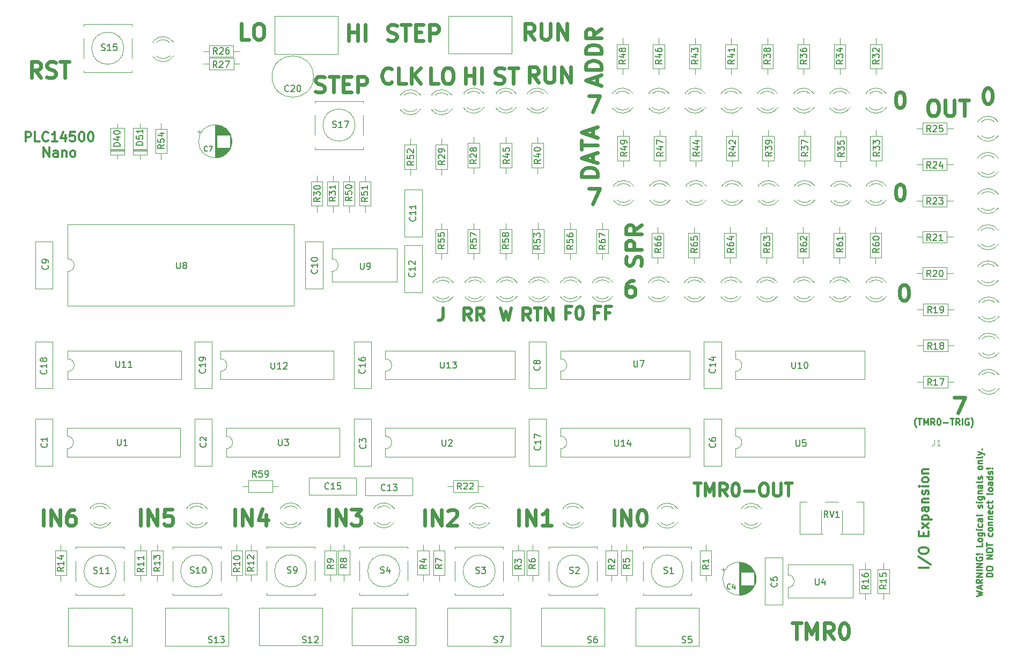
<source format=gbr>
%TF.GenerationSoftware,KiCad,Pcbnew,7.0.7*%
%TF.CreationDate,2024-08-20T13:12:50+02:00*%
%TF.ProjectId,plc14500,706c6331-3435-4303-902e-6b696361645f,rev?*%
%TF.SameCoordinates,Original*%
%TF.FileFunction,Legend,Top*%
%TF.FilePolarity,Positive*%
%FSLAX46Y46*%
G04 Gerber Fmt 4.6, Leading zero omitted, Abs format (unit mm)*
G04 Created by KiCad (PCBNEW 7.0.7) date 2024-08-20 13:12:50*
%MOMM*%
%LPD*%
G01*
G04 APERTURE LIST*
%ADD10C,0.600000*%
%ADD11C,0.500000*%
%ADD12C,0.250000*%
%ADD13C,0.375000*%
%ADD14C,0.150000*%
%ADD15C,0.100000*%
%ADD16C,0.120000*%
G04 APERTURE END LIST*
D10*
X217729999Y-56410347D02*
X218206190Y-56410347D01*
X218206190Y-56410347D02*
X218444285Y-56529395D01*
X218444285Y-56529395D02*
X218682380Y-56767490D01*
X218682380Y-56767490D02*
X218801428Y-57243680D01*
X218801428Y-57243680D02*
X218801428Y-58077014D01*
X218801428Y-58077014D02*
X218682380Y-58553204D01*
X218682380Y-58553204D02*
X218444285Y-58791300D01*
X218444285Y-58791300D02*
X218206190Y-58910347D01*
X218206190Y-58910347D02*
X217729999Y-58910347D01*
X217729999Y-58910347D02*
X217491904Y-58791300D01*
X217491904Y-58791300D02*
X217253809Y-58553204D01*
X217253809Y-58553204D02*
X217134761Y-58077014D01*
X217134761Y-58077014D02*
X217134761Y-57243680D01*
X217134761Y-57243680D02*
X217253809Y-56767490D01*
X217253809Y-56767490D02*
X217491904Y-56529395D01*
X217491904Y-56529395D02*
X217729999Y-56410347D01*
X219872857Y-56410347D02*
X219872857Y-58434157D01*
X219872857Y-58434157D02*
X219991904Y-58672252D01*
X219991904Y-58672252D02*
X220110952Y-58791300D01*
X220110952Y-58791300D02*
X220349047Y-58910347D01*
X220349047Y-58910347D02*
X220825238Y-58910347D01*
X220825238Y-58910347D02*
X221063333Y-58791300D01*
X221063333Y-58791300D02*
X221182380Y-58672252D01*
X221182380Y-58672252D02*
X221301428Y-58434157D01*
X221301428Y-58434157D02*
X221301428Y-56410347D01*
X222134762Y-56410347D02*
X223563333Y-56410347D01*
X222849047Y-58910347D02*
X222849047Y-56410347D01*
D11*
X140620714Y-89264238D02*
X140620714Y-90692809D01*
X140620714Y-90692809D02*
X140525475Y-90978523D01*
X140525475Y-90978523D02*
X140334999Y-91169000D01*
X140334999Y-91169000D02*
X140049285Y-91264238D01*
X140049285Y-91264238D02*
X139858809Y-91264238D01*
X149637857Y-89264238D02*
X150114047Y-91264238D01*
X150114047Y-91264238D02*
X150495000Y-89835666D01*
X150495000Y-89835666D02*
X150875952Y-91264238D01*
X150875952Y-91264238D02*
X151352143Y-89264238D01*
D10*
X212605952Y-69745347D02*
X212844047Y-69745347D01*
X212844047Y-69745347D02*
X213082143Y-69864395D01*
X213082143Y-69864395D02*
X213201190Y-69983442D01*
X213201190Y-69983442D02*
X213320238Y-70221538D01*
X213320238Y-70221538D02*
X213439285Y-70697728D01*
X213439285Y-70697728D02*
X213439285Y-71292966D01*
X213439285Y-71292966D02*
X213320238Y-71769157D01*
X213320238Y-71769157D02*
X213201190Y-72007252D01*
X213201190Y-72007252D02*
X213082143Y-72126300D01*
X213082143Y-72126300D02*
X212844047Y-72245347D01*
X212844047Y-72245347D02*
X212605952Y-72245347D01*
X212605952Y-72245347D02*
X212367857Y-72126300D01*
X212367857Y-72126300D02*
X212248809Y-72007252D01*
X212248809Y-72007252D02*
X212129762Y-71769157D01*
X212129762Y-71769157D02*
X212010714Y-71292966D01*
X212010714Y-71292966D02*
X212010714Y-70697728D01*
X212010714Y-70697728D02*
X212129762Y-70221538D01*
X212129762Y-70221538D02*
X212248809Y-69983442D01*
X212248809Y-69983442D02*
X212367857Y-69864395D01*
X212367857Y-69864395D02*
X212605952Y-69745347D01*
X164955347Y-68519999D02*
X162455347Y-68519999D01*
X162455347Y-68519999D02*
X162455347Y-67924761D01*
X162455347Y-67924761D02*
X162574395Y-67567618D01*
X162574395Y-67567618D02*
X162812490Y-67329523D01*
X162812490Y-67329523D02*
X163050585Y-67210476D01*
X163050585Y-67210476D02*
X163526776Y-67091428D01*
X163526776Y-67091428D02*
X163883919Y-67091428D01*
X163883919Y-67091428D02*
X164360109Y-67210476D01*
X164360109Y-67210476D02*
X164598204Y-67329523D01*
X164598204Y-67329523D02*
X164836300Y-67567618D01*
X164836300Y-67567618D02*
X164955347Y-67924761D01*
X164955347Y-67924761D02*
X164955347Y-68519999D01*
X164241061Y-66139047D02*
X164241061Y-64948571D01*
X164955347Y-66377142D02*
X162455347Y-65543809D01*
X162455347Y-65543809D02*
X164955347Y-64710476D01*
X162455347Y-64234285D02*
X162455347Y-62805714D01*
X164955347Y-63520000D02*
X162455347Y-63520000D01*
X164241061Y-62091428D02*
X164241061Y-60900952D01*
X164955347Y-62329523D02*
X162455347Y-61496190D01*
X162455347Y-61496190D02*
X164955347Y-60662857D01*
X163631666Y-70380347D02*
X165298333Y-70380347D01*
X165298333Y-70380347D02*
X164226904Y-72880347D01*
X212605952Y-55140347D02*
X212844047Y-55140347D01*
X212844047Y-55140347D02*
X213082143Y-55259395D01*
X213082143Y-55259395D02*
X213201190Y-55378442D01*
X213201190Y-55378442D02*
X213320238Y-55616538D01*
X213320238Y-55616538D02*
X213439285Y-56092728D01*
X213439285Y-56092728D02*
X213439285Y-56687966D01*
X213439285Y-56687966D02*
X213320238Y-57164157D01*
X213320238Y-57164157D02*
X213201190Y-57402252D01*
X213201190Y-57402252D02*
X213082143Y-57521300D01*
X213082143Y-57521300D02*
X212844047Y-57640347D01*
X212844047Y-57640347D02*
X212605952Y-57640347D01*
X212605952Y-57640347D02*
X212367857Y-57521300D01*
X212367857Y-57521300D02*
X212248809Y-57402252D01*
X212248809Y-57402252D02*
X212129762Y-57164157D01*
X212129762Y-57164157D02*
X212010714Y-56687966D01*
X212010714Y-56687966D02*
X212010714Y-56092728D01*
X212010714Y-56092728D02*
X212129762Y-55616538D01*
X212129762Y-55616538D02*
X212248809Y-55378442D01*
X212248809Y-55378442D02*
X212367857Y-55259395D01*
X212367857Y-55259395D02*
X212605952Y-55140347D01*
X163631666Y-55775347D02*
X165298333Y-55775347D01*
X165298333Y-55775347D02*
X164226904Y-58275347D01*
X164876061Y-53875237D02*
X164876061Y-52684761D01*
X165590347Y-54113332D02*
X163090347Y-53279999D01*
X163090347Y-53279999D02*
X165590347Y-52446666D01*
X165590347Y-51613332D02*
X163090347Y-51613332D01*
X163090347Y-51613332D02*
X163090347Y-51018094D01*
X163090347Y-51018094D02*
X163209395Y-50660951D01*
X163209395Y-50660951D02*
X163447490Y-50422856D01*
X163447490Y-50422856D02*
X163685585Y-50303809D01*
X163685585Y-50303809D02*
X164161776Y-50184761D01*
X164161776Y-50184761D02*
X164518919Y-50184761D01*
X164518919Y-50184761D02*
X164995109Y-50303809D01*
X164995109Y-50303809D02*
X165233204Y-50422856D01*
X165233204Y-50422856D02*
X165471300Y-50660951D01*
X165471300Y-50660951D02*
X165590347Y-51018094D01*
X165590347Y-51018094D02*
X165590347Y-51613332D01*
X165590347Y-49113332D02*
X163090347Y-49113332D01*
X163090347Y-49113332D02*
X163090347Y-48518094D01*
X163090347Y-48518094D02*
X163209395Y-48160951D01*
X163209395Y-48160951D02*
X163447490Y-47922856D01*
X163447490Y-47922856D02*
X163685585Y-47803809D01*
X163685585Y-47803809D02*
X164161776Y-47684761D01*
X164161776Y-47684761D02*
X164518919Y-47684761D01*
X164518919Y-47684761D02*
X164995109Y-47803809D01*
X164995109Y-47803809D02*
X165233204Y-47922856D01*
X165233204Y-47922856D02*
X165471300Y-48160951D01*
X165471300Y-48160951D02*
X165590347Y-48518094D01*
X165590347Y-48518094D02*
X165590347Y-49113332D01*
X165590347Y-45184761D02*
X164399871Y-46018094D01*
X165590347Y-46613332D02*
X163090347Y-46613332D01*
X163090347Y-46613332D02*
X163090347Y-45660951D01*
X163090347Y-45660951D02*
X163209395Y-45422856D01*
X163209395Y-45422856D02*
X163328442Y-45303809D01*
X163328442Y-45303809D02*
X163566538Y-45184761D01*
X163566538Y-45184761D02*
X163923680Y-45184761D01*
X163923680Y-45184761D02*
X164161776Y-45303809D01*
X164161776Y-45303809D02*
X164280823Y-45422856D01*
X164280823Y-45422856D02*
X164399871Y-45660951D01*
X164399871Y-45660951D02*
X164399871Y-46613332D01*
X155634761Y-53685347D02*
X154801428Y-52494871D01*
X154206190Y-53685347D02*
X154206190Y-51185347D01*
X154206190Y-51185347D02*
X155158571Y-51185347D01*
X155158571Y-51185347D02*
X155396666Y-51304395D01*
X155396666Y-51304395D02*
X155515713Y-51423442D01*
X155515713Y-51423442D02*
X155634761Y-51661538D01*
X155634761Y-51661538D02*
X155634761Y-52018680D01*
X155634761Y-52018680D02*
X155515713Y-52256776D01*
X155515713Y-52256776D02*
X155396666Y-52375823D01*
X155396666Y-52375823D02*
X155158571Y-52494871D01*
X155158571Y-52494871D02*
X154206190Y-52494871D01*
X156706190Y-51185347D02*
X156706190Y-53209157D01*
X156706190Y-53209157D02*
X156825237Y-53447252D01*
X156825237Y-53447252D02*
X156944285Y-53566300D01*
X156944285Y-53566300D02*
X157182380Y-53685347D01*
X157182380Y-53685347D02*
X157658571Y-53685347D01*
X157658571Y-53685347D02*
X157896666Y-53566300D01*
X157896666Y-53566300D02*
X158015713Y-53447252D01*
X158015713Y-53447252D02*
X158134761Y-53209157D01*
X158134761Y-53209157D02*
X158134761Y-51185347D01*
X159325238Y-53685347D02*
X159325238Y-51185347D01*
X159325238Y-51185347D02*
X160753809Y-53685347D01*
X160753809Y-53685347D02*
X160753809Y-51185347D01*
X144105476Y-53830347D02*
X144105476Y-51330347D01*
X144105476Y-52520823D02*
X145534047Y-52520823D01*
X145534047Y-53830347D02*
X145534047Y-51330347D01*
X146724524Y-53830347D02*
X146724524Y-51330347D01*
X148828333Y-53711300D02*
X149185476Y-53830347D01*
X149185476Y-53830347D02*
X149780714Y-53830347D01*
X149780714Y-53830347D02*
X150018809Y-53711300D01*
X150018809Y-53711300D02*
X150137857Y-53592252D01*
X150137857Y-53592252D02*
X150256904Y-53354157D01*
X150256904Y-53354157D02*
X150256904Y-53116061D01*
X150256904Y-53116061D02*
X150137857Y-52877966D01*
X150137857Y-52877966D02*
X150018809Y-52758919D01*
X150018809Y-52758919D02*
X149780714Y-52639871D01*
X149780714Y-52639871D02*
X149304523Y-52520823D01*
X149304523Y-52520823D02*
X149066428Y-52401776D01*
X149066428Y-52401776D02*
X148947381Y-52282728D01*
X148947381Y-52282728D02*
X148828333Y-52044633D01*
X148828333Y-52044633D02*
X148828333Y-51806538D01*
X148828333Y-51806538D02*
X148947381Y-51568442D01*
X148947381Y-51568442D02*
X149066428Y-51449395D01*
X149066428Y-51449395D02*
X149304523Y-51330347D01*
X149304523Y-51330347D02*
X149899762Y-51330347D01*
X149899762Y-51330347D02*
X150256904Y-51449395D01*
X150971190Y-51330347D02*
X152399761Y-51330347D01*
X151685475Y-53830347D02*
X151685475Y-51330347D01*
X132496904Y-53592252D02*
X132377856Y-53711300D01*
X132377856Y-53711300D02*
X132020714Y-53830347D01*
X132020714Y-53830347D02*
X131782618Y-53830347D01*
X131782618Y-53830347D02*
X131425475Y-53711300D01*
X131425475Y-53711300D02*
X131187380Y-53473204D01*
X131187380Y-53473204D02*
X131068333Y-53235109D01*
X131068333Y-53235109D02*
X130949285Y-52758919D01*
X130949285Y-52758919D02*
X130949285Y-52401776D01*
X130949285Y-52401776D02*
X131068333Y-51925585D01*
X131068333Y-51925585D02*
X131187380Y-51687490D01*
X131187380Y-51687490D02*
X131425475Y-51449395D01*
X131425475Y-51449395D02*
X131782618Y-51330347D01*
X131782618Y-51330347D02*
X132020714Y-51330347D01*
X132020714Y-51330347D02*
X132377856Y-51449395D01*
X132377856Y-51449395D02*
X132496904Y-51568442D01*
X134758809Y-53830347D02*
X133568333Y-53830347D01*
X133568333Y-53830347D02*
X133568333Y-51330347D01*
X135592143Y-53830347D02*
X135592143Y-51330347D01*
X137020714Y-53830347D02*
X135949285Y-52401776D01*
X137020714Y-51330347D02*
X135592143Y-52758919D01*
X109954285Y-46845347D02*
X108763809Y-46845347D01*
X108763809Y-46845347D02*
X108763809Y-44345347D01*
X111263809Y-44345347D02*
X111740000Y-44345347D01*
X111740000Y-44345347D02*
X111978095Y-44464395D01*
X111978095Y-44464395D02*
X112216190Y-44702490D01*
X112216190Y-44702490D02*
X112335238Y-45178680D01*
X112335238Y-45178680D02*
X112335238Y-46012014D01*
X112335238Y-46012014D02*
X112216190Y-46488204D01*
X112216190Y-46488204D02*
X111978095Y-46726300D01*
X111978095Y-46726300D02*
X111740000Y-46845347D01*
X111740000Y-46845347D02*
X111263809Y-46845347D01*
X111263809Y-46845347D02*
X111025714Y-46726300D01*
X111025714Y-46726300D02*
X110787619Y-46488204D01*
X110787619Y-46488204D02*
X110668571Y-46012014D01*
X110668571Y-46012014D02*
X110668571Y-45178680D01*
X110668571Y-45178680D02*
X110787619Y-44702490D01*
X110787619Y-44702490D02*
X111025714Y-44464395D01*
X111025714Y-44464395D02*
X111263809Y-44345347D01*
X125690476Y-47030347D02*
X125690476Y-44530347D01*
X125690476Y-45720823D02*
X127119047Y-45720823D01*
X127119047Y-47030347D02*
X127119047Y-44530347D01*
X128309524Y-47030347D02*
X128309524Y-44530347D01*
X154999761Y-46845347D02*
X154166428Y-45654871D01*
X153571190Y-46845347D02*
X153571190Y-44345347D01*
X153571190Y-44345347D02*
X154523571Y-44345347D01*
X154523571Y-44345347D02*
X154761666Y-44464395D01*
X154761666Y-44464395D02*
X154880713Y-44583442D01*
X154880713Y-44583442D02*
X154999761Y-44821538D01*
X154999761Y-44821538D02*
X154999761Y-45178680D01*
X154999761Y-45178680D02*
X154880713Y-45416776D01*
X154880713Y-45416776D02*
X154761666Y-45535823D01*
X154761666Y-45535823D02*
X154523571Y-45654871D01*
X154523571Y-45654871D02*
X153571190Y-45654871D01*
X156071190Y-44345347D02*
X156071190Y-46369157D01*
X156071190Y-46369157D02*
X156190237Y-46607252D01*
X156190237Y-46607252D02*
X156309285Y-46726300D01*
X156309285Y-46726300D02*
X156547380Y-46845347D01*
X156547380Y-46845347D02*
X157023571Y-46845347D01*
X157023571Y-46845347D02*
X157261666Y-46726300D01*
X157261666Y-46726300D02*
X157380713Y-46607252D01*
X157380713Y-46607252D02*
X157499761Y-46369157D01*
X157499761Y-46369157D02*
X157499761Y-44345347D01*
X158690238Y-46845347D02*
X158690238Y-44345347D01*
X158690238Y-44345347D02*
X160118809Y-46845347D01*
X160118809Y-46845347D02*
X160118809Y-44345347D01*
X131842381Y-46891300D02*
X132199524Y-47010347D01*
X132199524Y-47010347D02*
X132794762Y-47010347D01*
X132794762Y-47010347D02*
X133032857Y-46891300D01*
X133032857Y-46891300D02*
X133151905Y-46772252D01*
X133151905Y-46772252D02*
X133270952Y-46534157D01*
X133270952Y-46534157D02*
X133270952Y-46296061D01*
X133270952Y-46296061D02*
X133151905Y-46057966D01*
X133151905Y-46057966D02*
X133032857Y-45938919D01*
X133032857Y-45938919D02*
X132794762Y-45819871D01*
X132794762Y-45819871D02*
X132318571Y-45700823D01*
X132318571Y-45700823D02*
X132080476Y-45581776D01*
X132080476Y-45581776D02*
X131961429Y-45462728D01*
X131961429Y-45462728D02*
X131842381Y-45224633D01*
X131842381Y-45224633D02*
X131842381Y-44986538D01*
X131842381Y-44986538D02*
X131961429Y-44748442D01*
X131961429Y-44748442D02*
X132080476Y-44629395D01*
X132080476Y-44629395D02*
X132318571Y-44510347D01*
X132318571Y-44510347D02*
X132913810Y-44510347D01*
X132913810Y-44510347D02*
X133270952Y-44629395D01*
X133985238Y-44510347D02*
X135413809Y-44510347D01*
X134699523Y-47010347D02*
X134699523Y-44510347D01*
X136247143Y-45700823D02*
X137080476Y-45700823D01*
X137437619Y-47010347D02*
X136247143Y-47010347D01*
X136247143Y-47010347D02*
X136247143Y-44510347D01*
X136247143Y-44510347D02*
X137437619Y-44510347D01*
X138509048Y-47010347D02*
X138509048Y-44510347D01*
X138509048Y-44510347D02*
X139461429Y-44510347D01*
X139461429Y-44510347D02*
X139699524Y-44629395D01*
X139699524Y-44629395D02*
X139818571Y-44748442D01*
X139818571Y-44748442D02*
X139937619Y-44986538D01*
X139937619Y-44986538D02*
X139937619Y-45343680D01*
X139937619Y-45343680D02*
X139818571Y-45581776D01*
X139818571Y-45581776D02*
X139699524Y-45700823D01*
X139699524Y-45700823D02*
X139461429Y-45819871D01*
X139461429Y-45819871D02*
X138509048Y-45819871D01*
X77080952Y-52875347D02*
X76247619Y-51684871D01*
X75652381Y-52875347D02*
X75652381Y-50375347D01*
X75652381Y-50375347D02*
X76604762Y-50375347D01*
X76604762Y-50375347D02*
X76842857Y-50494395D01*
X76842857Y-50494395D02*
X76961904Y-50613442D01*
X76961904Y-50613442D02*
X77080952Y-50851538D01*
X77080952Y-50851538D02*
X77080952Y-51208680D01*
X77080952Y-51208680D02*
X76961904Y-51446776D01*
X76961904Y-51446776D02*
X76842857Y-51565823D01*
X76842857Y-51565823D02*
X76604762Y-51684871D01*
X76604762Y-51684871D02*
X75652381Y-51684871D01*
X78033333Y-52756300D02*
X78390476Y-52875347D01*
X78390476Y-52875347D02*
X78985714Y-52875347D01*
X78985714Y-52875347D02*
X79223809Y-52756300D01*
X79223809Y-52756300D02*
X79342857Y-52637252D01*
X79342857Y-52637252D02*
X79461904Y-52399157D01*
X79461904Y-52399157D02*
X79461904Y-52161061D01*
X79461904Y-52161061D02*
X79342857Y-51922966D01*
X79342857Y-51922966D02*
X79223809Y-51803919D01*
X79223809Y-51803919D02*
X78985714Y-51684871D01*
X78985714Y-51684871D02*
X78509523Y-51565823D01*
X78509523Y-51565823D02*
X78271428Y-51446776D01*
X78271428Y-51446776D02*
X78152381Y-51327728D01*
X78152381Y-51327728D02*
X78033333Y-51089633D01*
X78033333Y-51089633D02*
X78033333Y-50851538D01*
X78033333Y-50851538D02*
X78152381Y-50613442D01*
X78152381Y-50613442D02*
X78271428Y-50494395D01*
X78271428Y-50494395D02*
X78509523Y-50375347D01*
X78509523Y-50375347D02*
X79104762Y-50375347D01*
X79104762Y-50375347D02*
X79461904Y-50494395D01*
X80176190Y-50375347D02*
X81604761Y-50375347D01*
X80890475Y-52875347D02*
X80890475Y-50375347D01*
X120472381Y-55076300D02*
X120829524Y-55195347D01*
X120829524Y-55195347D02*
X121424762Y-55195347D01*
X121424762Y-55195347D02*
X121662857Y-55076300D01*
X121662857Y-55076300D02*
X121781905Y-54957252D01*
X121781905Y-54957252D02*
X121900952Y-54719157D01*
X121900952Y-54719157D02*
X121900952Y-54481061D01*
X121900952Y-54481061D02*
X121781905Y-54242966D01*
X121781905Y-54242966D02*
X121662857Y-54123919D01*
X121662857Y-54123919D02*
X121424762Y-54004871D01*
X121424762Y-54004871D02*
X120948571Y-53885823D01*
X120948571Y-53885823D02*
X120710476Y-53766776D01*
X120710476Y-53766776D02*
X120591429Y-53647728D01*
X120591429Y-53647728D02*
X120472381Y-53409633D01*
X120472381Y-53409633D02*
X120472381Y-53171538D01*
X120472381Y-53171538D02*
X120591429Y-52933442D01*
X120591429Y-52933442D02*
X120710476Y-52814395D01*
X120710476Y-52814395D02*
X120948571Y-52695347D01*
X120948571Y-52695347D02*
X121543810Y-52695347D01*
X121543810Y-52695347D02*
X121900952Y-52814395D01*
X122615238Y-52695347D02*
X124043809Y-52695347D01*
X123329523Y-55195347D02*
X123329523Y-52695347D01*
X124877143Y-53885823D02*
X125710476Y-53885823D01*
X126067619Y-55195347D02*
X124877143Y-55195347D01*
X124877143Y-55195347D02*
X124877143Y-52695347D01*
X124877143Y-52695347D02*
X126067619Y-52695347D01*
X127139048Y-55195347D02*
X127139048Y-52695347D01*
X127139048Y-52695347D02*
X128091429Y-52695347D01*
X128091429Y-52695347D02*
X128329524Y-52814395D01*
X128329524Y-52814395D02*
X128448571Y-52933442D01*
X128448571Y-52933442D02*
X128567619Y-53171538D01*
X128567619Y-53171538D02*
X128567619Y-53528680D01*
X128567619Y-53528680D02*
X128448571Y-53766776D01*
X128448571Y-53766776D02*
X128329524Y-53885823D01*
X128329524Y-53885823D02*
X128091429Y-54004871D01*
X128091429Y-54004871D02*
X127139048Y-54004871D01*
D12*
X215285476Y-108145571D02*
X215237857Y-108097952D01*
X215237857Y-108097952D02*
X215142619Y-107955095D01*
X215142619Y-107955095D02*
X215095000Y-107859857D01*
X215095000Y-107859857D02*
X215047381Y-107717000D01*
X215047381Y-107717000D02*
X214999762Y-107478904D01*
X214999762Y-107478904D02*
X214999762Y-107288428D01*
X214999762Y-107288428D02*
X215047381Y-107050333D01*
X215047381Y-107050333D02*
X215095000Y-106907476D01*
X215095000Y-106907476D02*
X215142619Y-106812238D01*
X215142619Y-106812238D02*
X215237857Y-106669380D01*
X215237857Y-106669380D02*
X215285476Y-106621761D01*
X215523572Y-106764619D02*
X216095000Y-106764619D01*
X215809286Y-107764619D02*
X215809286Y-106764619D01*
X216428334Y-107764619D02*
X216428334Y-106764619D01*
X216428334Y-106764619D02*
X216761667Y-107478904D01*
X216761667Y-107478904D02*
X217095000Y-106764619D01*
X217095000Y-106764619D02*
X217095000Y-107764619D01*
X218142619Y-107764619D02*
X217809286Y-107288428D01*
X217571191Y-107764619D02*
X217571191Y-106764619D01*
X217571191Y-106764619D02*
X217952143Y-106764619D01*
X217952143Y-106764619D02*
X218047381Y-106812238D01*
X218047381Y-106812238D02*
X218095000Y-106859857D01*
X218095000Y-106859857D02*
X218142619Y-106955095D01*
X218142619Y-106955095D02*
X218142619Y-107097952D01*
X218142619Y-107097952D02*
X218095000Y-107193190D01*
X218095000Y-107193190D02*
X218047381Y-107240809D01*
X218047381Y-107240809D02*
X217952143Y-107288428D01*
X217952143Y-107288428D02*
X217571191Y-107288428D01*
X218761667Y-106764619D02*
X218856905Y-106764619D01*
X218856905Y-106764619D02*
X218952143Y-106812238D01*
X218952143Y-106812238D02*
X218999762Y-106859857D01*
X218999762Y-106859857D02*
X219047381Y-106955095D01*
X219047381Y-106955095D02*
X219095000Y-107145571D01*
X219095000Y-107145571D02*
X219095000Y-107383666D01*
X219095000Y-107383666D02*
X219047381Y-107574142D01*
X219047381Y-107574142D02*
X218999762Y-107669380D01*
X218999762Y-107669380D02*
X218952143Y-107717000D01*
X218952143Y-107717000D02*
X218856905Y-107764619D01*
X218856905Y-107764619D02*
X218761667Y-107764619D01*
X218761667Y-107764619D02*
X218666429Y-107717000D01*
X218666429Y-107717000D02*
X218618810Y-107669380D01*
X218618810Y-107669380D02*
X218571191Y-107574142D01*
X218571191Y-107574142D02*
X218523572Y-107383666D01*
X218523572Y-107383666D02*
X218523572Y-107145571D01*
X218523572Y-107145571D02*
X218571191Y-106955095D01*
X218571191Y-106955095D02*
X218618810Y-106859857D01*
X218618810Y-106859857D02*
X218666429Y-106812238D01*
X218666429Y-106812238D02*
X218761667Y-106764619D01*
X219523572Y-107383666D02*
X220285477Y-107383666D01*
X220618810Y-106764619D02*
X221190238Y-106764619D01*
X220904524Y-107764619D02*
X220904524Y-106764619D01*
X222095000Y-107764619D02*
X221761667Y-107288428D01*
X221523572Y-107764619D02*
X221523572Y-106764619D01*
X221523572Y-106764619D02*
X221904524Y-106764619D01*
X221904524Y-106764619D02*
X221999762Y-106812238D01*
X221999762Y-106812238D02*
X222047381Y-106859857D01*
X222047381Y-106859857D02*
X222095000Y-106955095D01*
X222095000Y-106955095D02*
X222095000Y-107097952D01*
X222095000Y-107097952D02*
X222047381Y-107193190D01*
X222047381Y-107193190D02*
X221999762Y-107240809D01*
X221999762Y-107240809D02*
X221904524Y-107288428D01*
X221904524Y-107288428D02*
X221523572Y-107288428D01*
X222523572Y-107764619D02*
X222523572Y-106764619D01*
X223523571Y-106812238D02*
X223428333Y-106764619D01*
X223428333Y-106764619D02*
X223285476Y-106764619D01*
X223285476Y-106764619D02*
X223142619Y-106812238D01*
X223142619Y-106812238D02*
X223047381Y-106907476D01*
X223047381Y-106907476D02*
X222999762Y-107002714D01*
X222999762Y-107002714D02*
X222952143Y-107193190D01*
X222952143Y-107193190D02*
X222952143Y-107336047D01*
X222952143Y-107336047D02*
X222999762Y-107526523D01*
X222999762Y-107526523D02*
X223047381Y-107621761D01*
X223047381Y-107621761D02*
X223142619Y-107717000D01*
X223142619Y-107717000D02*
X223285476Y-107764619D01*
X223285476Y-107764619D02*
X223380714Y-107764619D01*
X223380714Y-107764619D02*
X223523571Y-107717000D01*
X223523571Y-107717000D02*
X223571190Y-107669380D01*
X223571190Y-107669380D02*
X223571190Y-107336047D01*
X223571190Y-107336047D02*
X223380714Y-107336047D01*
X223904524Y-108145571D02*
X223952143Y-108097952D01*
X223952143Y-108097952D02*
X224047381Y-107955095D01*
X224047381Y-107955095D02*
X224095000Y-107859857D01*
X224095000Y-107859857D02*
X224142619Y-107717000D01*
X224142619Y-107717000D02*
X224190238Y-107478904D01*
X224190238Y-107478904D02*
X224190238Y-107288428D01*
X224190238Y-107288428D02*
X224142619Y-107050333D01*
X224142619Y-107050333D02*
X224095000Y-106907476D01*
X224095000Y-106907476D02*
X224047381Y-106812238D01*
X224047381Y-106812238D02*
X223952143Y-106669380D01*
X223952143Y-106669380D02*
X223904524Y-106621761D01*
D10*
X139799285Y-53830347D02*
X138608809Y-53830347D01*
X138608809Y-53830347D02*
X138608809Y-51330347D01*
X141108809Y-51330347D02*
X141585000Y-51330347D01*
X141585000Y-51330347D02*
X141823095Y-51449395D01*
X141823095Y-51449395D02*
X142061190Y-51687490D01*
X142061190Y-51687490D02*
X142180238Y-52163680D01*
X142180238Y-52163680D02*
X142180238Y-52997014D01*
X142180238Y-52997014D02*
X142061190Y-53473204D01*
X142061190Y-53473204D02*
X141823095Y-53711300D01*
X141823095Y-53711300D02*
X141585000Y-53830347D01*
X141585000Y-53830347D02*
X141108809Y-53830347D01*
X141108809Y-53830347D02*
X140870714Y-53711300D01*
X140870714Y-53711300D02*
X140632619Y-53473204D01*
X140632619Y-53473204D02*
X140513571Y-52997014D01*
X140513571Y-52997014D02*
X140513571Y-52163680D01*
X140513571Y-52163680D02*
X140632619Y-51687490D01*
X140632619Y-51687490D02*
X140870714Y-51449395D01*
X140870714Y-51449395D02*
X141108809Y-51330347D01*
D13*
X217209428Y-130340715D02*
X215709428Y-130340715D01*
X215638000Y-128555000D02*
X217566571Y-129840714D01*
X215709428Y-127769285D02*
X215709428Y-127483571D01*
X215709428Y-127483571D02*
X215780857Y-127340714D01*
X215780857Y-127340714D02*
X215923714Y-127197857D01*
X215923714Y-127197857D02*
X216209428Y-127126428D01*
X216209428Y-127126428D02*
X216709428Y-127126428D01*
X216709428Y-127126428D02*
X216995142Y-127197857D01*
X216995142Y-127197857D02*
X217138000Y-127340714D01*
X217138000Y-127340714D02*
X217209428Y-127483571D01*
X217209428Y-127483571D02*
X217209428Y-127769285D01*
X217209428Y-127769285D02*
X217138000Y-127912143D01*
X217138000Y-127912143D02*
X216995142Y-128055000D01*
X216995142Y-128055000D02*
X216709428Y-128126428D01*
X216709428Y-128126428D02*
X216209428Y-128126428D01*
X216209428Y-128126428D02*
X215923714Y-128055000D01*
X215923714Y-128055000D02*
X215780857Y-127912143D01*
X215780857Y-127912143D02*
X215709428Y-127769285D01*
X216423714Y-125340714D02*
X216423714Y-124840714D01*
X217209428Y-124626428D02*
X217209428Y-125340714D01*
X217209428Y-125340714D02*
X215709428Y-125340714D01*
X215709428Y-125340714D02*
X215709428Y-124626428D01*
X217209428Y-124126428D02*
X216209428Y-123340714D01*
X216209428Y-124126428D02*
X217209428Y-123340714D01*
X216209428Y-122769285D02*
X217709428Y-122769285D01*
X216280857Y-122769285D02*
X216209428Y-122626428D01*
X216209428Y-122626428D02*
X216209428Y-122340713D01*
X216209428Y-122340713D02*
X216280857Y-122197856D01*
X216280857Y-122197856D02*
X216352285Y-122126428D01*
X216352285Y-122126428D02*
X216495142Y-122054999D01*
X216495142Y-122054999D02*
X216923714Y-122054999D01*
X216923714Y-122054999D02*
X217066571Y-122126428D01*
X217066571Y-122126428D02*
X217138000Y-122197856D01*
X217138000Y-122197856D02*
X217209428Y-122340713D01*
X217209428Y-122340713D02*
X217209428Y-122626428D01*
X217209428Y-122626428D02*
X217138000Y-122769285D01*
X217209428Y-120769285D02*
X216423714Y-120769285D01*
X216423714Y-120769285D02*
X216280857Y-120840713D01*
X216280857Y-120840713D02*
X216209428Y-120983570D01*
X216209428Y-120983570D02*
X216209428Y-121269285D01*
X216209428Y-121269285D02*
X216280857Y-121412142D01*
X217138000Y-120769285D02*
X217209428Y-120912142D01*
X217209428Y-120912142D02*
X217209428Y-121269285D01*
X217209428Y-121269285D02*
X217138000Y-121412142D01*
X217138000Y-121412142D02*
X216995142Y-121483570D01*
X216995142Y-121483570D02*
X216852285Y-121483570D01*
X216852285Y-121483570D02*
X216709428Y-121412142D01*
X216709428Y-121412142D02*
X216638000Y-121269285D01*
X216638000Y-121269285D02*
X216638000Y-120912142D01*
X216638000Y-120912142D02*
X216566571Y-120769285D01*
X216209428Y-120054999D02*
X217209428Y-120054999D01*
X216352285Y-120054999D02*
X216280857Y-119983570D01*
X216280857Y-119983570D02*
X216209428Y-119840713D01*
X216209428Y-119840713D02*
X216209428Y-119626427D01*
X216209428Y-119626427D02*
X216280857Y-119483570D01*
X216280857Y-119483570D02*
X216423714Y-119412142D01*
X216423714Y-119412142D02*
X217209428Y-119412142D01*
X217138000Y-118769284D02*
X217209428Y-118626427D01*
X217209428Y-118626427D02*
X217209428Y-118340713D01*
X217209428Y-118340713D02*
X217138000Y-118197856D01*
X217138000Y-118197856D02*
X216995142Y-118126427D01*
X216995142Y-118126427D02*
X216923714Y-118126427D01*
X216923714Y-118126427D02*
X216780857Y-118197856D01*
X216780857Y-118197856D02*
X216709428Y-118340713D01*
X216709428Y-118340713D02*
X216709428Y-118554999D01*
X216709428Y-118554999D02*
X216638000Y-118697856D01*
X216638000Y-118697856D02*
X216495142Y-118769284D01*
X216495142Y-118769284D02*
X216423714Y-118769284D01*
X216423714Y-118769284D02*
X216280857Y-118697856D01*
X216280857Y-118697856D02*
X216209428Y-118554999D01*
X216209428Y-118554999D02*
X216209428Y-118340713D01*
X216209428Y-118340713D02*
X216280857Y-118197856D01*
X217209428Y-117483570D02*
X216209428Y-117483570D01*
X215709428Y-117483570D02*
X215780857Y-117554998D01*
X215780857Y-117554998D02*
X215852285Y-117483570D01*
X215852285Y-117483570D02*
X215780857Y-117412141D01*
X215780857Y-117412141D02*
X215709428Y-117483570D01*
X215709428Y-117483570D02*
X215852285Y-117483570D01*
X217209428Y-116554998D02*
X217138000Y-116697855D01*
X217138000Y-116697855D02*
X217066571Y-116769284D01*
X217066571Y-116769284D02*
X216923714Y-116840712D01*
X216923714Y-116840712D02*
X216495142Y-116840712D01*
X216495142Y-116840712D02*
X216352285Y-116769284D01*
X216352285Y-116769284D02*
X216280857Y-116697855D01*
X216280857Y-116697855D02*
X216209428Y-116554998D01*
X216209428Y-116554998D02*
X216209428Y-116340712D01*
X216209428Y-116340712D02*
X216280857Y-116197855D01*
X216280857Y-116197855D02*
X216352285Y-116126427D01*
X216352285Y-116126427D02*
X216495142Y-116054998D01*
X216495142Y-116054998D02*
X216923714Y-116054998D01*
X216923714Y-116054998D02*
X217066571Y-116126427D01*
X217066571Y-116126427D02*
X217138000Y-116197855D01*
X217138000Y-116197855D02*
X217209428Y-116340712D01*
X217209428Y-116340712D02*
X217209428Y-116554998D01*
X216209428Y-115412141D02*
X217209428Y-115412141D01*
X216352285Y-115412141D02*
X216280857Y-115340712D01*
X216280857Y-115340712D02*
X216209428Y-115197855D01*
X216209428Y-115197855D02*
X216209428Y-114983569D01*
X216209428Y-114983569D02*
X216280857Y-114840712D01*
X216280857Y-114840712D02*
X216423714Y-114769284D01*
X216423714Y-114769284D02*
X217209428Y-114769284D01*
X74688572Y-62966928D02*
X74688572Y-61466928D01*
X74688572Y-61466928D02*
X75260001Y-61466928D01*
X75260001Y-61466928D02*
X75402858Y-61538357D01*
X75402858Y-61538357D02*
X75474287Y-61609785D01*
X75474287Y-61609785D02*
X75545715Y-61752642D01*
X75545715Y-61752642D02*
X75545715Y-61966928D01*
X75545715Y-61966928D02*
X75474287Y-62109785D01*
X75474287Y-62109785D02*
X75402858Y-62181214D01*
X75402858Y-62181214D02*
X75260001Y-62252642D01*
X75260001Y-62252642D02*
X74688572Y-62252642D01*
X76902858Y-62966928D02*
X76188572Y-62966928D01*
X76188572Y-62966928D02*
X76188572Y-61466928D01*
X78260001Y-62824071D02*
X78188573Y-62895500D01*
X78188573Y-62895500D02*
X77974287Y-62966928D01*
X77974287Y-62966928D02*
X77831430Y-62966928D01*
X77831430Y-62966928D02*
X77617144Y-62895500D01*
X77617144Y-62895500D02*
X77474287Y-62752642D01*
X77474287Y-62752642D02*
X77402858Y-62609785D01*
X77402858Y-62609785D02*
X77331430Y-62324071D01*
X77331430Y-62324071D02*
X77331430Y-62109785D01*
X77331430Y-62109785D02*
X77402858Y-61824071D01*
X77402858Y-61824071D02*
X77474287Y-61681214D01*
X77474287Y-61681214D02*
X77617144Y-61538357D01*
X77617144Y-61538357D02*
X77831430Y-61466928D01*
X77831430Y-61466928D02*
X77974287Y-61466928D01*
X77974287Y-61466928D02*
X78188573Y-61538357D01*
X78188573Y-61538357D02*
X78260001Y-61609785D01*
X79688573Y-62966928D02*
X78831430Y-62966928D01*
X79260001Y-62966928D02*
X79260001Y-61466928D01*
X79260001Y-61466928D02*
X79117144Y-61681214D01*
X79117144Y-61681214D02*
X78974287Y-61824071D01*
X78974287Y-61824071D02*
X78831430Y-61895500D01*
X80974287Y-61966928D02*
X80974287Y-62966928D01*
X80617144Y-61395500D02*
X80260001Y-62466928D01*
X80260001Y-62466928D02*
X81188572Y-62466928D01*
X82474286Y-61466928D02*
X81760000Y-61466928D01*
X81760000Y-61466928D02*
X81688572Y-62181214D01*
X81688572Y-62181214D02*
X81760000Y-62109785D01*
X81760000Y-62109785D02*
X81902858Y-62038357D01*
X81902858Y-62038357D02*
X82260000Y-62038357D01*
X82260000Y-62038357D02*
X82402858Y-62109785D01*
X82402858Y-62109785D02*
X82474286Y-62181214D01*
X82474286Y-62181214D02*
X82545715Y-62324071D01*
X82545715Y-62324071D02*
X82545715Y-62681214D01*
X82545715Y-62681214D02*
X82474286Y-62824071D01*
X82474286Y-62824071D02*
X82402858Y-62895500D01*
X82402858Y-62895500D02*
X82260000Y-62966928D01*
X82260000Y-62966928D02*
X81902858Y-62966928D01*
X81902858Y-62966928D02*
X81760000Y-62895500D01*
X81760000Y-62895500D02*
X81688572Y-62824071D01*
X83474286Y-61466928D02*
X83617143Y-61466928D01*
X83617143Y-61466928D02*
X83760000Y-61538357D01*
X83760000Y-61538357D02*
X83831429Y-61609785D01*
X83831429Y-61609785D02*
X83902857Y-61752642D01*
X83902857Y-61752642D02*
X83974286Y-62038357D01*
X83974286Y-62038357D02*
X83974286Y-62395500D01*
X83974286Y-62395500D02*
X83902857Y-62681214D01*
X83902857Y-62681214D02*
X83831429Y-62824071D01*
X83831429Y-62824071D02*
X83760000Y-62895500D01*
X83760000Y-62895500D02*
X83617143Y-62966928D01*
X83617143Y-62966928D02*
X83474286Y-62966928D01*
X83474286Y-62966928D02*
X83331429Y-62895500D01*
X83331429Y-62895500D02*
X83260000Y-62824071D01*
X83260000Y-62824071D02*
X83188571Y-62681214D01*
X83188571Y-62681214D02*
X83117143Y-62395500D01*
X83117143Y-62395500D02*
X83117143Y-62038357D01*
X83117143Y-62038357D02*
X83188571Y-61752642D01*
X83188571Y-61752642D02*
X83260000Y-61609785D01*
X83260000Y-61609785D02*
X83331429Y-61538357D01*
X83331429Y-61538357D02*
X83474286Y-61466928D01*
X84902857Y-61466928D02*
X85045714Y-61466928D01*
X85045714Y-61466928D02*
X85188571Y-61538357D01*
X85188571Y-61538357D02*
X85260000Y-61609785D01*
X85260000Y-61609785D02*
X85331428Y-61752642D01*
X85331428Y-61752642D02*
X85402857Y-62038357D01*
X85402857Y-62038357D02*
X85402857Y-62395500D01*
X85402857Y-62395500D02*
X85331428Y-62681214D01*
X85331428Y-62681214D02*
X85260000Y-62824071D01*
X85260000Y-62824071D02*
X85188571Y-62895500D01*
X85188571Y-62895500D02*
X85045714Y-62966928D01*
X85045714Y-62966928D02*
X84902857Y-62966928D01*
X84902857Y-62966928D02*
X84760000Y-62895500D01*
X84760000Y-62895500D02*
X84688571Y-62824071D01*
X84688571Y-62824071D02*
X84617142Y-62681214D01*
X84617142Y-62681214D02*
X84545714Y-62395500D01*
X84545714Y-62395500D02*
X84545714Y-62038357D01*
X84545714Y-62038357D02*
X84617142Y-61752642D01*
X84617142Y-61752642D02*
X84688571Y-61609785D01*
X84688571Y-61609785D02*
X84760000Y-61538357D01*
X84760000Y-61538357D02*
X84902857Y-61466928D01*
X77545713Y-65381928D02*
X77545713Y-63881928D01*
X77545713Y-63881928D02*
X78402856Y-65381928D01*
X78402856Y-65381928D02*
X78402856Y-63881928D01*
X79760000Y-65381928D02*
X79760000Y-64596214D01*
X79760000Y-64596214D02*
X79688571Y-64453357D01*
X79688571Y-64453357D02*
X79545714Y-64381928D01*
X79545714Y-64381928D02*
X79260000Y-64381928D01*
X79260000Y-64381928D02*
X79117142Y-64453357D01*
X79760000Y-65310500D02*
X79617142Y-65381928D01*
X79617142Y-65381928D02*
X79260000Y-65381928D01*
X79260000Y-65381928D02*
X79117142Y-65310500D01*
X79117142Y-65310500D02*
X79045714Y-65167642D01*
X79045714Y-65167642D02*
X79045714Y-65024785D01*
X79045714Y-65024785D02*
X79117142Y-64881928D01*
X79117142Y-64881928D02*
X79260000Y-64810500D01*
X79260000Y-64810500D02*
X79617142Y-64810500D01*
X79617142Y-64810500D02*
X79760000Y-64739071D01*
X80474285Y-64381928D02*
X80474285Y-65381928D01*
X80474285Y-64524785D02*
X80545714Y-64453357D01*
X80545714Y-64453357D02*
X80688571Y-64381928D01*
X80688571Y-64381928D02*
X80902857Y-64381928D01*
X80902857Y-64381928D02*
X81045714Y-64453357D01*
X81045714Y-64453357D02*
X81117143Y-64596214D01*
X81117143Y-64596214D02*
X81117143Y-65381928D01*
X82045714Y-65381928D02*
X81902857Y-65310500D01*
X81902857Y-65310500D02*
X81831428Y-65239071D01*
X81831428Y-65239071D02*
X81760000Y-65096214D01*
X81760000Y-65096214D02*
X81760000Y-64667642D01*
X81760000Y-64667642D02*
X81831428Y-64524785D01*
X81831428Y-64524785D02*
X81902857Y-64453357D01*
X81902857Y-64453357D02*
X82045714Y-64381928D01*
X82045714Y-64381928D02*
X82260000Y-64381928D01*
X82260000Y-64381928D02*
X82402857Y-64453357D01*
X82402857Y-64453357D02*
X82474286Y-64524785D01*
X82474286Y-64524785D02*
X82545714Y-64667642D01*
X82545714Y-64667642D02*
X82545714Y-65096214D01*
X82545714Y-65096214D02*
X82474286Y-65239071D01*
X82474286Y-65239071D02*
X82402857Y-65310500D01*
X82402857Y-65310500D02*
X82260000Y-65381928D01*
X82260000Y-65381928D02*
X82045714Y-65381928D01*
D10*
X137683332Y-123680347D02*
X137683332Y-121180347D01*
X138873808Y-123680347D02*
X138873808Y-121180347D01*
X138873808Y-121180347D02*
X140302379Y-123680347D01*
X140302379Y-123680347D02*
X140302379Y-121180347D01*
X141373808Y-121418442D02*
X141492856Y-121299395D01*
X141492856Y-121299395D02*
X141730951Y-121180347D01*
X141730951Y-121180347D02*
X142326189Y-121180347D01*
X142326189Y-121180347D02*
X142564284Y-121299395D01*
X142564284Y-121299395D02*
X142683332Y-121418442D01*
X142683332Y-121418442D02*
X142802379Y-121656538D01*
X142802379Y-121656538D02*
X142802379Y-121894633D01*
X142802379Y-121894633D02*
X142683332Y-122251776D01*
X142683332Y-122251776D02*
X141254760Y-123680347D01*
X141254760Y-123680347D02*
X142802379Y-123680347D01*
D11*
X154384523Y-91264238D02*
X153717856Y-90311857D01*
X153241666Y-91264238D02*
X153241666Y-89264238D01*
X153241666Y-89264238D02*
X154003571Y-89264238D01*
X154003571Y-89264238D02*
X154194047Y-89359476D01*
X154194047Y-89359476D02*
X154289285Y-89454714D01*
X154289285Y-89454714D02*
X154384523Y-89645190D01*
X154384523Y-89645190D02*
X154384523Y-89930904D01*
X154384523Y-89930904D02*
X154289285Y-90121380D01*
X154289285Y-90121380D02*
X154194047Y-90216619D01*
X154194047Y-90216619D02*
X154003571Y-90311857D01*
X154003571Y-90311857D02*
X153241666Y-90311857D01*
X154955952Y-89264238D02*
X156098809Y-89264238D01*
X155527380Y-91264238D02*
X155527380Y-89264238D01*
X156765476Y-91264238D02*
X156765476Y-89264238D01*
X156765476Y-89264238D02*
X157908333Y-91264238D01*
X157908333Y-91264238D02*
X157908333Y-89264238D01*
D10*
X92833330Y-123660347D02*
X92833330Y-121160347D01*
X94023806Y-123660347D02*
X94023806Y-121160347D01*
X94023806Y-121160347D02*
X95452377Y-123660347D01*
X95452377Y-123660347D02*
X95452377Y-121160347D01*
X97833330Y-121160347D02*
X96642854Y-121160347D01*
X96642854Y-121160347D02*
X96523806Y-122350823D01*
X96523806Y-122350823D02*
X96642854Y-122231776D01*
X96642854Y-122231776D02*
X96880949Y-122112728D01*
X96880949Y-122112728D02*
X97476187Y-122112728D01*
X97476187Y-122112728D02*
X97714282Y-122231776D01*
X97714282Y-122231776D02*
X97833330Y-122350823D01*
X97833330Y-122350823D02*
X97952377Y-122588919D01*
X97952377Y-122588919D02*
X97952377Y-123184157D01*
X97952377Y-123184157D02*
X97833330Y-123422252D01*
X97833330Y-123422252D02*
X97714282Y-123541300D01*
X97714282Y-123541300D02*
X97476187Y-123660347D01*
X97476187Y-123660347D02*
X96880949Y-123660347D01*
X96880949Y-123660347D02*
X96642854Y-123541300D01*
X96642854Y-123541300D02*
X96523806Y-123422252D01*
X221301666Y-103400347D02*
X222968333Y-103400347D01*
X222968333Y-103400347D02*
X221896904Y-105900347D01*
X107756664Y-123640347D02*
X107756664Y-121140347D01*
X108947140Y-123640347D02*
X108947140Y-121140347D01*
X108947140Y-121140347D02*
X110375711Y-123640347D01*
X110375711Y-123640347D02*
X110375711Y-121140347D01*
X112637616Y-121973680D02*
X112637616Y-123640347D01*
X112042378Y-121021300D02*
X111447140Y-122807014D01*
X111447140Y-122807014D02*
X112994759Y-122807014D01*
X122544998Y-123640347D02*
X122544998Y-121140347D01*
X123735474Y-123640347D02*
X123735474Y-121140347D01*
X123735474Y-121140347D02*
X125164045Y-123640347D01*
X125164045Y-123640347D02*
X125164045Y-121140347D01*
X126116426Y-121140347D02*
X127664045Y-121140347D01*
X127664045Y-121140347D02*
X126830712Y-122092728D01*
X126830712Y-122092728D02*
X127187855Y-122092728D01*
X127187855Y-122092728D02*
X127425950Y-122211776D01*
X127425950Y-122211776D02*
X127544998Y-122330823D01*
X127544998Y-122330823D02*
X127664045Y-122568919D01*
X127664045Y-122568919D02*
X127664045Y-123164157D01*
X127664045Y-123164157D02*
X127544998Y-123402252D01*
X127544998Y-123402252D02*
X127425950Y-123521300D01*
X127425950Y-123521300D02*
X127187855Y-123640347D01*
X127187855Y-123640347D02*
X126473569Y-123640347D01*
X126473569Y-123640347D02*
X126235474Y-123521300D01*
X126235474Y-123521300D02*
X126116426Y-123402252D01*
X213240952Y-85620347D02*
X213479047Y-85620347D01*
X213479047Y-85620347D02*
X213717143Y-85739395D01*
X213717143Y-85739395D02*
X213836190Y-85858442D01*
X213836190Y-85858442D02*
X213955238Y-86096538D01*
X213955238Y-86096538D02*
X214074285Y-86572728D01*
X214074285Y-86572728D02*
X214074285Y-87167966D01*
X214074285Y-87167966D02*
X213955238Y-87644157D01*
X213955238Y-87644157D02*
X213836190Y-87882252D01*
X213836190Y-87882252D02*
X213717143Y-88001300D01*
X213717143Y-88001300D02*
X213479047Y-88120347D01*
X213479047Y-88120347D02*
X213240952Y-88120347D01*
X213240952Y-88120347D02*
X213002857Y-88001300D01*
X213002857Y-88001300D02*
X212883809Y-87882252D01*
X212883809Y-87882252D02*
X212764762Y-87644157D01*
X212764762Y-87644157D02*
X212645714Y-87167966D01*
X212645714Y-87167966D02*
X212645714Y-86572728D01*
X212645714Y-86572728D02*
X212764762Y-86096538D01*
X212764762Y-86096538D02*
X212883809Y-85858442D01*
X212883809Y-85858442D02*
X213002857Y-85739395D01*
X213002857Y-85739395D02*
X213240952Y-85620347D01*
X195676667Y-139085347D02*
X197105238Y-139085347D01*
X196390952Y-141585347D02*
X196390952Y-139085347D01*
X197938572Y-141585347D02*
X197938572Y-139085347D01*
X197938572Y-139085347D02*
X198771905Y-140871061D01*
X198771905Y-140871061D02*
X199605238Y-139085347D01*
X199605238Y-139085347D02*
X199605238Y-141585347D01*
X202224286Y-141585347D02*
X201390953Y-140394871D01*
X200795715Y-141585347D02*
X200795715Y-139085347D01*
X200795715Y-139085347D02*
X201748096Y-139085347D01*
X201748096Y-139085347D02*
X201986191Y-139204395D01*
X201986191Y-139204395D02*
X202105238Y-139323442D01*
X202105238Y-139323442D02*
X202224286Y-139561538D01*
X202224286Y-139561538D02*
X202224286Y-139918680D01*
X202224286Y-139918680D02*
X202105238Y-140156776D01*
X202105238Y-140156776D02*
X201986191Y-140275823D01*
X201986191Y-140275823D02*
X201748096Y-140394871D01*
X201748096Y-140394871D02*
X200795715Y-140394871D01*
X203771905Y-139085347D02*
X204010000Y-139085347D01*
X204010000Y-139085347D02*
X204248096Y-139204395D01*
X204248096Y-139204395D02*
X204367143Y-139323442D01*
X204367143Y-139323442D02*
X204486191Y-139561538D01*
X204486191Y-139561538D02*
X204605238Y-140037728D01*
X204605238Y-140037728D02*
X204605238Y-140632966D01*
X204605238Y-140632966D02*
X204486191Y-141109157D01*
X204486191Y-141109157D02*
X204367143Y-141347252D01*
X204367143Y-141347252D02*
X204248096Y-141466300D01*
X204248096Y-141466300D02*
X204010000Y-141585347D01*
X204010000Y-141585347D02*
X203771905Y-141585347D01*
X203771905Y-141585347D02*
X203533810Y-141466300D01*
X203533810Y-141466300D02*
X203414762Y-141347252D01*
X203414762Y-141347252D02*
X203295715Y-141109157D01*
X203295715Y-141109157D02*
X203176667Y-140632966D01*
X203176667Y-140632966D02*
X203176667Y-140037728D01*
X203176667Y-140037728D02*
X203295715Y-139561538D01*
X203295715Y-139561538D02*
X203414762Y-139323442D01*
X203414762Y-139323442D02*
X203533810Y-139204395D01*
X203533810Y-139204395D02*
X203771905Y-139085347D01*
X77490000Y-123680347D02*
X77490000Y-121180347D01*
X78680476Y-123680347D02*
X78680476Y-121180347D01*
X78680476Y-121180347D02*
X80109047Y-123680347D01*
X80109047Y-123680347D02*
X80109047Y-121180347D01*
X82370952Y-121180347D02*
X81894762Y-121180347D01*
X81894762Y-121180347D02*
X81656666Y-121299395D01*
X81656666Y-121299395D02*
X81537619Y-121418442D01*
X81537619Y-121418442D02*
X81299524Y-121775585D01*
X81299524Y-121775585D02*
X81180476Y-122251776D01*
X81180476Y-122251776D02*
X81180476Y-123204157D01*
X81180476Y-123204157D02*
X81299524Y-123442252D01*
X81299524Y-123442252D02*
X81418571Y-123561300D01*
X81418571Y-123561300D02*
X81656666Y-123680347D01*
X81656666Y-123680347D02*
X82132857Y-123680347D01*
X82132857Y-123680347D02*
X82370952Y-123561300D01*
X82370952Y-123561300D02*
X82490000Y-123442252D01*
X82490000Y-123442252D02*
X82609047Y-123204157D01*
X82609047Y-123204157D02*
X82609047Y-122608919D01*
X82609047Y-122608919D02*
X82490000Y-122370823D01*
X82490000Y-122370823D02*
X82370952Y-122251776D01*
X82370952Y-122251776D02*
X82132857Y-122132728D01*
X82132857Y-122132728D02*
X81656666Y-122132728D01*
X81656666Y-122132728D02*
X81418571Y-122251776D01*
X81418571Y-122251776D02*
X81299524Y-122370823D01*
X81299524Y-122370823D02*
X81180476Y-122608919D01*
X152566666Y-123680347D02*
X152566666Y-121180347D01*
X153757142Y-123680347D02*
X153757142Y-121180347D01*
X153757142Y-121180347D02*
X155185713Y-123680347D01*
X155185713Y-123680347D02*
X155185713Y-121180347D01*
X157685713Y-123680347D02*
X156257142Y-123680347D01*
X156971428Y-123680347D02*
X156971428Y-121180347D01*
X156971428Y-121180347D02*
X156733332Y-121537490D01*
X156733332Y-121537490D02*
X156495237Y-121775585D01*
X156495237Y-121775585D02*
X156257142Y-121894633D01*
D11*
X145034047Y-91264238D02*
X144367380Y-90311857D01*
X143891190Y-91264238D02*
X143891190Y-89264238D01*
X143891190Y-89264238D02*
X144653095Y-89264238D01*
X144653095Y-89264238D02*
X144843571Y-89359476D01*
X144843571Y-89359476D02*
X144938809Y-89454714D01*
X144938809Y-89454714D02*
X145034047Y-89645190D01*
X145034047Y-89645190D02*
X145034047Y-89930904D01*
X145034047Y-89930904D02*
X144938809Y-90121380D01*
X144938809Y-90121380D02*
X144843571Y-90216619D01*
X144843571Y-90216619D02*
X144653095Y-90311857D01*
X144653095Y-90311857D02*
X143891190Y-90311857D01*
X147034047Y-91264238D02*
X146367380Y-90311857D01*
X145891190Y-91264238D02*
X145891190Y-89264238D01*
X145891190Y-89264238D02*
X146653095Y-89264238D01*
X146653095Y-89264238D02*
X146843571Y-89359476D01*
X146843571Y-89359476D02*
X146938809Y-89454714D01*
X146938809Y-89454714D02*
X147034047Y-89645190D01*
X147034047Y-89645190D02*
X147034047Y-89930904D01*
X147034047Y-89930904D02*
X146938809Y-90121380D01*
X146938809Y-90121380D02*
X146843571Y-90216619D01*
X146843571Y-90216619D02*
X146653095Y-90311857D01*
X146653095Y-90311857D02*
X145891190Y-90311857D01*
D12*
X224704619Y-134856666D02*
X225704619Y-134618571D01*
X225704619Y-134618571D02*
X224990333Y-134428095D01*
X224990333Y-134428095D02*
X225704619Y-134237619D01*
X225704619Y-134237619D02*
X224704619Y-133999524D01*
X225418904Y-133666190D02*
X225418904Y-133190000D01*
X225704619Y-133761428D02*
X224704619Y-133428095D01*
X224704619Y-133428095D02*
X225704619Y-133094762D01*
X225704619Y-132190000D02*
X225228428Y-132523333D01*
X225704619Y-132761428D02*
X224704619Y-132761428D01*
X224704619Y-132761428D02*
X224704619Y-132380476D01*
X224704619Y-132380476D02*
X224752238Y-132285238D01*
X224752238Y-132285238D02*
X224799857Y-132237619D01*
X224799857Y-132237619D02*
X224895095Y-132190000D01*
X224895095Y-132190000D02*
X225037952Y-132190000D01*
X225037952Y-132190000D02*
X225133190Y-132237619D01*
X225133190Y-132237619D02*
X225180809Y-132285238D01*
X225180809Y-132285238D02*
X225228428Y-132380476D01*
X225228428Y-132380476D02*
X225228428Y-132761428D01*
X225704619Y-131761428D02*
X224704619Y-131761428D01*
X224704619Y-131761428D02*
X225704619Y-131190000D01*
X225704619Y-131190000D02*
X224704619Y-131190000D01*
X225704619Y-130713809D02*
X224704619Y-130713809D01*
X225704619Y-130237619D02*
X224704619Y-130237619D01*
X224704619Y-130237619D02*
X225704619Y-129666191D01*
X225704619Y-129666191D02*
X224704619Y-129666191D01*
X224752238Y-128666191D02*
X224704619Y-128761429D01*
X224704619Y-128761429D02*
X224704619Y-128904286D01*
X224704619Y-128904286D02*
X224752238Y-129047143D01*
X224752238Y-129047143D02*
X224847476Y-129142381D01*
X224847476Y-129142381D02*
X224942714Y-129190000D01*
X224942714Y-129190000D02*
X225133190Y-129237619D01*
X225133190Y-129237619D02*
X225276047Y-129237619D01*
X225276047Y-129237619D02*
X225466523Y-129190000D01*
X225466523Y-129190000D02*
X225561761Y-129142381D01*
X225561761Y-129142381D02*
X225657000Y-129047143D01*
X225657000Y-129047143D02*
X225704619Y-128904286D01*
X225704619Y-128904286D02*
X225704619Y-128809048D01*
X225704619Y-128809048D02*
X225657000Y-128666191D01*
X225657000Y-128666191D02*
X225609380Y-128618572D01*
X225609380Y-128618572D02*
X225276047Y-128618572D01*
X225276047Y-128618572D02*
X225276047Y-128809048D01*
X225609380Y-128190000D02*
X225657000Y-128142381D01*
X225657000Y-128142381D02*
X225704619Y-128190000D01*
X225704619Y-128190000D02*
X225657000Y-128237619D01*
X225657000Y-128237619D02*
X225609380Y-128190000D01*
X225609380Y-128190000D02*
X225704619Y-128190000D01*
X225323666Y-128190000D02*
X224752238Y-128237619D01*
X224752238Y-128237619D02*
X224704619Y-128190000D01*
X224704619Y-128190000D02*
X224752238Y-128142381D01*
X224752238Y-128142381D02*
X225323666Y-128190000D01*
X225323666Y-128190000D02*
X224704619Y-128190000D01*
X225704619Y-126475715D02*
X225704619Y-126951905D01*
X225704619Y-126951905D02*
X224704619Y-126951905D01*
X225704619Y-125999524D02*
X225657000Y-126094762D01*
X225657000Y-126094762D02*
X225609380Y-126142381D01*
X225609380Y-126142381D02*
X225514142Y-126190000D01*
X225514142Y-126190000D02*
X225228428Y-126190000D01*
X225228428Y-126190000D02*
X225133190Y-126142381D01*
X225133190Y-126142381D02*
X225085571Y-126094762D01*
X225085571Y-126094762D02*
X225037952Y-125999524D01*
X225037952Y-125999524D02*
X225037952Y-125856667D01*
X225037952Y-125856667D02*
X225085571Y-125761429D01*
X225085571Y-125761429D02*
X225133190Y-125713810D01*
X225133190Y-125713810D02*
X225228428Y-125666191D01*
X225228428Y-125666191D02*
X225514142Y-125666191D01*
X225514142Y-125666191D02*
X225609380Y-125713810D01*
X225609380Y-125713810D02*
X225657000Y-125761429D01*
X225657000Y-125761429D02*
X225704619Y-125856667D01*
X225704619Y-125856667D02*
X225704619Y-125999524D01*
X225037952Y-124809048D02*
X225847476Y-124809048D01*
X225847476Y-124809048D02*
X225942714Y-124856667D01*
X225942714Y-124856667D02*
X225990333Y-124904286D01*
X225990333Y-124904286D02*
X226037952Y-124999524D01*
X226037952Y-124999524D02*
X226037952Y-125142381D01*
X226037952Y-125142381D02*
X225990333Y-125237619D01*
X225657000Y-124809048D02*
X225704619Y-124904286D01*
X225704619Y-124904286D02*
X225704619Y-125094762D01*
X225704619Y-125094762D02*
X225657000Y-125190000D01*
X225657000Y-125190000D02*
X225609380Y-125237619D01*
X225609380Y-125237619D02*
X225514142Y-125285238D01*
X225514142Y-125285238D02*
X225228428Y-125285238D01*
X225228428Y-125285238D02*
X225133190Y-125237619D01*
X225133190Y-125237619D02*
X225085571Y-125190000D01*
X225085571Y-125190000D02*
X225037952Y-125094762D01*
X225037952Y-125094762D02*
X225037952Y-124904286D01*
X225037952Y-124904286D02*
X225085571Y-124809048D01*
X225704619Y-124332857D02*
X225037952Y-124332857D01*
X224704619Y-124332857D02*
X224752238Y-124380476D01*
X224752238Y-124380476D02*
X224799857Y-124332857D01*
X224799857Y-124332857D02*
X224752238Y-124285238D01*
X224752238Y-124285238D02*
X224704619Y-124332857D01*
X224704619Y-124332857D02*
X224799857Y-124332857D01*
X225657000Y-123428096D02*
X225704619Y-123523334D01*
X225704619Y-123523334D02*
X225704619Y-123713810D01*
X225704619Y-123713810D02*
X225657000Y-123809048D01*
X225657000Y-123809048D02*
X225609380Y-123856667D01*
X225609380Y-123856667D02*
X225514142Y-123904286D01*
X225514142Y-123904286D02*
X225228428Y-123904286D01*
X225228428Y-123904286D02*
X225133190Y-123856667D01*
X225133190Y-123856667D02*
X225085571Y-123809048D01*
X225085571Y-123809048D02*
X225037952Y-123713810D01*
X225037952Y-123713810D02*
X225037952Y-123523334D01*
X225037952Y-123523334D02*
X225085571Y-123428096D01*
X225704619Y-122570953D02*
X225180809Y-122570953D01*
X225180809Y-122570953D02*
X225085571Y-122618572D01*
X225085571Y-122618572D02*
X225037952Y-122713810D01*
X225037952Y-122713810D02*
X225037952Y-122904286D01*
X225037952Y-122904286D02*
X225085571Y-122999524D01*
X225657000Y-122570953D02*
X225704619Y-122666191D01*
X225704619Y-122666191D02*
X225704619Y-122904286D01*
X225704619Y-122904286D02*
X225657000Y-122999524D01*
X225657000Y-122999524D02*
X225561761Y-123047143D01*
X225561761Y-123047143D02*
X225466523Y-123047143D01*
X225466523Y-123047143D02*
X225371285Y-122999524D01*
X225371285Y-122999524D02*
X225323666Y-122904286D01*
X225323666Y-122904286D02*
X225323666Y-122666191D01*
X225323666Y-122666191D02*
X225276047Y-122570953D01*
X225704619Y-121951905D02*
X225657000Y-122047143D01*
X225657000Y-122047143D02*
X225561761Y-122094762D01*
X225561761Y-122094762D02*
X224704619Y-122094762D01*
X225657000Y-120856666D02*
X225704619Y-120761428D01*
X225704619Y-120761428D02*
X225704619Y-120570952D01*
X225704619Y-120570952D02*
X225657000Y-120475714D01*
X225657000Y-120475714D02*
X225561761Y-120428095D01*
X225561761Y-120428095D02*
X225514142Y-120428095D01*
X225514142Y-120428095D02*
X225418904Y-120475714D01*
X225418904Y-120475714D02*
X225371285Y-120570952D01*
X225371285Y-120570952D02*
X225371285Y-120713809D01*
X225371285Y-120713809D02*
X225323666Y-120809047D01*
X225323666Y-120809047D02*
X225228428Y-120856666D01*
X225228428Y-120856666D02*
X225180809Y-120856666D01*
X225180809Y-120856666D02*
X225085571Y-120809047D01*
X225085571Y-120809047D02*
X225037952Y-120713809D01*
X225037952Y-120713809D02*
X225037952Y-120570952D01*
X225037952Y-120570952D02*
X225085571Y-120475714D01*
X225704619Y-119999523D02*
X225037952Y-119999523D01*
X224704619Y-119999523D02*
X224752238Y-120047142D01*
X224752238Y-120047142D02*
X224799857Y-119999523D01*
X224799857Y-119999523D02*
X224752238Y-119951904D01*
X224752238Y-119951904D02*
X224704619Y-119999523D01*
X224704619Y-119999523D02*
X224799857Y-119999523D01*
X225037952Y-119094762D02*
X225847476Y-119094762D01*
X225847476Y-119094762D02*
X225942714Y-119142381D01*
X225942714Y-119142381D02*
X225990333Y-119190000D01*
X225990333Y-119190000D02*
X226037952Y-119285238D01*
X226037952Y-119285238D02*
X226037952Y-119428095D01*
X226037952Y-119428095D02*
X225990333Y-119523333D01*
X225657000Y-119094762D02*
X225704619Y-119190000D01*
X225704619Y-119190000D02*
X225704619Y-119380476D01*
X225704619Y-119380476D02*
X225657000Y-119475714D01*
X225657000Y-119475714D02*
X225609380Y-119523333D01*
X225609380Y-119523333D02*
X225514142Y-119570952D01*
X225514142Y-119570952D02*
X225228428Y-119570952D01*
X225228428Y-119570952D02*
X225133190Y-119523333D01*
X225133190Y-119523333D02*
X225085571Y-119475714D01*
X225085571Y-119475714D02*
X225037952Y-119380476D01*
X225037952Y-119380476D02*
X225037952Y-119190000D01*
X225037952Y-119190000D02*
X225085571Y-119094762D01*
X225037952Y-118618571D02*
X225704619Y-118618571D01*
X225133190Y-118618571D02*
X225085571Y-118570952D01*
X225085571Y-118570952D02*
X225037952Y-118475714D01*
X225037952Y-118475714D02*
X225037952Y-118332857D01*
X225037952Y-118332857D02*
X225085571Y-118237619D01*
X225085571Y-118237619D02*
X225180809Y-118190000D01*
X225180809Y-118190000D02*
X225704619Y-118190000D01*
X225704619Y-117285238D02*
X225180809Y-117285238D01*
X225180809Y-117285238D02*
X225085571Y-117332857D01*
X225085571Y-117332857D02*
X225037952Y-117428095D01*
X225037952Y-117428095D02*
X225037952Y-117618571D01*
X225037952Y-117618571D02*
X225085571Y-117713809D01*
X225657000Y-117285238D02*
X225704619Y-117380476D01*
X225704619Y-117380476D02*
X225704619Y-117618571D01*
X225704619Y-117618571D02*
X225657000Y-117713809D01*
X225657000Y-117713809D02*
X225561761Y-117761428D01*
X225561761Y-117761428D02*
X225466523Y-117761428D01*
X225466523Y-117761428D02*
X225371285Y-117713809D01*
X225371285Y-117713809D02*
X225323666Y-117618571D01*
X225323666Y-117618571D02*
X225323666Y-117380476D01*
X225323666Y-117380476D02*
X225276047Y-117285238D01*
X225704619Y-116666190D02*
X225657000Y-116761428D01*
X225657000Y-116761428D02*
X225561761Y-116809047D01*
X225561761Y-116809047D02*
X224704619Y-116809047D01*
X225657000Y-116332856D02*
X225704619Y-116237618D01*
X225704619Y-116237618D02*
X225704619Y-116047142D01*
X225704619Y-116047142D02*
X225657000Y-115951904D01*
X225657000Y-115951904D02*
X225561761Y-115904285D01*
X225561761Y-115904285D02*
X225514142Y-115904285D01*
X225514142Y-115904285D02*
X225418904Y-115951904D01*
X225418904Y-115951904D02*
X225371285Y-116047142D01*
X225371285Y-116047142D02*
X225371285Y-116189999D01*
X225371285Y-116189999D02*
X225323666Y-116285237D01*
X225323666Y-116285237D02*
X225228428Y-116332856D01*
X225228428Y-116332856D02*
X225180809Y-116332856D01*
X225180809Y-116332856D02*
X225085571Y-116285237D01*
X225085571Y-116285237D02*
X225037952Y-116189999D01*
X225037952Y-116189999D02*
X225037952Y-116047142D01*
X225037952Y-116047142D02*
X225085571Y-115951904D01*
X225704619Y-114570951D02*
X225657000Y-114666189D01*
X225657000Y-114666189D02*
X225609380Y-114713808D01*
X225609380Y-114713808D02*
X225514142Y-114761427D01*
X225514142Y-114761427D02*
X225228428Y-114761427D01*
X225228428Y-114761427D02*
X225133190Y-114713808D01*
X225133190Y-114713808D02*
X225085571Y-114666189D01*
X225085571Y-114666189D02*
X225037952Y-114570951D01*
X225037952Y-114570951D02*
X225037952Y-114428094D01*
X225037952Y-114428094D02*
X225085571Y-114332856D01*
X225085571Y-114332856D02*
X225133190Y-114285237D01*
X225133190Y-114285237D02*
X225228428Y-114237618D01*
X225228428Y-114237618D02*
X225514142Y-114237618D01*
X225514142Y-114237618D02*
X225609380Y-114285237D01*
X225609380Y-114285237D02*
X225657000Y-114332856D01*
X225657000Y-114332856D02*
X225704619Y-114428094D01*
X225704619Y-114428094D02*
X225704619Y-114570951D01*
X225037952Y-113809046D02*
X225704619Y-113809046D01*
X225133190Y-113809046D02*
X225085571Y-113761427D01*
X225085571Y-113761427D02*
X225037952Y-113666189D01*
X225037952Y-113666189D02*
X225037952Y-113523332D01*
X225037952Y-113523332D02*
X225085571Y-113428094D01*
X225085571Y-113428094D02*
X225180809Y-113380475D01*
X225180809Y-113380475D02*
X225704619Y-113380475D01*
X225704619Y-112761427D02*
X225657000Y-112856665D01*
X225657000Y-112856665D02*
X225561761Y-112904284D01*
X225561761Y-112904284D02*
X224704619Y-112904284D01*
X225037952Y-112475712D02*
X225704619Y-112237617D01*
X225037952Y-111999522D02*
X225704619Y-112237617D01*
X225704619Y-112237617D02*
X225942714Y-112332855D01*
X225942714Y-112332855D02*
X225990333Y-112380474D01*
X225990333Y-112380474D02*
X226037952Y-112475712D01*
X225609380Y-111618569D02*
X225657000Y-111570950D01*
X225657000Y-111570950D02*
X225704619Y-111618569D01*
X225704619Y-111618569D02*
X225657000Y-111666188D01*
X225657000Y-111666188D02*
X225609380Y-111618569D01*
X225609380Y-111618569D02*
X225704619Y-111618569D01*
X227314619Y-131737619D02*
X226314619Y-131737619D01*
X226314619Y-131737619D02*
X226314619Y-131499524D01*
X226314619Y-131499524D02*
X226362238Y-131356667D01*
X226362238Y-131356667D02*
X226457476Y-131261429D01*
X226457476Y-131261429D02*
X226552714Y-131213810D01*
X226552714Y-131213810D02*
X226743190Y-131166191D01*
X226743190Y-131166191D02*
X226886047Y-131166191D01*
X226886047Y-131166191D02*
X227076523Y-131213810D01*
X227076523Y-131213810D02*
X227171761Y-131261429D01*
X227171761Y-131261429D02*
X227267000Y-131356667D01*
X227267000Y-131356667D02*
X227314619Y-131499524D01*
X227314619Y-131499524D02*
X227314619Y-131737619D01*
X226314619Y-130547143D02*
X226314619Y-130356667D01*
X226314619Y-130356667D02*
X226362238Y-130261429D01*
X226362238Y-130261429D02*
X226457476Y-130166191D01*
X226457476Y-130166191D02*
X226647952Y-130118572D01*
X226647952Y-130118572D02*
X226981285Y-130118572D01*
X226981285Y-130118572D02*
X227171761Y-130166191D01*
X227171761Y-130166191D02*
X227267000Y-130261429D01*
X227267000Y-130261429D02*
X227314619Y-130356667D01*
X227314619Y-130356667D02*
X227314619Y-130547143D01*
X227314619Y-130547143D02*
X227267000Y-130642381D01*
X227267000Y-130642381D02*
X227171761Y-130737619D01*
X227171761Y-130737619D02*
X226981285Y-130785238D01*
X226981285Y-130785238D02*
X226647952Y-130785238D01*
X226647952Y-130785238D02*
X226457476Y-130737619D01*
X226457476Y-130737619D02*
X226362238Y-130642381D01*
X226362238Y-130642381D02*
X226314619Y-130547143D01*
X227314619Y-128928095D02*
X226314619Y-128928095D01*
X226314619Y-128928095D02*
X227314619Y-128356667D01*
X227314619Y-128356667D02*
X226314619Y-128356667D01*
X226314619Y-127690000D02*
X226314619Y-127499524D01*
X226314619Y-127499524D02*
X226362238Y-127404286D01*
X226362238Y-127404286D02*
X226457476Y-127309048D01*
X226457476Y-127309048D02*
X226647952Y-127261429D01*
X226647952Y-127261429D02*
X226981285Y-127261429D01*
X226981285Y-127261429D02*
X227171761Y-127309048D01*
X227171761Y-127309048D02*
X227267000Y-127404286D01*
X227267000Y-127404286D02*
X227314619Y-127499524D01*
X227314619Y-127499524D02*
X227314619Y-127690000D01*
X227314619Y-127690000D02*
X227267000Y-127785238D01*
X227267000Y-127785238D02*
X227171761Y-127880476D01*
X227171761Y-127880476D02*
X226981285Y-127928095D01*
X226981285Y-127928095D02*
X226647952Y-127928095D01*
X226647952Y-127928095D02*
X226457476Y-127880476D01*
X226457476Y-127880476D02*
X226362238Y-127785238D01*
X226362238Y-127785238D02*
X226314619Y-127690000D01*
X226314619Y-126975714D02*
X226314619Y-126404286D01*
X227314619Y-126690000D02*
X226314619Y-126690000D01*
X227267000Y-124880476D02*
X227314619Y-124975714D01*
X227314619Y-124975714D02*
X227314619Y-125166190D01*
X227314619Y-125166190D02*
X227267000Y-125261428D01*
X227267000Y-125261428D02*
X227219380Y-125309047D01*
X227219380Y-125309047D02*
X227124142Y-125356666D01*
X227124142Y-125356666D02*
X226838428Y-125356666D01*
X226838428Y-125356666D02*
X226743190Y-125309047D01*
X226743190Y-125309047D02*
X226695571Y-125261428D01*
X226695571Y-125261428D02*
X226647952Y-125166190D01*
X226647952Y-125166190D02*
X226647952Y-124975714D01*
X226647952Y-124975714D02*
X226695571Y-124880476D01*
X227314619Y-124309047D02*
X227267000Y-124404285D01*
X227267000Y-124404285D02*
X227219380Y-124451904D01*
X227219380Y-124451904D02*
X227124142Y-124499523D01*
X227124142Y-124499523D02*
X226838428Y-124499523D01*
X226838428Y-124499523D02*
X226743190Y-124451904D01*
X226743190Y-124451904D02*
X226695571Y-124404285D01*
X226695571Y-124404285D02*
X226647952Y-124309047D01*
X226647952Y-124309047D02*
X226647952Y-124166190D01*
X226647952Y-124166190D02*
X226695571Y-124070952D01*
X226695571Y-124070952D02*
X226743190Y-124023333D01*
X226743190Y-124023333D02*
X226838428Y-123975714D01*
X226838428Y-123975714D02*
X227124142Y-123975714D01*
X227124142Y-123975714D02*
X227219380Y-124023333D01*
X227219380Y-124023333D02*
X227267000Y-124070952D01*
X227267000Y-124070952D02*
X227314619Y-124166190D01*
X227314619Y-124166190D02*
X227314619Y-124309047D01*
X226647952Y-123547142D02*
X227314619Y-123547142D01*
X226743190Y-123547142D02*
X226695571Y-123499523D01*
X226695571Y-123499523D02*
X226647952Y-123404285D01*
X226647952Y-123404285D02*
X226647952Y-123261428D01*
X226647952Y-123261428D02*
X226695571Y-123166190D01*
X226695571Y-123166190D02*
X226790809Y-123118571D01*
X226790809Y-123118571D02*
X227314619Y-123118571D01*
X226647952Y-122642380D02*
X227314619Y-122642380D01*
X226743190Y-122642380D02*
X226695571Y-122594761D01*
X226695571Y-122594761D02*
X226647952Y-122499523D01*
X226647952Y-122499523D02*
X226647952Y-122356666D01*
X226647952Y-122356666D02*
X226695571Y-122261428D01*
X226695571Y-122261428D02*
X226790809Y-122213809D01*
X226790809Y-122213809D02*
X227314619Y-122213809D01*
X227267000Y-121356666D02*
X227314619Y-121451904D01*
X227314619Y-121451904D02*
X227314619Y-121642380D01*
X227314619Y-121642380D02*
X227267000Y-121737618D01*
X227267000Y-121737618D02*
X227171761Y-121785237D01*
X227171761Y-121785237D02*
X226790809Y-121785237D01*
X226790809Y-121785237D02*
X226695571Y-121737618D01*
X226695571Y-121737618D02*
X226647952Y-121642380D01*
X226647952Y-121642380D02*
X226647952Y-121451904D01*
X226647952Y-121451904D02*
X226695571Y-121356666D01*
X226695571Y-121356666D02*
X226790809Y-121309047D01*
X226790809Y-121309047D02*
X226886047Y-121309047D01*
X226886047Y-121309047D02*
X226981285Y-121785237D01*
X227267000Y-120451904D02*
X227314619Y-120547142D01*
X227314619Y-120547142D02*
X227314619Y-120737618D01*
X227314619Y-120737618D02*
X227267000Y-120832856D01*
X227267000Y-120832856D02*
X227219380Y-120880475D01*
X227219380Y-120880475D02*
X227124142Y-120928094D01*
X227124142Y-120928094D02*
X226838428Y-120928094D01*
X226838428Y-120928094D02*
X226743190Y-120880475D01*
X226743190Y-120880475D02*
X226695571Y-120832856D01*
X226695571Y-120832856D02*
X226647952Y-120737618D01*
X226647952Y-120737618D02*
X226647952Y-120547142D01*
X226647952Y-120547142D02*
X226695571Y-120451904D01*
X226647952Y-120166189D02*
X226647952Y-119785237D01*
X226314619Y-120023332D02*
X227171761Y-120023332D01*
X227171761Y-120023332D02*
X227267000Y-119975713D01*
X227267000Y-119975713D02*
X227314619Y-119880475D01*
X227314619Y-119880475D02*
X227314619Y-119785237D01*
X227314619Y-118547141D02*
X227267000Y-118642379D01*
X227267000Y-118642379D02*
X227171761Y-118689998D01*
X227171761Y-118689998D02*
X226314619Y-118689998D01*
X227314619Y-118023331D02*
X227267000Y-118118569D01*
X227267000Y-118118569D02*
X227219380Y-118166188D01*
X227219380Y-118166188D02*
X227124142Y-118213807D01*
X227124142Y-118213807D02*
X226838428Y-118213807D01*
X226838428Y-118213807D02*
X226743190Y-118166188D01*
X226743190Y-118166188D02*
X226695571Y-118118569D01*
X226695571Y-118118569D02*
X226647952Y-118023331D01*
X226647952Y-118023331D02*
X226647952Y-117880474D01*
X226647952Y-117880474D02*
X226695571Y-117785236D01*
X226695571Y-117785236D02*
X226743190Y-117737617D01*
X226743190Y-117737617D02*
X226838428Y-117689998D01*
X226838428Y-117689998D02*
X227124142Y-117689998D01*
X227124142Y-117689998D02*
X227219380Y-117737617D01*
X227219380Y-117737617D02*
X227267000Y-117785236D01*
X227267000Y-117785236D02*
X227314619Y-117880474D01*
X227314619Y-117880474D02*
X227314619Y-118023331D01*
X227314619Y-116832855D02*
X226790809Y-116832855D01*
X226790809Y-116832855D02*
X226695571Y-116880474D01*
X226695571Y-116880474D02*
X226647952Y-116975712D01*
X226647952Y-116975712D02*
X226647952Y-117166188D01*
X226647952Y-117166188D02*
X226695571Y-117261426D01*
X227267000Y-116832855D02*
X227314619Y-116928093D01*
X227314619Y-116928093D02*
X227314619Y-117166188D01*
X227314619Y-117166188D02*
X227267000Y-117261426D01*
X227267000Y-117261426D02*
X227171761Y-117309045D01*
X227171761Y-117309045D02*
X227076523Y-117309045D01*
X227076523Y-117309045D02*
X226981285Y-117261426D01*
X226981285Y-117261426D02*
X226933666Y-117166188D01*
X226933666Y-117166188D02*
X226933666Y-116928093D01*
X226933666Y-116928093D02*
X226886047Y-116832855D01*
X227314619Y-115928093D02*
X226314619Y-115928093D01*
X227267000Y-115928093D02*
X227314619Y-116023331D01*
X227314619Y-116023331D02*
X227314619Y-116213807D01*
X227314619Y-116213807D02*
X227267000Y-116309045D01*
X227267000Y-116309045D02*
X227219380Y-116356664D01*
X227219380Y-116356664D02*
X227124142Y-116404283D01*
X227124142Y-116404283D02*
X226838428Y-116404283D01*
X226838428Y-116404283D02*
X226743190Y-116356664D01*
X226743190Y-116356664D02*
X226695571Y-116309045D01*
X226695571Y-116309045D02*
X226647952Y-116213807D01*
X226647952Y-116213807D02*
X226647952Y-116023331D01*
X226647952Y-116023331D02*
X226695571Y-115928093D01*
X227267000Y-115499521D02*
X227314619Y-115404283D01*
X227314619Y-115404283D02*
X227314619Y-115213807D01*
X227314619Y-115213807D02*
X227267000Y-115118569D01*
X227267000Y-115118569D02*
X227171761Y-115070950D01*
X227171761Y-115070950D02*
X227124142Y-115070950D01*
X227124142Y-115070950D02*
X227028904Y-115118569D01*
X227028904Y-115118569D02*
X226981285Y-115213807D01*
X226981285Y-115213807D02*
X226981285Y-115356664D01*
X226981285Y-115356664D02*
X226933666Y-115451902D01*
X226933666Y-115451902D02*
X226838428Y-115499521D01*
X226838428Y-115499521D02*
X226790809Y-115499521D01*
X226790809Y-115499521D02*
X226695571Y-115451902D01*
X226695571Y-115451902D02*
X226647952Y-115356664D01*
X226647952Y-115356664D02*
X226647952Y-115213807D01*
X226647952Y-115213807D02*
X226695571Y-115118569D01*
X227219380Y-114642378D02*
X227267000Y-114594759D01*
X227267000Y-114594759D02*
X227314619Y-114642378D01*
X227314619Y-114642378D02*
X227267000Y-114689997D01*
X227267000Y-114689997D02*
X227219380Y-114642378D01*
X227219380Y-114642378D02*
X227314619Y-114642378D01*
X226933666Y-114642378D02*
X226362238Y-114689997D01*
X226362238Y-114689997D02*
X226314619Y-114642378D01*
X226314619Y-114642378D02*
X226362238Y-114594759D01*
X226362238Y-114594759D02*
X226933666Y-114642378D01*
X226933666Y-114642378D02*
X226314619Y-114642378D01*
D11*
X165163571Y-90021619D02*
X164496904Y-90021619D01*
X164496904Y-91069238D02*
X164496904Y-89069238D01*
X164496904Y-89069238D02*
X165449285Y-89069238D01*
X166877857Y-90021619D02*
X166211190Y-90021619D01*
X166211190Y-91069238D02*
X166211190Y-89069238D01*
X166211190Y-89069238D02*
X167163571Y-89069238D01*
D10*
X171821300Y-82589285D02*
X171940347Y-82232142D01*
X171940347Y-82232142D02*
X171940347Y-81636904D01*
X171940347Y-81636904D02*
X171821300Y-81398809D01*
X171821300Y-81398809D02*
X171702252Y-81279761D01*
X171702252Y-81279761D02*
X171464157Y-81160714D01*
X171464157Y-81160714D02*
X171226061Y-81160714D01*
X171226061Y-81160714D02*
X170987966Y-81279761D01*
X170987966Y-81279761D02*
X170868919Y-81398809D01*
X170868919Y-81398809D02*
X170749871Y-81636904D01*
X170749871Y-81636904D02*
X170630823Y-82113095D01*
X170630823Y-82113095D02*
X170511776Y-82351190D01*
X170511776Y-82351190D02*
X170392728Y-82470237D01*
X170392728Y-82470237D02*
X170154633Y-82589285D01*
X170154633Y-82589285D02*
X169916538Y-82589285D01*
X169916538Y-82589285D02*
X169678442Y-82470237D01*
X169678442Y-82470237D02*
X169559395Y-82351190D01*
X169559395Y-82351190D02*
X169440347Y-82113095D01*
X169440347Y-82113095D02*
X169440347Y-81517856D01*
X169440347Y-81517856D02*
X169559395Y-81160714D01*
X171940347Y-80089285D02*
X169440347Y-80089285D01*
X169440347Y-80089285D02*
X169440347Y-79136904D01*
X169440347Y-79136904D02*
X169559395Y-78898809D01*
X169559395Y-78898809D02*
X169678442Y-78779762D01*
X169678442Y-78779762D02*
X169916538Y-78660714D01*
X169916538Y-78660714D02*
X170273680Y-78660714D01*
X170273680Y-78660714D02*
X170511776Y-78779762D01*
X170511776Y-78779762D02*
X170630823Y-78898809D01*
X170630823Y-78898809D02*
X170749871Y-79136904D01*
X170749871Y-79136904D02*
X170749871Y-80089285D01*
X171940347Y-76160714D02*
X170749871Y-76994047D01*
X171940347Y-77589285D02*
X169440347Y-77589285D01*
X169440347Y-77589285D02*
X169440347Y-76636904D01*
X169440347Y-76636904D02*
X169559395Y-76398809D01*
X169559395Y-76398809D02*
X169678442Y-76279762D01*
X169678442Y-76279762D02*
X169916538Y-76160714D01*
X169916538Y-76160714D02*
X170273680Y-76160714D01*
X170273680Y-76160714D02*
X170511776Y-76279762D01*
X170511776Y-76279762D02*
X170630823Y-76398809D01*
X170630823Y-76398809D02*
X170749871Y-76636904D01*
X170749871Y-76636904D02*
X170749871Y-77589285D01*
X170656190Y-84985347D02*
X170180000Y-84985347D01*
X170180000Y-84985347D02*
X169941904Y-85104395D01*
X169941904Y-85104395D02*
X169822857Y-85223442D01*
X169822857Y-85223442D02*
X169584762Y-85580585D01*
X169584762Y-85580585D02*
X169465714Y-86056776D01*
X169465714Y-86056776D02*
X169465714Y-87009157D01*
X169465714Y-87009157D02*
X169584762Y-87247252D01*
X169584762Y-87247252D02*
X169703809Y-87366300D01*
X169703809Y-87366300D02*
X169941904Y-87485347D01*
X169941904Y-87485347D02*
X170418095Y-87485347D01*
X170418095Y-87485347D02*
X170656190Y-87366300D01*
X170656190Y-87366300D02*
X170775238Y-87247252D01*
X170775238Y-87247252D02*
X170894285Y-87009157D01*
X170894285Y-87009157D02*
X170894285Y-86413919D01*
X170894285Y-86413919D02*
X170775238Y-86175823D01*
X170775238Y-86175823D02*
X170656190Y-86056776D01*
X170656190Y-86056776D02*
X170418095Y-85937728D01*
X170418095Y-85937728D02*
X169941904Y-85937728D01*
X169941904Y-85937728D02*
X169703809Y-86056776D01*
X169703809Y-86056776D02*
X169584762Y-86175823D01*
X169584762Y-86175823D02*
X169465714Y-86413919D01*
D11*
X160623333Y-90021619D02*
X159956666Y-90021619D01*
X159956666Y-91069238D02*
X159956666Y-89069238D01*
X159956666Y-89069238D02*
X160909047Y-89069238D01*
X162051904Y-89069238D02*
X162242381Y-89069238D01*
X162242381Y-89069238D02*
X162432857Y-89164476D01*
X162432857Y-89164476D02*
X162528095Y-89259714D01*
X162528095Y-89259714D02*
X162623333Y-89450190D01*
X162623333Y-89450190D02*
X162718571Y-89831142D01*
X162718571Y-89831142D02*
X162718571Y-90307333D01*
X162718571Y-90307333D02*
X162623333Y-90688285D01*
X162623333Y-90688285D02*
X162528095Y-90878761D01*
X162528095Y-90878761D02*
X162432857Y-90974000D01*
X162432857Y-90974000D02*
X162242381Y-91069238D01*
X162242381Y-91069238D02*
X162051904Y-91069238D01*
X162051904Y-91069238D02*
X161861428Y-90974000D01*
X161861428Y-90974000D02*
X161766190Y-90878761D01*
X161766190Y-90878761D02*
X161670952Y-90688285D01*
X161670952Y-90688285D02*
X161575714Y-90307333D01*
X161575714Y-90307333D02*
X161575714Y-89831142D01*
X161575714Y-89831142D02*
X161670952Y-89450190D01*
X161670952Y-89450190D02*
X161766190Y-89259714D01*
X161766190Y-89259714D02*
X161861428Y-89164476D01*
X161861428Y-89164476D02*
X162051904Y-89069238D01*
X180198095Y-117009238D02*
X181340952Y-117009238D01*
X180769523Y-119009238D02*
X180769523Y-117009238D01*
X182007619Y-119009238D02*
X182007619Y-117009238D01*
X182007619Y-117009238D02*
X182674286Y-118437809D01*
X182674286Y-118437809D02*
X183340952Y-117009238D01*
X183340952Y-117009238D02*
X183340952Y-119009238D01*
X185436190Y-119009238D02*
X184769523Y-118056857D01*
X184293333Y-119009238D02*
X184293333Y-117009238D01*
X184293333Y-117009238D02*
X185055238Y-117009238D01*
X185055238Y-117009238D02*
X185245714Y-117104476D01*
X185245714Y-117104476D02*
X185340952Y-117199714D01*
X185340952Y-117199714D02*
X185436190Y-117390190D01*
X185436190Y-117390190D02*
X185436190Y-117675904D01*
X185436190Y-117675904D02*
X185340952Y-117866380D01*
X185340952Y-117866380D02*
X185245714Y-117961619D01*
X185245714Y-117961619D02*
X185055238Y-118056857D01*
X185055238Y-118056857D02*
X184293333Y-118056857D01*
X186674285Y-117009238D02*
X186864762Y-117009238D01*
X186864762Y-117009238D02*
X187055238Y-117104476D01*
X187055238Y-117104476D02*
X187150476Y-117199714D01*
X187150476Y-117199714D02*
X187245714Y-117390190D01*
X187245714Y-117390190D02*
X187340952Y-117771142D01*
X187340952Y-117771142D02*
X187340952Y-118247333D01*
X187340952Y-118247333D02*
X187245714Y-118628285D01*
X187245714Y-118628285D02*
X187150476Y-118818761D01*
X187150476Y-118818761D02*
X187055238Y-118914000D01*
X187055238Y-118914000D02*
X186864762Y-119009238D01*
X186864762Y-119009238D02*
X186674285Y-119009238D01*
X186674285Y-119009238D02*
X186483809Y-118914000D01*
X186483809Y-118914000D02*
X186388571Y-118818761D01*
X186388571Y-118818761D02*
X186293333Y-118628285D01*
X186293333Y-118628285D02*
X186198095Y-118247333D01*
X186198095Y-118247333D02*
X186198095Y-117771142D01*
X186198095Y-117771142D02*
X186293333Y-117390190D01*
X186293333Y-117390190D02*
X186388571Y-117199714D01*
X186388571Y-117199714D02*
X186483809Y-117104476D01*
X186483809Y-117104476D02*
X186674285Y-117009238D01*
X188198095Y-118247333D02*
X189721905Y-118247333D01*
X191055237Y-117009238D02*
X191436190Y-117009238D01*
X191436190Y-117009238D02*
X191626666Y-117104476D01*
X191626666Y-117104476D02*
X191817142Y-117294952D01*
X191817142Y-117294952D02*
X191912380Y-117675904D01*
X191912380Y-117675904D02*
X191912380Y-118342571D01*
X191912380Y-118342571D02*
X191817142Y-118723523D01*
X191817142Y-118723523D02*
X191626666Y-118914000D01*
X191626666Y-118914000D02*
X191436190Y-119009238D01*
X191436190Y-119009238D02*
X191055237Y-119009238D01*
X191055237Y-119009238D02*
X190864761Y-118914000D01*
X190864761Y-118914000D02*
X190674285Y-118723523D01*
X190674285Y-118723523D02*
X190579047Y-118342571D01*
X190579047Y-118342571D02*
X190579047Y-117675904D01*
X190579047Y-117675904D02*
X190674285Y-117294952D01*
X190674285Y-117294952D02*
X190864761Y-117104476D01*
X190864761Y-117104476D02*
X191055237Y-117009238D01*
X192769523Y-117009238D02*
X192769523Y-118628285D01*
X192769523Y-118628285D02*
X192864761Y-118818761D01*
X192864761Y-118818761D02*
X192959999Y-118914000D01*
X192959999Y-118914000D02*
X193150475Y-119009238D01*
X193150475Y-119009238D02*
X193531428Y-119009238D01*
X193531428Y-119009238D02*
X193721904Y-118914000D01*
X193721904Y-118914000D02*
X193817142Y-118818761D01*
X193817142Y-118818761D02*
X193912380Y-118628285D01*
X193912380Y-118628285D02*
X193912380Y-117009238D01*
X194579047Y-117009238D02*
X195721904Y-117009238D01*
X195150475Y-119009238D02*
X195150475Y-117009238D01*
D10*
X167555000Y-123680347D02*
X167555000Y-121180347D01*
X168745476Y-123680347D02*
X168745476Y-121180347D01*
X168745476Y-121180347D02*
X170174047Y-123680347D01*
X170174047Y-123680347D02*
X170174047Y-121180347D01*
X171840714Y-121180347D02*
X172078809Y-121180347D01*
X172078809Y-121180347D02*
X172316905Y-121299395D01*
X172316905Y-121299395D02*
X172435952Y-121418442D01*
X172435952Y-121418442D02*
X172555000Y-121656538D01*
X172555000Y-121656538D02*
X172674047Y-122132728D01*
X172674047Y-122132728D02*
X172674047Y-122727966D01*
X172674047Y-122727966D02*
X172555000Y-123204157D01*
X172555000Y-123204157D02*
X172435952Y-123442252D01*
X172435952Y-123442252D02*
X172316905Y-123561300D01*
X172316905Y-123561300D02*
X172078809Y-123680347D01*
X172078809Y-123680347D02*
X171840714Y-123680347D01*
X171840714Y-123680347D02*
X171602619Y-123561300D01*
X171602619Y-123561300D02*
X171483571Y-123442252D01*
X171483571Y-123442252D02*
X171364524Y-123204157D01*
X171364524Y-123204157D02*
X171245476Y-122727966D01*
X171245476Y-122727966D02*
X171245476Y-122132728D01*
X171245476Y-122132728D02*
X171364524Y-121656538D01*
X171364524Y-121656538D02*
X171483571Y-121418442D01*
X171483571Y-121418442D02*
X171602619Y-121299395D01*
X171602619Y-121299395D02*
X171840714Y-121180347D01*
X226460952Y-54505347D02*
X226699047Y-54505347D01*
X226699047Y-54505347D02*
X226937143Y-54624395D01*
X226937143Y-54624395D02*
X227056190Y-54743442D01*
X227056190Y-54743442D02*
X227175238Y-54981538D01*
X227175238Y-54981538D02*
X227294285Y-55457728D01*
X227294285Y-55457728D02*
X227294285Y-56052966D01*
X227294285Y-56052966D02*
X227175238Y-56529157D01*
X227175238Y-56529157D02*
X227056190Y-56767252D01*
X227056190Y-56767252D02*
X226937143Y-56886300D01*
X226937143Y-56886300D02*
X226699047Y-57005347D01*
X226699047Y-57005347D02*
X226460952Y-57005347D01*
X226460952Y-57005347D02*
X226222857Y-56886300D01*
X226222857Y-56886300D02*
X226103809Y-56767252D01*
X226103809Y-56767252D02*
X225984762Y-56529157D01*
X225984762Y-56529157D02*
X225865714Y-56052966D01*
X225865714Y-56052966D02*
X225865714Y-55457728D01*
X225865714Y-55457728D02*
X225984762Y-54981538D01*
X225984762Y-54981538D02*
X226103809Y-54743442D01*
X226103809Y-54743442D02*
X226222857Y-54624395D01*
X226222857Y-54624395D02*
X226460952Y-54505347D01*
D13*
X74688572Y-62966928D02*
X74688572Y-61466928D01*
X74688572Y-61466928D02*
X75260001Y-61466928D01*
X75260001Y-61466928D02*
X75402858Y-61538357D01*
X75402858Y-61538357D02*
X75474287Y-61609785D01*
X75474287Y-61609785D02*
X75545715Y-61752642D01*
X75545715Y-61752642D02*
X75545715Y-61966928D01*
X75545715Y-61966928D02*
X75474287Y-62109785D01*
X75474287Y-62109785D02*
X75402858Y-62181214D01*
X75402858Y-62181214D02*
X75260001Y-62252642D01*
X75260001Y-62252642D02*
X74688572Y-62252642D01*
X76902858Y-62966928D02*
X76188572Y-62966928D01*
X76188572Y-62966928D02*
X76188572Y-61466928D01*
X78260001Y-62824071D02*
X78188573Y-62895500D01*
X78188573Y-62895500D02*
X77974287Y-62966928D01*
X77974287Y-62966928D02*
X77831430Y-62966928D01*
X77831430Y-62966928D02*
X77617144Y-62895500D01*
X77617144Y-62895500D02*
X77474287Y-62752642D01*
X77474287Y-62752642D02*
X77402858Y-62609785D01*
X77402858Y-62609785D02*
X77331430Y-62324071D01*
X77331430Y-62324071D02*
X77331430Y-62109785D01*
X77331430Y-62109785D02*
X77402858Y-61824071D01*
X77402858Y-61824071D02*
X77474287Y-61681214D01*
X77474287Y-61681214D02*
X77617144Y-61538357D01*
X77617144Y-61538357D02*
X77831430Y-61466928D01*
X77831430Y-61466928D02*
X77974287Y-61466928D01*
X77974287Y-61466928D02*
X78188573Y-61538357D01*
X78188573Y-61538357D02*
X78260001Y-61609785D01*
X79688573Y-62966928D02*
X78831430Y-62966928D01*
X79260001Y-62966928D02*
X79260001Y-61466928D01*
X79260001Y-61466928D02*
X79117144Y-61681214D01*
X79117144Y-61681214D02*
X78974287Y-61824071D01*
X78974287Y-61824071D02*
X78831430Y-61895500D01*
X80974287Y-61966928D02*
X80974287Y-62966928D01*
X80617144Y-61395500D02*
X80260001Y-62466928D01*
X80260001Y-62466928D02*
X81188572Y-62466928D01*
X82474286Y-61466928D02*
X81760000Y-61466928D01*
X81760000Y-61466928D02*
X81688572Y-62181214D01*
X81688572Y-62181214D02*
X81760000Y-62109785D01*
X81760000Y-62109785D02*
X81902858Y-62038357D01*
X81902858Y-62038357D02*
X82260000Y-62038357D01*
X82260000Y-62038357D02*
X82402858Y-62109785D01*
X82402858Y-62109785D02*
X82474286Y-62181214D01*
X82474286Y-62181214D02*
X82545715Y-62324071D01*
X82545715Y-62324071D02*
X82545715Y-62681214D01*
X82545715Y-62681214D02*
X82474286Y-62824071D01*
X82474286Y-62824071D02*
X82402858Y-62895500D01*
X82402858Y-62895500D02*
X82260000Y-62966928D01*
X82260000Y-62966928D02*
X81902858Y-62966928D01*
X81902858Y-62966928D02*
X81760000Y-62895500D01*
X81760000Y-62895500D02*
X81688572Y-62824071D01*
X83474286Y-61466928D02*
X83617143Y-61466928D01*
X83617143Y-61466928D02*
X83760000Y-61538357D01*
X83760000Y-61538357D02*
X83831429Y-61609785D01*
X83831429Y-61609785D02*
X83902857Y-61752642D01*
X83902857Y-61752642D02*
X83974286Y-62038357D01*
X83974286Y-62038357D02*
X83974286Y-62395500D01*
X83974286Y-62395500D02*
X83902857Y-62681214D01*
X83902857Y-62681214D02*
X83831429Y-62824071D01*
X83831429Y-62824071D02*
X83760000Y-62895500D01*
X83760000Y-62895500D02*
X83617143Y-62966928D01*
X83617143Y-62966928D02*
X83474286Y-62966928D01*
X83474286Y-62966928D02*
X83331429Y-62895500D01*
X83331429Y-62895500D02*
X83260000Y-62824071D01*
X83260000Y-62824071D02*
X83188571Y-62681214D01*
X83188571Y-62681214D02*
X83117143Y-62395500D01*
X83117143Y-62395500D02*
X83117143Y-62038357D01*
X83117143Y-62038357D02*
X83188571Y-61752642D01*
X83188571Y-61752642D02*
X83260000Y-61609785D01*
X83260000Y-61609785D02*
X83331429Y-61538357D01*
X83331429Y-61538357D02*
X83474286Y-61466928D01*
X84902857Y-61466928D02*
X85045714Y-61466928D01*
X85045714Y-61466928D02*
X85188571Y-61538357D01*
X85188571Y-61538357D02*
X85260000Y-61609785D01*
X85260000Y-61609785D02*
X85331428Y-61752642D01*
X85331428Y-61752642D02*
X85402857Y-62038357D01*
X85402857Y-62038357D02*
X85402857Y-62395500D01*
X85402857Y-62395500D02*
X85331428Y-62681214D01*
X85331428Y-62681214D02*
X85260000Y-62824071D01*
X85260000Y-62824071D02*
X85188571Y-62895500D01*
X85188571Y-62895500D02*
X85045714Y-62966928D01*
X85045714Y-62966928D02*
X84902857Y-62966928D01*
X84902857Y-62966928D02*
X84760000Y-62895500D01*
X84760000Y-62895500D02*
X84688571Y-62824071D01*
X84688571Y-62824071D02*
X84617142Y-62681214D01*
X84617142Y-62681214D02*
X84545714Y-62395500D01*
X84545714Y-62395500D02*
X84545714Y-62038357D01*
X84545714Y-62038357D02*
X84617142Y-61752642D01*
X84617142Y-61752642D02*
X84688571Y-61609785D01*
X84688571Y-61609785D02*
X84760000Y-61538357D01*
X84760000Y-61538357D02*
X84902857Y-61466928D01*
X77545713Y-65381928D02*
X77545713Y-63881928D01*
X77545713Y-63881928D02*
X78402856Y-65381928D01*
X78402856Y-65381928D02*
X78402856Y-63881928D01*
X79760000Y-65381928D02*
X79760000Y-64596214D01*
X79760000Y-64596214D02*
X79688571Y-64453357D01*
X79688571Y-64453357D02*
X79545714Y-64381928D01*
X79545714Y-64381928D02*
X79260000Y-64381928D01*
X79260000Y-64381928D02*
X79117142Y-64453357D01*
X79760000Y-65310500D02*
X79617142Y-65381928D01*
X79617142Y-65381928D02*
X79260000Y-65381928D01*
X79260000Y-65381928D02*
X79117142Y-65310500D01*
X79117142Y-65310500D02*
X79045714Y-65167642D01*
X79045714Y-65167642D02*
X79045714Y-65024785D01*
X79045714Y-65024785D02*
X79117142Y-64881928D01*
X79117142Y-64881928D02*
X79260000Y-64810500D01*
X79260000Y-64810500D02*
X79617142Y-64810500D01*
X79617142Y-64810500D02*
X79760000Y-64739071D01*
X80474285Y-64381928D02*
X80474285Y-65381928D01*
X80474285Y-64524785D02*
X80545714Y-64453357D01*
X80545714Y-64453357D02*
X80688571Y-64381928D01*
X80688571Y-64381928D02*
X80902857Y-64381928D01*
X80902857Y-64381928D02*
X81045714Y-64453357D01*
X81045714Y-64453357D02*
X81117143Y-64596214D01*
X81117143Y-64596214D02*
X81117143Y-65381928D01*
X82045714Y-65381928D02*
X81902857Y-65310500D01*
X81902857Y-65310500D02*
X81831428Y-65239071D01*
X81831428Y-65239071D02*
X81760000Y-65096214D01*
X81760000Y-65096214D02*
X81760000Y-64667642D01*
X81760000Y-64667642D02*
X81831428Y-64524785D01*
X81831428Y-64524785D02*
X81902857Y-64453357D01*
X81902857Y-64453357D02*
X82045714Y-64381928D01*
X82045714Y-64381928D02*
X82260000Y-64381928D01*
X82260000Y-64381928D02*
X82402857Y-64453357D01*
X82402857Y-64453357D02*
X82474286Y-64524785D01*
X82474286Y-64524785D02*
X82545714Y-64667642D01*
X82545714Y-64667642D02*
X82545714Y-65096214D01*
X82545714Y-65096214D02*
X82474286Y-65239071D01*
X82474286Y-65239071D02*
X82402857Y-65310500D01*
X82402857Y-65310500D02*
X82260000Y-65381928D01*
X82260000Y-65381928D02*
X82045714Y-65381928D01*
D14*
X128320580Y-110886666D02*
X128368200Y-110934285D01*
X128368200Y-110934285D02*
X128415819Y-111077142D01*
X128415819Y-111077142D02*
X128415819Y-111172380D01*
X128415819Y-111172380D02*
X128368200Y-111315237D01*
X128368200Y-111315237D02*
X128272961Y-111410475D01*
X128272961Y-111410475D02*
X128177723Y-111458094D01*
X128177723Y-111458094D02*
X127987247Y-111505713D01*
X127987247Y-111505713D02*
X127844390Y-111505713D01*
X127844390Y-111505713D02*
X127653914Y-111458094D01*
X127653914Y-111458094D02*
X127558676Y-111410475D01*
X127558676Y-111410475D02*
X127463438Y-111315237D01*
X127463438Y-111315237D02*
X127415819Y-111172380D01*
X127415819Y-111172380D02*
X127415819Y-111077142D01*
X127415819Y-111077142D02*
X127463438Y-110934285D01*
X127463438Y-110934285D02*
X127511057Y-110886666D01*
X127415819Y-110553332D02*
X127415819Y-109934285D01*
X127415819Y-109934285D02*
X127796771Y-110267618D01*
X127796771Y-110267618D02*
X127796771Y-110124761D01*
X127796771Y-110124761D02*
X127844390Y-110029523D01*
X127844390Y-110029523D02*
X127892009Y-109981904D01*
X127892009Y-109981904D02*
X127987247Y-109934285D01*
X127987247Y-109934285D02*
X128225342Y-109934285D01*
X128225342Y-109934285D02*
X128320580Y-109981904D01*
X128320580Y-109981904D02*
X128368200Y-110029523D01*
X128368200Y-110029523D02*
X128415819Y-110124761D01*
X128415819Y-110124761D02*
X128415819Y-110410475D01*
X128415819Y-110410475D02*
X128368200Y-110505713D01*
X128368200Y-110505713D02*
X128320580Y-110553332D01*
X185921667Y-133636104D02*
X185883571Y-133674200D01*
X185883571Y-133674200D02*
X185769286Y-133712295D01*
X185769286Y-133712295D02*
X185693095Y-133712295D01*
X185693095Y-133712295D02*
X185578809Y-133674200D01*
X185578809Y-133674200D02*
X185502619Y-133598009D01*
X185502619Y-133598009D02*
X185464524Y-133521819D01*
X185464524Y-133521819D02*
X185426428Y-133369438D01*
X185426428Y-133369438D02*
X185426428Y-133255152D01*
X185426428Y-133255152D02*
X185464524Y-133102771D01*
X185464524Y-133102771D02*
X185502619Y-133026580D01*
X185502619Y-133026580D02*
X185578809Y-132950390D01*
X185578809Y-132950390D02*
X185693095Y-132912295D01*
X185693095Y-132912295D02*
X185769286Y-132912295D01*
X185769286Y-132912295D02*
X185883571Y-132950390D01*
X185883571Y-132950390D02*
X185921667Y-132988485D01*
X186607381Y-133178961D02*
X186607381Y-133712295D01*
X186416905Y-132874200D02*
X186226428Y-133445628D01*
X186226428Y-133445628D02*
X186721667Y-133445628D01*
X183521580Y-110716666D02*
X183569200Y-110764285D01*
X183569200Y-110764285D02*
X183616819Y-110907142D01*
X183616819Y-110907142D02*
X183616819Y-111002380D01*
X183616819Y-111002380D02*
X183569200Y-111145237D01*
X183569200Y-111145237D02*
X183473961Y-111240475D01*
X183473961Y-111240475D02*
X183378723Y-111288094D01*
X183378723Y-111288094D02*
X183188247Y-111335713D01*
X183188247Y-111335713D02*
X183045390Y-111335713D01*
X183045390Y-111335713D02*
X182854914Y-111288094D01*
X182854914Y-111288094D02*
X182759676Y-111240475D01*
X182759676Y-111240475D02*
X182664438Y-111145237D01*
X182664438Y-111145237D02*
X182616819Y-111002380D01*
X182616819Y-111002380D02*
X182616819Y-110907142D01*
X182616819Y-110907142D02*
X182664438Y-110764285D01*
X182664438Y-110764285D02*
X182712057Y-110716666D01*
X182616819Y-109859523D02*
X182616819Y-110049999D01*
X182616819Y-110049999D02*
X182664438Y-110145237D01*
X182664438Y-110145237D02*
X182712057Y-110192856D01*
X182712057Y-110192856D02*
X182854914Y-110288094D01*
X182854914Y-110288094D02*
X183045390Y-110335713D01*
X183045390Y-110335713D02*
X183426342Y-110335713D01*
X183426342Y-110335713D02*
X183521580Y-110288094D01*
X183521580Y-110288094D02*
X183569200Y-110240475D01*
X183569200Y-110240475D02*
X183616819Y-110145237D01*
X183616819Y-110145237D02*
X183616819Y-109954761D01*
X183616819Y-109954761D02*
X183569200Y-109859523D01*
X183569200Y-109859523D02*
X183521580Y-109811904D01*
X183521580Y-109811904D02*
X183426342Y-109764285D01*
X183426342Y-109764285D02*
X183188247Y-109764285D01*
X183188247Y-109764285D02*
X183093009Y-109811904D01*
X183093009Y-109811904D02*
X183045390Y-109859523D01*
X183045390Y-109859523D02*
X182997771Y-109954761D01*
X182997771Y-109954761D02*
X182997771Y-110145237D01*
X182997771Y-110145237D02*
X183045390Y-110240475D01*
X183045390Y-110240475D02*
X183093009Y-110288094D01*
X183093009Y-110288094D02*
X183188247Y-110335713D01*
X103371667Y-64421104D02*
X103333571Y-64459200D01*
X103333571Y-64459200D02*
X103219286Y-64497295D01*
X103219286Y-64497295D02*
X103143095Y-64497295D01*
X103143095Y-64497295D02*
X103028809Y-64459200D01*
X103028809Y-64459200D02*
X102952619Y-64383009D01*
X102952619Y-64383009D02*
X102914524Y-64306819D01*
X102914524Y-64306819D02*
X102876428Y-64154438D01*
X102876428Y-64154438D02*
X102876428Y-64040152D01*
X102876428Y-64040152D02*
X102914524Y-63887771D01*
X102914524Y-63887771D02*
X102952619Y-63811580D01*
X102952619Y-63811580D02*
X103028809Y-63735390D01*
X103028809Y-63735390D02*
X103143095Y-63697295D01*
X103143095Y-63697295D02*
X103219286Y-63697295D01*
X103219286Y-63697295D02*
X103333571Y-63735390D01*
X103333571Y-63735390D02*
X103371667Y-63773485D01*
X103638333Y-63697295D02*
X104171667Y-63697295D01*
X104171667Y-63697295D02*
X103828809Y-64497295D01*
X155799918Y-98506666D02*
X155847538Y-98554285D01*
X155847538Y-98554285D02*
X155895157Y-98697142D01*
X155895157Y-98697142D02*
X155895157Y-98792380D01*
X155895157Y-98792380D02*
X155847538Y-98935237D01*
X155847538Y-98935237D02*
X155752299Y-99030475D01*
X155752299Y-99030475D02*
X155657061Y-99078094D01*
X155657061Y-99078094D02*
X155466585Y-99125713D01*
X155466585Y-99125713D02*
X155323728Y-99125713D01*
X155323728Y-99125713D02*
X155133252Y-99078094D01*
X155133252Y-99078094D02*
X155038014Y-99030475D01*
X155038014Y-99030475D02*
X154942776Y-98935237D01*
X154942776Y-98935237D02*
X154895157Y-98792380D01*
X154895157Y-98792380D02*
X154895157Y-98697142D01*
X154895157Y-98697142D02*
X154942776Y-98554285D01*
X154942776Y-98554285D02*
X154990395Y-98506666D01*
X155323728Y-97935237D02*
X155276109Y-98030475D01*
X155276109Y-98030475D02*
X155228490Y-98078094D01*
X155228490Y-98078094D02*
X155133252Y-98125713D01*
X155133252Y-98125713D02*
X155085633Y-98125713D01*
X155085633Y-98125713D02*
X154990395Y-98078094D01*
X154990395Y-98078094D02*
X154942776Y-98030475D01*
X154942776Y-98030475D02*
X154895157Y-97935237D01*
X154895157Y-97935237D02*
X154895157Y-97744761D01*
X154895157Y-97744761D02*
X154942776Y-97649523D01*
X154942776Y-97649523D02*
X154990395Y-97601904D01*
X154990395Y-97601904D02*
X155085633Y-97554285D01*
X155085633Y-97554285D02*
X155133252Y-97554285D01*
X155133252Y-97554285D02*
X155228490Y-97601904D01*
X155228490Y-97601904D02*
X155276109Y-97649523D01*
X155276109Y-97649523D02*
X155323728Y-97744761D01*
X155323728Y-97744761D02*
X155323728Y-97935237D01*
X155323728Y-97935237D02*
X155371347Y-98030475D01*
X155371347Y-98030475D02*
X155418966Y-98078094D01*
X155418966Y-98078094D02*
X155514204Y-98125713D01*
X155514204Y-98125713D02*
X155704680Y-98125713D01*
X155704680Y-98125713D02*
X155799918Y-98078094D01*
X155799918Y-98078094D02*
X155847538Y-98030475D01*
X155847538Y-98030475D02*
X155895157Y-97935237D01*
X155895157Y-97935237D02*
X155895157Y-97744761D01*
X155895157Y-97744761D02*
X155847538Y-97649523D01*
X155847538Y-97649523D02*
X155799918Y-97601904D01*
X155799918Y-97601904D02*
X155704680Y-97554285D01*
X155704680Y-97554285D02*
X155514204Y-97554285D01*
X155514204Y-97554285D02*
X155418966Y-97601904D01*
X155418966Y-97601904D02*
X155371347Y-97649523D01*
X155371347Y-97649523D02*
X155323728Y-97744761D01*
X78189580Y-82566666D02*
X78237200Y-82614285D01*
X78237200Y-82614285D02*
X78284819Y-82757142D01*
X78284819Y-82757142D02*
X78284819Y-82852380D01*
X78284819Y-82852380D02*
X78237200Y-82995237D01*
X78237200Y-82995237D02*
X78141961Y-83090475D01*
X78141961Y-83090475D02*
X78046723Y-83138094D01*
X78046723Y-83138094D02*
X77856247Y-83185713D01*
X77856247Y-83185713D02*
X77713390Y-83185713D01*
X77713390Y-83185713D02*
X77522914Y-83138094D01*
X77522914Y-83138094D02*
X77427676Y-83090475D01*
X77427676Y-83090475D02*
X77332438Y-82995237D01*
X77332438Y-82995237D02*
X77284819Y-82852380D01*
X77284819Y-82852380D02*
X77284819Y-82757142D01*
X77284819Y-82757142D02*
X77332438Y-82614285D01*
X77332438Y-82614285D02*
X77380057Y-82566666D01*
X78284819Y-82090475D02*
X78284819Y-81899999D01*
X78284819Y-81899999D02*
X78237200Y-81804761D01*
X78237200Y-81804761D02*
X78189580Y-81757142D01*
X78189580Y-81757142D02*
X78046723Y-81661904D01*
X78046723Y-81661904D02*
X77856247Y-81614285D01*
X77856247Y-81614285D02*
X77475295Y-81614285D01*
X77475295Y-81614285D02*
X77380057Y-81661904D01*
X77380057Y-81661904D02*
X77332438Y-81709523D01*
X77332438Y-81709523D02*
X77284819Y-81804761D01*
X77284819Y-81804761D02*
X77284819Y-81995237D01*
X77284819Y-81995237D02*
X77332438Y-82090475D01*
X77332438Y-82090475D02*
X77380057Y-82138094D01*
X77380057Y-82138094D02*
X77475295Y-82185713D01*
X77475295Y-82185713D02*
X77713390Y-82185713D01*
X77713390Y-82185713D02*
X77808628Y-82138094D01*
X77808628Y-82138094D02*
X77856247Y-82090475D01*
X77856247Y-82090475D02*
X77903866Y-81995237D01*
X77903866Y-81995237D02*
X77903866Y-81804761D01*
X77903866Y-81804761D02*
X77856247Y-81709523D01*
X77856247Y-81709523D02*
X77808628Y-81661904D01*
X77808628Y-81661904D02*
X77713390Y-81614285D01*
X120669580Y-83217857D02*
X120717200Y-83265476D01*
X120717200Y-83265476D02*
X120764819Y-83408333D01*
X120764819Y-83408333D02*
X120764819Y-83503571D01*
X120764819Y-83503571D02*
X120717200Y-83646428D01*
X120717200Y-83646428D02*
X120621961Y-83741666D01*
X120621961Y-83741666D02*
X120526723Y-83789285D01*
X120526723Y-83789285D02*
X120336247Y-83836904D01*
X120336247Y-83836904D02*
X120193390Y-83836904D01*
X120193390Y-83836904D02*
X120002914Y-83789285D01*
X120002914Y-83789285D02*
X119907676Y-83741666D01*
X119907676Y-83741666D02*
X119812438Y-83646428D01*
X119812438Y-83646428D02*
X119764819Y-83503571D01*
X119764819Y-83503571D02*
X119764819Y-83408333D01*
X119764819Y-83408333D02*
X119812438Y-83265476D01*
X119812438Y-83265476D02*
X119860057Y-83217857D01*
X120764819Y-82265476D02*
X120764819Y-82836904D01*
X120764819Y-82551190D02*
X119764819Y-82551190D01*
X119764819Y-82551190D02*
X119907676Y-82646428D01*
X119907676Y-82646428D02*
X120002914Y-82741666D01*
X120002914Y-82741666D02*
X120050533Y-82836904D01*
X119764819Y-81646428D02*
X119764819Y-81551190D01*
X119764819Y-81551190D02*
X119812438Y-81455952D01*
X119812438Y-81455952D02*
X119860057Y-81408333D01*
X119860057Y-81408333D02*
X119955295Y-81360714D01*
X119955295Y-81360714D02*
X120145771Y-81313095D01*
X120145771Y-81313095D02*
X120383866Y-81313095D01*
X120383866Y-81313095D02*
X120574342Y-81360714D01*
X120574342Y-81360714D02*
X120669580Y-81408333D01*
X120669580Y-81408333D02*
X120717200Y-81455952D01*
X120717200Y-81455952D02*
X120764819Y-81551190D01*
X120764819Y-81551190D02*
X120764819Y-81646428D01*
X120764819Y-81646428D02*
X120717200Y-81741666D01*
X120717200Y-81741666D02*
X120669580Y-81789285D01*
X120669580Y-81789285D02*
X120574342Y-81836904D01*
X120574342Y-81836904D02*
X120383866Y-81884523D01*
X120383866Y-81884523D02*
X120145771Y-81884523D01*
X120145771Y-81884523D02*
X119955295Y-81836904D01*
X119955295Y-81836904D02*
X119860057Y-81789285D01*
X119860057Y-81789285D02*
X119812438Y-81741666D01*
X119812438Y-81741666D02*
X119764819Y-81646428D01*
X136189580Y-74917857D02*
X136237200Y-74965476D01*
X136237200Y-74965476D02*
X136284819Y-75108333D01*
X136284819Y-75108333D02*
X136284819Y-75203571D01*
X136284819Y-75203571D02*
X136237200Y-75346428D01*
X136237200Y-75346428D02*
X136141961Y-75441666D01*
X136141961Y-75441666D02*
X136046723Y-75489285D01*
X136046723Y-75489285D02*
X135856247Y-75536904D01*
X135856247Y-75536904D02*
X135713390Y-75536904D01*
X135713390Y-75536904D02*
X135522914Y-75489285D01*
X135522914Y-75489285D02*
X135427676Y-75441666D01*
X135427676Y-75441666D02*
X135332438Y-75346428D01*
X135332438Y-75346428D02*
X135284819Y-75203571D01*
X135284819Y-75203571D02*
X135284819Y-75108333D01*
X135284819Y-75108333D02*
X135332438Y-74965476D01*
X135332438Y-74965476D02*
X135380057Y-74917857D01*
X136284819Y-73965476D02*
X136284819Y-74536904D01*
X136284819Y-74251190D02*
X135284819Y-74251190D01*
X135284819Y-74251190D02*
X135427676Y-74346428D01*
X135427676Y-74346428D02*
X135522914Y-74441666D01*
X135522914Y-74441666D02*
X135570533Y-74536904D01*
X136284819Y-73013095D02*
X136284819Y-73584523D01*
X136284819Y-73298809D02*
X135284819Y-73298809D01*
X135284819Y-73298809D02*
X135427676Y-73394047D01*
X135427676Y-73394047D02*
X135522914Y-73489285D01*
X135522914Y-73489285D02*
X135570533Y-73584523D01*
X136059580Y-83737857D02*
X136107200Y-83785476D01*
X136107200Y-83785476D02*
X136154819Y-83928333D01*
X136154819Y-83928333D02*
X136154819Y-84023571D01*
X136154819Y-84023571D02*
X136107200Y-84166428D01*
X136107200Y-84166428D02*
X136011961Y-84261666D01*
X136011961Y-84261666D02*
X135916723Y-84309285D01*
X135916723Y-84309285D02*
X135726247Y-84356904D01*
X135726247Y-84356904D02*
X135583390Y-84356904D01*
X135583390Y-84356904D02*
X135392914Y-84309285D01*
X135392914Y-84309285D02*
X135297676Y-84261666D01*
X135297676Y-84261666D02*
X135202438Y-84166428D01*
X135202438Y-84166428D02*
X135154819Y-84023571D01*
X135154819Y-84023571D02*
X135154819Y-83928333D01*
X135154819Y-83928333D02*
X135202438Y-83785476D01*
X135202438Y-83785476D02*
X135250057Y-83737857D01*
X136154819Y-82785476D02*
X136154819Y-83356904D01*
X136154819Y-83071190D02*
X135154819Y-83071190D01*
X135154819Y-83071190D02*
X135297676Y-83166428D01*
X135297676Y-83166428D02*
X135392914Y-83261666D01*
X135392914Y-83261666D02*
X135440533Y-83356904D01*
X135250057Y-82404523D02*
X135202438Y-82356904D01*
X135202438Y-82356904D02*
X135154819Y-82261666D01*
X135154819Y-82261666D02*
X135154819Y-82023571D01*
X135154819Y-82023571D02*
X135202438Y-81928333D01*
X135202438Y-81928333D02*
X135250057Y-81880714D01*
X135250057Y-81880714D02*
X135345295Y-81833095D01*
X135345295Y-81833095D02*
X135440533Y-81833095D01*
X135440533Y-81833095D02*
X135583390Y-81880714D01*
X135583390Y-81880714D02*
X136154819Y-82452142D01*
X136154819Y-82452142D02*
X136154819Y-81833095D01*
X131427142Y-118049580D02*
X131379523Y-118097200D01*
X131379523Y-118097200D02*
X131236666Y-118144819D01*
X131236666Y-118144819D02*
X131141428Y-118144819D01*
X131141428Y-118144819D02*
X130998571Y-118097200D01*
X130998571Y-118097200D02*
X130903333Y-118001961D01*
X130903333Y-118001961D02*
X130855714Y-117906723D01*
X130855714Y-117906723D02*
X130808095Y-117716247D01*
X130808095Y-117716247D02*
X130808095Y-117573390D01*
X130808095Y-117573390D02*
X130855714Y-117382914D01*
X130855714Y-117382914D02*
X130903333Y-117287676D01*
X130903333Y-117287676D02*
X130998571Y-117192438D01*
X130998571Y-117192438D02*
X131141428Y-117144819D01*
X131141428Y-117144819D02*
X131236666Y-117144819D01*
X131236666Y-117144819D02*
X131379523Y-117192438D01*
X131379523Y-117192438D02*
X131427142Y-117240057D01*
X132379523Y-118144819D02*
X131808095Y-118144819D01*
X132093809Y-118144819D02*
X132093809Y-117144819D01*
X132093809Y-117144819D02*
X131998571Y-117287676D01*
X131998571Y-117287676D02*
X131903333Y-117382914D01*
X131903333Y-117382914D02*
X131808095Y-117430533D01*
X132712857Y-117144819D02*
X133331904Y-117144819D01*
X133331904Y-117144819D02*
X132998571Y-117525771D01*
X132998571Y-117525771D02*
X133141428Y-117525771D01*
X133141428Y-117525771D02*
X133236666Y-117573390D01*
X133236666Y-117573390D02*
X133284285Y-117621009D01*
X133284285Y-117621009D02*
X133331904Y-117716247D01*
X133331904Y-117716247D02*
X133331904Y-117954342D01*
X133331904Y-117954342D02*
X133284285Y-118049580D01*
X133284285Y-118049580D02*
X133236666Y-118097200D01*
X133236666Y-118097200D02*
X133141428Y-118144819D01*
X133141428Y-118144819D02*
X132855714Y-118144819D01*
X132855714Y-118144819D02*
X132760476Y-118097200D01*
X132760476Y-118097200D02*
X132712857Y-118049580D01*
X183479364Y-98922857D02*
X183526984Y-98970476D01*
X183526984Y-98970476D02*
X183574603Y-99113333D01*
X183574603Y-99113333D02*
X183574603Y-99208571D01*
X183574603Y-99208571D02*
X183526984Y-99351428D01*
X183526984Y-99351428D02*
X183431745Y-99446666D01*
X183431745Y-99446666D02*
X183336507Y-99494285D01*
X183336507Y-99494285D02*
X183146031Y-99541904D01*
X183146031Y-99541904D02*
X183003174Y-99541904D01*
X183003174Y-99541904D02*
X182812698Y-99494285D01*
X182812698Y-99494285D02*
X182717460Y-99446666D01*
X182717460Y-99446666D02*
X182622222Y-99351428D01*
X182622222Y-99351428D02*
X182574603Y-99208571D01*
X182574603Y-99208571D02*
X182574603Y-99113333D01*
X182574603Y-99113333D02*
X182622222Y-98970476D01*
X182622222Y-98970476D02*
X182669841Y-98922857D01*
X183574603Y-97970476D02*
X183574603Y-98541904D01*
X183574603Y-98256190D02*
X182574603Y-98256190D01*
X182574603Y-98256190D02*
X182717460Y-98351428D01*
X182717460Y-98351428D02*
X182812698Y-98446666D01*
X182812698Y-98446666D02*
X182860317Y-98541904D01*
X182907936Y-97113333D02*
X183574603Y-97113333D01*
X182526984Y-97351428D02*
X183241269Y-97589523D01*
X183241269Y-97589523D02*
X183241269Y-96970476D01*
X128190580Y-98997857D02*
X128238200Y-99045476D01*
X128238200Y-99045476D02*
X128285819Y-99188333D01*
X128285819Y-99188333D02*
X128285819Y-99283571D01*
X128285819Y-99283571D02*
X128238200Y-99426428D01*
X128238200Y-99426428D02*
X128142961Y-99521666D01*
X128142961Y-99521666D02*
X128047723Y-99569285D01*
X128047723Y-99569285D02*
X127857247Y-99616904D01*
X127857247Y-99616904D02*
X127714390Y-99616904D01*
X127714390Y-99616904D02*
X127523914Y-99569285D01*
X127523914Y-99569285D02*
X127428676Y-99521666D01*
X127428676Y-99521666D02*
X127333438Y-99426428D01*
X127333438Y-99426428D02*
X127285819Y-99283571D01*
X127285819Y-99283571D02*
X127285819Y-99188333D01*
X127285819Y-99188333D02*
X127333438Y-99045476D01*
X127333438Y-99045476D02*
X127381057Y-98997857D01*
X128285819Y-98045476D02*
X128285819Y-98616904D01*
X128285819Y-98331190D02*
X127285819Y-98331190D01*
X127285819Y-98331190D02*
X127428676Y-98426428D01*
X127428676Y-98426428D02*
X127523914Y-98521666D01*
X127523914Y-98521666D02*
X127571533Y-98616904D01*
X127285819Y-97188333D02*
X127285819Y-97378809D01*
X127285819Y-97378809D02*
X127333438Y-97474047D01*
X127333438Y-97474047D02*
X127381057Y-97521666D01*
X127381057Y-97521666D02*
X127523914Y-97616904D01*
X127523914Y-97616904D02*
X127714390Y-97664523D01*
X127714390Y-97664523D02*
X128095342Y-97664523D01*
X128095342Y-97664523D02*
X128190580Y-97616904D01*
X128190580Y-97616904D02*
X128238200Y-97569285D01*
X128238200Y-97569285D02*
X128285819Y-97474047D01*
X128285819Y-97474047D02*
X128285819Y-97283571D01*
X128285819Y-97283571D02*
X128238200Y-97188333D01*
X128238200Y-97188333D02*
X128190580Y-97140714D01*
X128190580Y-97140714D02*
X128095342Y-97093095D01*
X128095342Y-97093095D02*
X127857247Y-97093095D01*
X127857247Y-97093095D02*
X127762009Y-97140714D01*
X127762009Y-97140714D02*
X127714390Y-97188333D01*
X127714390Y-97188333D02*
X127666771Y-97283571D01*
X127666771Y-97283571D02*
X127666771Y-97474047D01*
X127666771Y-97474047D02*
X127714390Y-97569285D01*
X127714390Y-97569285D02*
X127762009Y-97616904D01*
X127762009Y-97616904D02*
X127857247Y-97664523D01*
X155876580Y-111132857D02*
X155924200Y-111180476D01*
X155924200Y-111180476D02*
X155971819Y-111323333D01*
X155971819Y-111323333D02*
X155971819Y-111418571D01*
X155971819Y-111418571D02*
X155924200Y-111561428D01*
X155924200Y-111561428D02*
X155828961Y-111656666D01*
X155828961Y-111656666D02*
X155733723Y-111704285D01*
X155733723Y-111704285D02*
X155543247Y-111751904D01*
X155543247Y-111751904D02*
X155400390Y-111751904D01*
X155400390Y-111751904D02*
X155209914Y-111704285D01*
X155209914Y-111704285D02*
X155114676Y-111656666D01*
X155114676Y-111656666D02*
X155019438Y-111561428D01*
X155019438Y-111561428D02*
X154971819Y-111418571D01*
X154971819Y-111418571D02*
X154971819Y-111323333D01*
X154971819Y-111323333D02*
X155019438Y-111180476D01*
X155019438Y-111180476D02*
X155067057Y-111132857D01*
X155971819Y-110180476D02*
X155971819Y-110751904D01*
X155971819Y-110466190D02*
X154971819Y-110466190D01*
X154971819Y-110466190D02*
X155114676Y-110561428D01*
X155114676Y-110561428D02*
X155209914Y-110656666D01*
X155209914Y-110656666D02*
X155257533Y-110751904D01*
X154971819Y-109847142D02*
X154971819Y-109180476D01*
X154971819Y-109180476D02*
X155971819Y-109609047D01*
X182529819Y-129926666D02*
X182053628Y-130259999D01*
X182529819Y-130498094D02*
X181529819Y-130498094D01*
X181529819Y-130498094D02*
X181529819Y-130117142D01*
X181529819Y-130117142D02*
X181577438Y-130021904D01*
X181577438Y-130021904D02*
X181625057Y-129974285D01*
X181625057Y-129974285D02*
X181720295Y-129926666D01*
X181720295Y-129926666D02*
X181863152Y-129926666D01*
X181863152Y-129926666D02*
X181958390Y-129974285D01*
X181958390Y-129974285D02*
X182006009Y-130021904D01*
X182006009Y-130021904D02*
X182053628Y-130117142D01*
X182053628Y-130117142D02*
X182053628Y-130498094D01*
X182529819Y-128974285D02*
X182529819Y-129545713D01*
X182529819Y-129259999D02*
X181529819Y-129259999D01*
X181529819Y-129259999D02*
X181672676Y-129355237D01*
X181672676Y-129355237D02*
X181767914Y-129450475D01*
X181767914Y-129450475D02*
X181815533Y-129545713D01*
X167682819Y-129926666D02*
X167206628Y-130259999D01*
X167682819Y-130498094D02*
X166682819Y-130498094D01*
X166682819Y-130498094D02*
X166682819Y-130117142D01*
X166682819Y-130117142D02*
X166730438Y-130021904D01*
X166730438Y-130021904D02*
X166778057Y-129974285D01*
X166778057Y-129974285D02*
X166873295Y-129926666D01*
X166873295Y-129926666D02*
X167016152Y-129926666D01*
X167016152Y-129926666D02*
X167111390Y-129974285D01*
X167111390Y-129974285D02*
X167159009Y-130021904D01*
X167159009Y-130021904D02*
X167206628Y-130117142D01*
X167206628Y-130117142D02*
X167206628Y-130498094D01*
X166778057Y-129545713D02*
X166730438Y-129498094D01*
X166730438Y-129498094D02*
X166682819Y-129402856D01*
X166682819Y-129402856D02*
X166682819Y-129164761D01*
X166682819Y-129164761D02*
X166730438Y-129069523D01*
X166730438Y-129069523D02*
X166778057Y-129021904D01*
X166778057Y-129021904D02*
X166873295Y-128974285D01*
X166873295Y-128974285D02*
X166968533Y-128974285D01*
X166968533Y-128974285D02*
X167111390Y-129021904D01*
X167111390Y-129021904D02*
X167682819Y-129593332D01*
X167682819Y-129593332D02*
X167682819Y-128974285D01*
X152941819Y-129926666D02*
X152465628Y-130259999D01*
X152941819Y-130498094D02*
X151941819Y-130498094D01*
X151941819Y-130498094D02*
X151941819Y-130117142D01*
X151941819Y-130117142D02*
X151989438Y-130021904D01*
X151989438Y-130021904D02*
X152037057Y-129974285D01*
X152037057Y-129974285D02*
X152132295Y-129926666D01*
X152132295Y-129926666D02*
X152275152Y-129926666D01*
X152275152Y-129926666D02*
X152370390Y-129974285D01*
X152370390Y-129974285D02*
X152418009Y-130021904D01*
X152418009Y-130021904D02*
X152465628Y-130117142D01*
X152465628Y-130117142D02*
X152465628Y-130498094D01*
X151941819Y-129593332D02*
X151941819Y-128974285D01*
X151941819Y-128974285D02*
X152322771Y-129307618D01*
X152322771Y-129307618D02*
X152322771Y-129164761D01*
X152322771Y-129164761D02*
X152370390Y-129069523D01*
X152370390Y-129069523D02*
X152418009Y-129021904D01*
X152418009Y-129021904D02*
X152513247Y-128974285D01*
X152513247Y-128974285D02*
X152751342Y-128974285D01*
X152751342Y-128974285D02*
X152846580Y-129021904D01*
X152846580Y-129021904D02*
X152894200Y-129069523D01*
X152894200Y-129069523D02*
X152941819Y-129164761D01*
X152941819Y-129164761D02*
X152941819Y-129450475D01*
X152941819Y-129450475D02*
X152894200Y-129545713D01*
X152894200Y-129545713D02*
X152846580Y-129593332D01*
X137944819Y-129886666D02*
X137468628Y-130219999D01*
X137944819Y-130458094D02*
X136944819Y-130458094D01*
X136944819Y-130458094D02*
X136944819Y-130077142D01*
X136944819Y-130077142D02*
X136992438Y-129981904D01*
X136992438Y-129981904D02*
X137040057Y-129934285D01*
X137040057Y-129934285D02*
X137135295Y-129886666D01*
X137135295Y-129886666D02*
X137278152Y-129886666D01*
X137278152Y-129886666D02*
X137373390Y-129934285D01*
X137373390Y-129934285D02*
X137421009Y-129981904D01*
X137421009Y-129981904D02*
X137468628Y-130077142D01*
X137468628Y-130077142D02*
X137468628Y-130458094D01*
X137278152Y-129029523D02*
X137944819Y-129029523D01*
X136897200Y-129267618D02*
X137611485Y-129505713D01*
X137611485Y-129505713D02*
X137611485Y-128886666D01*
X170009819Y-129826666D02*
X169533628Y-130159999D01*
X170009819Y-130398094D02*
X169009819Y-130398094D01*
X169009819Y-130398094D02*
X169009819Y-130017142D01*
X169009819Y-130017142D02*
X169057438Y-129921904D01*
X169057438Y-129921904D02*
X169105057Y-129874285D01*
X169105057Y-129874285D02*
X169200295Y-129826666D01*
X169200295Y-129826666D02*
X169343152Y-129826666D01*
X169343152Y-129826666D02*
X169438390Y-129874285D01*
X169438390Y-129874285D02*
X169486009Y-129921904D01*
X169486009Y-129921904D02*
X169533628Y-130017142D01*
X169533628Y-130017142D02*
X169533628Y-130398094D01*
X169009819Y-128921904D02*
X169009819Y-129398094D01*
X169009819Y-129398094D02*
X169486009Y-129445713D01*
X169486009Y-129445713D02*
X169438390Y-129398094D01*
X169438390Y-129398094D02*
X169390771Y-129302856D01*
X169390771Y-129302856D02*
X169390771Y-129064761D01*
X169390771Y-129064761D02*
X169438390Y-128969523D01*
X169438390Y-128969523D02*
X169486009Y-128921904D01*
X169486009Y-128921904D02*
X169581247Y-128874285D01*
X169581247Y-128874285D02*
X169819342Y-128874285D01*
X169819342Y-128874285D02*
X169914580Y-128921904D01*
X169914580Y-128921904D02*
X169962200Y-128969523D01*
X169962200Y-128969523D02*
X170009819Y-129064761D01*
X170009819Y-129064761D02*
X170009819Y-129302856D01*
X170009819Y-129302856D02*
X169962200Y-129398094D01*
X169962200Y-129398094D02*
X169914580Y-129445713D01*
X155146519Y-129826666D02*
X154670328Y-130159999D01*
X155146519Y-130398094D02*
X154146519Y-130398094D01*
X154146519Y-130398094D02*
X154146519Y-130017142D01*
X154146519Y-130017142D02*
X154194138Y-129921904D01*
X154194138Y-129921904D02*
X154241757Y-129874285D01*
X154241757Y-129874285D02*
X154336995Y-129826666D01*
X154336995Y-129826666D02*
X154479852Y-129826666D01*
X154479852Y-129826666D02*
X154575090Y-129874285D01*
X154575090Y-129874285D02*
X154622709Y-129921904D01*
X154622709Y-129921904D02*
X154670328Y-130017142D01*
X154670328Y-130017142D02*
X154670328Y-130398094D01*
X154146519Y-128969523D02*
X154146519Y-129159999D01*
X154146519Y-129159999D02*
X154194138Y-129255237D01*
X154194138Y-129255237D02*
X154241757Y-129302856D01*
X154241757Y-129302856D02*
X154384614Y-129398094D01*
X154384614Y-129398094D02*
X154575090Y-129445713D01*
X154575090Y-129445713D02*
X154956042Y-129445713D01*
X154956042Y-129445713D02*
X155051280Y-129398094D01*
X155051280Y-129398094D02*
X155098900Y-129350475D01*
X155098900Y-129350475D02*
X155146519Y-129255237D01*
X155146519Y-129255237D02*
X155146519Y-129064761D01*
X155146519Y-129064761D02*
X155098900Y-128969523D01*
X155098900Y-128969523D02*
X155051280Y-128921904D01*
X155051280Y-128921904D02*
X154956042Y-128874285D01*
X154956042Y-128874285D02*
X154717947Y-128874285D01*
X154717947Y-128874285D02*
X154622709Y-128921904D01*
X154622709Y-128921904D02*
X154575090Y-128969523D01*
X154575090Y-128969523D02*
X154527471Y-129064761D01*
X154527471Y-129064761D02*
X154527471Y-129255237D01*
X154527471Y-129255237D02*
X154575090Y-129350475D01*
X154575090Y-129350475D02*
X154622709Y-129398094D01*
X154622709Y-129398094D02*
X154717947Y-129445713D01*
X140387819Y-129826666D02*
X139911628Y-130159999D01*
X140387819Y-130398094D02*
X139387819Y-130398094D01*
X139387819Y-130398094D02*
X139387819Y-130017142D01*
X139387819Y-130017142D02*
X139435438Y-129921904D01*
X139435438Y-129921904D02*
X139483057Y-129874285D01*
X139483057Y-129874285D02*
X139578295Y-129826666D01*
X139578295Y-129826666D02*
X139721152Y-129826666D01*
X139721152Y-129826666D02*
X139816390Y-129874285D01*
X139816390Y-129874285D02*
X139864009Y-129921904D01*
X139864009Y-129921904D02*
X139911628Y-130017142D01*
X139911628Y-130017142D02*
X139911628Y-130398094D01*
X139387819Y-129493332D02*
X139387819Y-128826666D01*
X139387819Y-128826666D02*
X140387819Y-129255237D01*
X125374819Y-129786666D02*
X124898628Y-130119999D01*
X125374819Y-130358094D02*
X124374819Y-130358094D01*
X124374819Y-130358094D02*
X124374819Y-129977142D01*
X124374819Y-129977142D02*
X124422438Y-129881904D01*
X124422438Y-129881904D02*
X124470057Y-129834285D01*
X124470057Y-129834285D02*
X124565295Y-129786666D01*
X124565295Y-129786666D02*
X124708152Y-129786666D01*
X124708152Y-129786666D02*
X124803390Y-129834285D01*
X124803390Y-129834285D02*
X124851009Y-129881904D01*
X124851009Y-129881904D02*
X124898628Y-129977142D01*
X124898628Y-129977142D02*
X124898628Y-130358094D01*
X124803390Y-129215237D02*
X124755771Y-129310475D01*
X124755771Y-129310475D02*
X124708152Y-129358094D01*
X124708152Y-129358094D02*
X124612914Y-129405713D01*
X124612914Y-129405713D02*
X124565295Y-129405713D01*
X124565295Y-129405713D02*
X124470057Y-129358094D01*
X124470057Y-129358094D02*
X124422438Y-129310475D01*
X124422438Y-129310475D02*
X124374819Y-129215237D01*
X124374819Y-129215237D02*
X124374819Y-129024761D01*
X124374819Y-129024761D02*
X124422438Y-128929523D01*
X124422438Y-128929523D02*
X124470057Y-128881904D01*
X124470057Y-128881904D02*
X124565295Y-128834285D01*
X124565295Y-128834285D02*
X124612914Y-128834285D01*
X124612914Y-128834285D02*
X124708152Y-128881904D01*
X124708152Y-128881904D02*
X124755771Y-128929523D01*
X124755771Y-128929523D02*
X124803390Y-129024761D01*
X124803390Y-129024761D02*
X124803390Y-129215237D01*
X124803390Y-129215237D02*
X124851009Y-129310475D01*
X124851009Y-129310475D02*
X124898628Y-129358094D01*
X124898628Y-129358094D02*
X124993866Y-129405713D01*
X124993866Y-129405713D02*
X125184342Y-129405713D01*
X125184342Y-129405713D02*
X125279580Y-129358094D01*
X125279580Y-129358094D02*
X125327200Y-129310475D01*
X125327200Y-129310475D02*
X125374819Y-129215237D01*
X125374819Y-129215237D02*
X125374819Y-129024761D01*
X125374819Y-129024761D02*
X125327200Y-128929523D01*
X125327200Y-128929523D02*
X125279580Y-128881904D01*
X125279580Y-128881904D02*
X125184342Y-128834285D01*
X125184342Y-128834285D02*
X124993866Y-128834285D01*
X124993866Y-128834285D02*
X124898628Y-128881904D01*
X124898628Y-128881904D02*
X124851009Y-128929523D01*
X124851009Y-128929523D02*
X124803390Y-129024761D01*
X123297819Y-129886666D02*
X122821628Y-130219999D01*
X123297819Y-130458094D02*
X122297819Y-130458094D01*
X122297819Y-130458094D02*
X122297819Y-130077142D01*
X122297819Y-130077142D02*
X122345438Y-129981904D01*
X122345438Y-129981904D02*
X122393057Y-129934285D01*
X122393057Y-129934285D02*
X122488295Y-129886666D01*
X122488295Y-129886666D02*
X122631152Y-129886666D01*
X122631152Y-129886666D02*
X122726390Y-129934285D01*
X122726390Y-129934285D02*
X122774009Y-129981904D01*
X122774009Y-129981904D02*
X122821628Y-130077142D01*
X122821628Y-130077142D02*
X122821628Y-130458094D01*
X123297819Y-129410475D02*
X123297819Y-129219999D01*
X123297819Y-129219999D02*
X123250200Y-129124761D01*
X123250200Y-129124761D02*
X123202580Y-129077142D01*
X123202580Y-129077142D02*
X123059723Y-128981904D01*
X123059723Y-128981904D02*
X122869247Y-128934285D01*
X122869247Y-128934285D02*
X122488295Y-128934285D01*
X122488295Y-128934285D02*
X122393057Y-128981904D01*
X122393057Y-128981904D02*
X122345438Y-129029523D01*
X122345438Y-129029523D02*
X122297819Y-129124761D01*
X122297819Y-129124761D02*
X122297819Y-129315237D01*
X122297819Y-129315237D02*
X122345438Y-129410475D01*
X122345438Y-129410475D02*
X122393057Y-129458094D01*
X122393057Y-129458094D02*
X122488295Y-129505713D01*
X122488295Y-129505713D02*
X122726390Y-129505713D01*
X122726390Y-129505713D02*
X122821628Y-129458094D01*
X122821628Y-129458094D02*
X122869247Y-129410475D01*
X122869247Y-129410475D02*
X122916866Y-129315237D01*
X122916866Y-129315237D02*
X122916866Y-129124761D01*
X122916866Y-129124761D02*
X122869247Y-129029523D01*
X122869247Y-129029523D02*
X122821628Y-128981904D01*
X122821628Y-128981904D02*
X122726390Y-128934285D01*
X108516819Y-130382857D02*
X108040628Y-130716190D01*
X108516819Y-130954285D02*
X107516819Y-130954285D01*
X107516819Y-130954285D02*
X107516819Y-130573333D01*
X107516819Y-130573333D02*
X107564438Y-130478095D01*
X107564438Y-130478095D02*
X107612057Y-130430476D01*
X107612057Y-130430476D02*
X107707295Y-130382857D01*
X107707295Y-130382857D02*
X107850152Y-130382857D01*
X107850152Y-130382857D02*
X107945390Y-130430476D01*
X107945390Y-130430476D02*
X107993009Y-130478095D01*
X107993009Y-130478095D02*
X108040628Y-130573333D01*
X108040628Y-130573333D02*
X108040628Y-130954285D01*
X108516819Y-129430476D02*
X108516819Y-130001904D01*
X108516819Y-129716190D02*
X107516819Y-129716190D01*
X107516819Y-129716190D02*
X107659676Y-129811428D01*
X107659676Y-129811428D02*
X107754914Y-129906666D01*
X107754914Y-129906666D02*
X107802533Y-130001904D01*
X107516819Y-128811428D02*
X107516819Y-128716190D01*
X107516819Y-128716190D02*
X107564438Y-128620952D01*
X107564438Y-128620952D02*
X107612057Y-128573333D01*
X107612057Y-128573333D02*
X107707295Y-128525714D01*
X107707295Y-128525714D02*
X107897771Y-128478095D01*
X107897771Y-128478095D02*
X108135866Y-128478095D01*
X108135866Y-128478095D02*
X108326342Y-128525714D01*
X108326342Y-128525714D02*
X108421580Y-128573333D01*
X108421580Y-128573333D02*
X108469200Y-128620952D01*
X108469200Y-128620952D02*
X108516819Y-128716190D01*
X108516819Y-128716190D02*
X108516819Y-128811428D01*
X108516819Y-128811428D02*
X108469200Y-128906666D01*
X108469200Y-128906666D02*
X108421580Y-128954285D01*
X108421580Y-128954285D02*
X108326342Y-129001904D01*
X108326342Y-129001904D02*
X108135866Y-129049523D01*
X108135866Y-129049523D02*
X107897771Y-129049523D01*
X107897771Y-129049523D02*
X107707295Y-129001904D01*
X107707295Y-129001904D02*
X107612057Y-128954285D01*
X107612057Y-128954285D02*
X107564438Y-128906666D01*
X107564438Y-128906666D02*
X107516819Y-128811428D01*
X110711819Y-130262857D02*
X110235628Y-130596190D01*
X110711819Y-130834285D02*
X109711819Y-130834285D01*
X109711819Y-130834285D02*
X109711819Y-130453333D01*
X109711819Y-130453333D02*
X109759438Y-130358095D01*
X109759438Y-130358095D02*
X109807057Y-130310476D01*
X109807057Y-130310476D02*
X109902295Y-130262857D01*
X109902295Y-130262857D02*
X110045152Y-130262857D01*
X110045152Y-130262857D02*
X110140390Y-130310476D01*
X110140390Y-130310476D02*
X110188009Y-130358095D01*
X110188009Y-130358095D02*
X110235628Y-130453333D01*
X110235628Y-130453333D02*
X110235628Y-130834285D01*
X110711819Y-129310476D02*
X110711819Y-129881904D01*
X110711819Y-129596190D02*
X109711819Y-129596190D01*
X109711819Y-129596190D02*
X109854676Y-129691428D01*
X109854676Y-129691428D02*
X109949914Y-129786666D01*
X109949914Y-129786666D02*
X109997533Y-129881904D01*
X109807057Y-128929523D02*
X109759438Y-128881904D01*
X109759438Y-128881904D02*
X109711819Y-128786666D01*
X109711819Y-128786666D02*
X109711819Y-128548571D01*
X109711819Y-128548571D02*
X109759438Y-128453333D01*
X109759438Y-128453333D02*
X109807057Y-128405714D01*
X109807057Y-128405714D02*
X109902295Y-128358095D01*
X109902295Y-128358095D02*
X109997533Y-128358095D01*
X109997533Y-128358095D02*
X110140390Y-128405714D01*
X110140390Y-128405714D02*
X110711819Y-128977142D01*
X110711819Y-128977142D02*
X110711819Y-128358095D01*
X95912819Y-130282857D02*
X95436628Y-130616190D01*
X95912819Y-130854285D02*
X94912819Y-130854285D01*
X94912819Y-130854285D02*
X94912819Y-130473333D01*
X94912819Y-130473333D02*
X94960438Y-130378095D01*
X94960438Y-130378095D02*
X95008057Y-130330476D01*
X95008057Y-130330476D02*
X95103295Y-130282857D01*
X95103295Y-130282857D02*
X95246152Y-130282857D01*
X95246152Y-130282857D02*
X95341390Y-130330476D01*
X95341390Y-130330476D02*
X95389009Y-130378095D01*
X95389009Y-130378095D02*
X95436628Y-130473333D01*
X95436628Y-130473333D02*
X95436628Y-130854285D01*
X95912819Y-129330476D02*
X95912819Y-129901904D01*
X95912819Y-129616190D02*
X94912819Y-129616190D01*
X94912819Y-129616190D02*
X95055676Y-129711428D01*
X95055676Y-129711428D02*
X95150914Y-129806666D01*
X95150914Y-129806666D02*
X95198533Y-129901904D01*
X94912819Y-128997142D02*
X94912819Y-128378095D01*
X94912819Y-128378095D02*
X95293771Y-128711428D01*
X95293771Y-128711428D02*
X95293771Y-128568571D01*
X95293771Y-128568571D02*
X95341390Y-128473333D01*
X95341390Y-128473333D02*
X95389009Y-128425714D01*
X95389009Y-128425714D02*
X95484247Y-128378095D01*
X95484247Y-128378095D02*
X95722342Y-128378095D01*
X95722342Y-128378095D02*
X95817580Y-128425714D01*
X95817580Y-128425714D02*
X95865200Y-128473333D01*
X95865200Y-128473333D02*
X95912819Y-128568571D01*
X95912819Y-128568571D02*
X95912819Y-128854285D01*
X95912819Y-128854285D02*
X95865200Y-128949523D01*
X95865200Y-128949523D02*
X95817580Y-128997142D01*
X80694819Y-130302857D02*
X80218628Y-130636190D01*
X80694819Y-130874285D02*
X79694819Y-130874285D01*
X79694819Y-130874285D02*
X79694819Y-130493333D01*
X79694819Y-130493333D02*
X79742438Y-130398095D01*
X79742438Y-130398095D02*
X79790057Y-130350476D01*
X79790057Y-130350476D02*
X79885295Y-130302857D01*
X79885295Y-130302857D02*
X80028152Y-130302857D01*
X80028152Y-130302857D02*
X80123390Y-130350476D01*
X80123390Y-130350476D02*
X80171009Y-130398095D01*
X80171009Y-130398095D02*
X80218628Y-130493333D01*
X80218628Y-130493333D02*
X80218628Y-130874285D01*
X80694819Y-129350476D02*
X80694819Y-129921904D01*
X80694819Y-129636190D02*
X79694819Y-129636190D01*
X79694819Y-129636190D02*
X79837676Y-129731428D01*
X79837676Y-129731428D02*
X79932914Y-129826666D01*
X79932914Y-129826666D02*
X79980533Y-129921904D01*
X80028152Y-128493333D02*
X80694819Y-128493333D01*
X79647200Y-128731428D02*
X80361485Y-128969523D01*
X80361485Y-128969523D02*
X80361485Y-128350476D01*
X210544819Y-133072857D02*
X210068628Y-133406190D01*
X210544819Y-133644285D02*
X209544819Y-133644285D01*
X209544819Y-133644285D02*
X209544819Y-133263333D01*
X209544819Y-133263333D02*
X209592438Y-133168095D01*
X209592438Y-133168095D02*
X209640057Y-133120476D01*
X209640057Y-133120476D02*
X209735295Y-133072857D01*
X209735295Y-133072857D02*
X209878152Y-133072857D01*
X209878152Y-133072857D02*
X209973390Y-133120476D01*
X209973390Y-133120476D02*
X210021009Y-133168095D01*
X210021009Y-133168095D02*
X210068628Y-133263333D01*
X210068628Y-133263333D02*
X210068628Y-133644285D01*
X210544819Y-132120476D02*
X210544819Y-132691904D01*
X210544819Y-132406190D02*
X209544819Y-132406190D01*
X209544819Y-132406190D02*
X209687676Y-132501428D01*
X209687676Y-132501428D02*
X209782914Y-132596666D01*
X209782914Y-132596666D02*
X209830533Y-132691904D01*
X209544819Y-131215714D02*
X209544819Y-131691904D01*
X209544819Y-131691904D02*
X210021009Y-131739523D01*
X210021009Y-131739523D02*
X209973390Y-131691904D01*
X209973390Y-131691904D02*
X209925771Y-131596666D01*
X209925771Y-131596666D02*
X209925771Y-131358571D01*
X209925771Y-131358571D02*
X209973390Y-131263333D01*
X209973390Y-131263333D02*
X210021009Y-131215714D01*
X210021009Y-131215714D02*
X210116247Y-131168095D01*
X210116247Y-131168095D02*
X210354342Y-131168095D01*
X210354342Y-131168095D02*
X210449580Y-131215714D01*
X210449580Y-131215714D02*
X210497200Y-131263333D01*
X210497200Y-131263333D02*
X210544819Y-131358571D01*
X210544819Y-131358571D02*
X210544819Y-131596666D01*
X210544819Y-131596666D02*
X210497200Y-131691904D01*
X210497200Y-131691904D02*
X210449580Y-131739523D01*
X207694819Y-133122857D02*
X207218628Y-133456190D01*
X207694819Y-133694285D02*
X206694819Y-133694285D01*
X206694819Y-133694285D02*
X206694819Y-133313333D01*
X206694819Y-133313333D02*
X206742438Y-133218095D01*
X206742438Y-133218095D02*
X206790057Y-133170476D01*
X206790057Y-133170476D02*
X206885295Y-133122857D01*
X206885295Y-133122857D02*
X207028152Y-133122857D01*
X207028152Y-133122857D02*
X207123390Y-133170476D01*
X207123390Y-133170476D02*
X207171009Y-133218095D01*
X207171009Y-133218095D02*
X207218628Y-133313333D01*
X207218628Y-133313333D02*
X207218628Y-133694285D01*
X207694819Y-132170476D02*
X207694819Y-132741904D01*
X207694819Y-132456190D02*
X206694819Y-132456190D01*
X206694819Y-132456190D02*
X206837676Y-132551428D01*
X206837676Y-132551428D02*
X206932914Y-132646666D01*
X206932914Y-132646666D02*
X206980533Y-132741904D01*
X206694819Y-131313333D02*
X206694819Y-131503809D01*
X206694819Y-131503809D02*
X206742438Y-131599047D01*
X206742438Y-131599047D02*
X206790057Y-131646666D01*
X206790057Y-131646666D02*
X206932914Y-131741904D01*
X206932914Y-131741904D02*
X207123390Y-131789523D01*
X207123390Y-131789523D02*
X207504342Y-131789523D01*
X207504342Y-131789523D02*
X207599580Y-131741904D01*
X207599580Y-131741904D02*
X207647200Y-131694285D01*
X207647200Y-131694285D02*
X207694819Y-131599047D01*
X207694819Y-131599047D02*
X207694819Y-131408571D01*
X207694819Y-131408571D02*
X207647200Y-131313333D01*
X207647200Y-131313333D02*
X207599580Y-131265714D01*
X207599580Y-131265714D02*
X207504342Y-131218095D01*
X207504342Y-131218095D02*
X207266247Y-131218095D01*
X207266247Y-131218095D02*
X207171009Y-131265714D01*
X207171009Y-131265714D02*
X207123390Y-131313333D01*
X207123390Y-131313333D02*
X207075771Y-131408571D01*
X207075771Y-131408571D02*
X207075771Y-131599047D01*
X207075771Y-131599047D02*
X207123390Y-131694285D01*
X207123390Y-131694285D02*
X207171009Y-131741904D01*
X207171009Y-131741904D02*
X207266247Y-131789523D01*
X217682142Y-101499819D02*
X217348809Y-101023628D01*
X217110714Y-101499819D02*
X217110714Y-100499819D01*
X217110714Y-100499819D02*
X217491666Y-100499819D01*
X217491666Y-100499819D02*
X217586904Y-100547438D01*
X217586904Y-100547438D02*
X217634523Y-100595057D01*
X217634523Y-100595057D02*
X217682142Y-100690295D01*
X217682142Y-100690295D02*
X217682142Y-100833152D01*
X217682142Y-100833152D02*
X217634523Y-100928390D01*
X217634523Y-100928390D02*
X217586904Y-100976009D01*
X217586904Y-100976009D02*
X217491666Y-101023628D01*
X217491666Y-101023628D02*
X217110714Y-101023628D01*
X218634523Y-101499819D02*
X218063095Y-101499819D01*
X218348809Y-101499819D02*
X218348809Y-100499819D01*
X218348809Y-100499819D02*
X218253571Y-100642676D01*
X218253571Y-100642676D02*
X218158333Y-100737914D01*
X218158333Y-100737914D02*
X218063095Y-100785533D01*
X218967857Y-100499819D02*
X219634523Y-100499819D01*
X219634523Y-100499819D02*
X219205952Y-101499819D01*
X217682142Y-95774819D02*
X217348809Y-95298628D01*
X217110714Y-95774819D02*
X217110714Y-94774819D01*
X217110714Y-94774819D02*
X217491666Y-94774819D01*
X217491666Y-94774819D02*
X217586904Y-94822438D01*
X217586904Y-94822438D02*
X217634523Y-94870057D01*
X217634523Y-94870057D02*
X217682142Y-94965295D01*
X217682142Y-94965295D02*
X217682142Y-95108152D01*
X217682142Y-95108152D02*
X217634523Y-95203390D01*
X217634523Y-95203390D02*
X217586904Y-95251009D01*
X217586904Y-95251009D02*
X217491666Y-95298628D01*
X217491666Y-95298628D02*
X217110714Y-95298628D01*
X218634523Y-95774819D02*
X218063095Y-95774819D01*
X218348809Y-95774819D02*
X218348809Y-94774819D01*
X218348809Y-94774819D02*
X218253571Y-94917676D01*
X218253571Y-94917676D02*
X218158333Y-95012914D01*
X218158333Y-95012914D02*
X218063095Y-95060533D01*
X219205952Y-95203390D02*
X219110714Y-95155771D01*
X219110714Y-95155771D02*
X219063095Y-95108152D01*
X219063095Y-95108152D02*
X219015476Y-95012914D01*
X219015476Y-95012914D02*
X219015476Y-94965295D01*
X219015476Y-94965295D02*
X219063095Y-94870057D01*
X219063095Y-94870057D02*
X219110714Y-94822438D01*
X219110714Y-94822438D02*
X219205952Y-94774819D01*
X219205952Y-94774819D02*
X219396428Y-94774819D01*
X219396428Y-94774819D02*
X219491666Y-94822438D01*
X219491666Y-94822438D02*
X219539285Y-94870057D01*
X219539285Y-94870057D02*
X219586904Y-94965295D01*
X219586904Y-94965295D02*
X219586904Y-95012914D01*
X219586904Y-95012914D02*
X219539285Y-95108152D01*
X219539285Y-95108152D02*
X219491666Y-95155771D01*
X219491666Y-95155771D02*
X219396428Y-95203390D01*
X219396428Y-95203390D02*
X219205952Y-95203390D01*
X219205952Y-95203390D02*
X219110714Y-95251009D01*
X219110714Y-95251009D02*
X219063095Y-95298628D01*
X219063095Y-95298628D02*
X219015476Y-95393866D01*
X219015476Y-95393866D02*
X219015476Y-95584342D01*
X219015476Y-95584342D02*
X219063095Y-95679580D01*
X219063095Y-95679580D02*
X219110714Y-95727200D01*
X219110714Y-95727200D02*
X219205952Y-95774819D01*
X219205952Y-95774819D02*
X219396428Y-95774819D01*
X219396428Y-95774819D02*
X219491666Y-95727200D01*
X219491666Y-95727200D02*
X219539285Y-95679580D01*
X219539285Y-95679580D02*
X219586904Y-95584342D01*
X219586904Y-95584342D02*
X219586904Y-95393866D01*
X219586904Y-95393866D02*
X219539285Y-95298628D01*
X219539285Y-95298628D02*
X219491666Y-95251009D01*
X219491666Y-95251009D02*
X219396428Y-95203390D01*
X217682142Y-90049819D02*
X217348809Y-89573628D01*
X217110714Y-90049819D02*
X217110714Y-89049819D01*
X217110714Y-89049819D02*
X217491666Y-89049819D01*
X217491666Y-89049819D02*
X217586904Y-89097438D01*
X217586904Y-89097438D02*
X217634523Y-89145057D01*
X217634523Y-89145057D02*
X217682142Y-89240295D01*
X217682142Y-89240295D02*
X217682142Y-89383152D01*
X217682142Y-89383152D02*
X217634523Y-89478390D01*
X217634523Y-89478390D02*
X217586904Y-89526009D01*
X217586904Y-89526009D02*
X217491666Y-89573628D01*
X217491666Y-89573628D02*
X217110714Y-89573628D01*
X218634523Y-90049819D02*
X218063095Y-90049819D01*
X218348809Y-90049819D02*
X218348809Y-89049819D01*
X218348809Y-89049819D02*
X218253571Y-89192676D01*
X218253571Y-89192676D02*
X218158333Y-89287914D01*
X218158333Y-89287914D02*
X218063095Y-89335533D01*
X219110714Y-90049819D02*
X219301190Y-90049819D01*
X219301190Y-90049819D02*
X219396428Y-90002200D01*
X219396428Y-90002200D02*
X219444047Y-89954580D01*
X219444047Y-89954580D02*
X219539285Y-89811723D01*
X219539285Y-89811723D02*
X219586904Y-89621247D01*
X219586904Y-89621247D02*
X219586904Y-89240295D01*
X219586904Y-89240295D02*
X219539285Y-89145057D01*
X219539285Y-89145057D02*
X219491666Y-89097438D01*
X219491666Y-89097438D02*
X219396428Y-89049819D01*
X219396428Y-89049819D02*
X219205952Y-89049819D01*
X219205952Y-89049819D02*
X219110714Y-89097438D01*
X219110714Y-89097438D02*
X219063095Y-89145057D01*
X219063095Y-89145057D02*
X219015476Y-89240295D01*
X219015476Y-89240295D02*
X219015476Y-89478390D01*
X219015476Y-89478390D02*
X219063095Y-89573628D01*
X219063095Y-89573628D02*
X219110714Y-89621247D01*
X219110714Y-89621247D02*
X219205952Y-89668866D01*
X219205952Y-89668866D02*
X219396428Y-89668866D01*
X219396428Y-89668866D02*
X219491666Y-89621247D01*
X219491666Y-89621247D02*
X219539285Y-89573628D01*
X219539285Y-89573628D02*
X219586904Y-89478390D01*
X217567142Y-84324819D02*
X217233809Y-83848628D01*
X216995714Y-84324819D02*
X216995714Y-83324819D01*
X216995714Y-83324819D02*
X217376666Y-83324819D01*
X217376666Y-83324819D02*
X217471904Y-83372438D01*
X217471904Y-83372438D02*
X217519523Y-83420057D01*
X217519523Y-83420057D02*
X217567142Y-83515295D01*
X217567142Y-83515295D02*
X217567142Y-83658152D01*
X217567142Y-83658152D02*
X217519523Y-83753390D01*
X217519523Y-83753390D02*
X217471904Y-83801009D01*
X217471904Y-83801009D02*
X217376666Y-83848628D01*
X217376666Y-83848628D02*
X216995714Y-83848628D01*
X217948095Y-83420057D02*
X217995714Y-83372438D01*
X217995714Y-83372438D02*
X218090952Y-83324819D01*
X218090952Y-83324819D02*
X218329047Y-83324819D01*
X218329047Y-83324819D02*
X218424285Y-83372438D01*
X218424285Y-83372438D02*
X218471904Y-83420057D01*
X218471904Y-83420057D02*
X218519523Y-83515295D01*
X218519523Y-83515295D02*
X218519523Y-83610533D01*
X218519523Y-83610533D02*
X218471904Y-83753390D01*
X218471904Y-83753390D02*
X217900476Y-84324819D01*
X217900476Y-84324819D02*
X218519523Y-84324819D01*
X219138571Y-83324819D02*
X219233809Y-83324819D01*
X219233809Y-83324819D02*
X219329047Y-83372438D01*
X219329047Y-83372438D02*
X219376666Y-83420057D01*
X219376666Y-83420057D02*
X219424285Y-83515295D01*
X219424285Y-83515295D02*
X219471904Y-83705771D01*
X219471904Y-83705771D02*
X219471904Y-83943866D01*
X219471904Y-83943866D02*
X219424285Y-84134342D01*
X219424285Y-84134342D02*
X219376666Y-84229580D01*
X219376666Y-84229580D02*
X219329047Y-84277200D01*
X219329047Y-84277200D02*
X219233809Y-84324819D01*
X219233809Y-84324819D02*
X219138571Y-84324819D01*
X219138571Y-84324819D02*
X219043333Y-84277200D01*
X219043333Y-84277200D02*
X218995714Y-84229580D01*
X218995714Y-84229580D02*
X218948095Y-84134342D01*
X218948095Y-84134342D02*
X218900476Y-83943866D01*
X218900476Y-83943866D02*
X218900476Y-83705771D01*
X218900476Y-83705771D02*
X218948095Y-83515295D01*
X218948095Y-83515295D02*
X218995714Y-83420057D01*
X218995714Y-83420057D02*
X219043333Y-83372438D01*
X219043333Y-83372438D02*
X219138571Y-83324819D01*
X217567142Y-78599819D02*
X217233809Y-78123628D01*
X216995714Y-78599819D02*
X216995714Y-77599819D01*
X216995714Y-77599819D02*
X217376666Y-77599819D01*
X217376666Y-77599819D02*
X217471904Y-77647438D01*
X217471904Y-77647438D02*
X217519523Y-77695057D01*
X217519523Y-77695057D02*
X217567142Y-77790295D01*
X217567142Y-77790295D02*
X217567142Y-77933152D01*
X217567142Y-77933152D02*
X217519523Y-78028390D01*
X217519523Y-78028390D02*
X217471904Y-78076009D01*
X217471904Y-78076009D02*
X217376666Y-78123628D01*
X217376666Y-78123628D02*
X216995714Y-78123628D01*
X217948095Y-77695057D02*
X217995714Y-77647438D01*
X217995714Y-77647438D02*
X218090952Y-77599819D01*
X218090952Y-77599819D02*
X218329047Y-77599819D01*
X218329047Y-77599819D02*
X218424285Y-77647438D01*
X218424285Y-77647438D02*
X218471904Y-77695057D01*
X218471904Y-77695057D02*
X218519523Y-77790295D01*
X218519523Y-77790295D02*
X218519523Y-77885533D01*
X218519523Y-77885533D02*
X218471904Y-78028390D01*
X218471904Y-78028390D02*
X217900476Y-78599819D01*
X217900476Y-78599819D02*
X218519523Y-78599819D01*
X219471904Y-78599819D02*
X218900476Y-78599819D01*
X219186190Y-78599819D02*
X219186190Y-77599819D01*
X219186190Y-77599819D02*
X219090952Y-77742676D01*
X219090952Y-77742676D02*
X218995714Y-77837914D01*
X218995714Y-77837914D02*
X218900476Y-77885533D01*
X217562142Y-72874819D02*
X217228809Y-72398628D01*
X216990714Y-72874819D02*
X216990714Y-71874819D01*
X216990714Y-71874819D02*
X217371666Y-71874819D01*
X217371666Y-71874819D02*
X217466904Y-71922438D01*
X217466904Y-71922438D02*
X217514523Y-71970057D01*
X217514523Y-71970057D02*
X217562142Y-72065295D01*
X217562142Y-72065295D02*
X217562142Y-72208152D01*
X217562142Y-72208152D02*
X217514523Y-72303390D01*
X217514523Y-72303390D02*
X217466904Y-72351009D01*
X217466904Y-72351009D02*
X217371666Y-72398628D01*
X217371666Y-72398628D02*
X216990714Y-72398628D01*
X217943095Y-71970057D02*
X217990714Y-71922438D01*
X217990714Y-71922438D02*
X218085952Y-71874819D01*
X218085952Y-71874819D02*
X218324047Y-71874819D01*
X218324047Y-71874819D02*
X218419285Y-71922438D01*
X218419285Y-71922438D02*
X218466904Y-71970057D01*
X218466904Y-71970057D02*
X218514523Y-72065295D01*
X218514523Y-72065295D02*
X218514523Y-72160533D01*
X218514523Y-72160533D02*
X218466904Y-72303390D01*
X218466904Y-72303390D02*
X217895476Y-72874819D01*
X217895476Y-72874819D02*
X218514523Y-72874819D01*
X218847857Y-71874819D02*
X219466904Y-71874819D01*
X219466904Y-71874819D02*
X219133571Y-72255771D01*
X219133571Y-72255771D02*
X219276428Y-72255771D01*
X219276428Y-72255771D02*
X219371666Y-72303390D01*
X219371666Y-72303390D02*
X219419285Y-72351009D01*
X219419285Y-72351009D02*
X219466904Y-72446247D01*
X219466904Y-72446247D02*
X219466904Y-72684342D01*
X219466904Y-72684342D02*
X219419285Y-72779580D01*
X219419285Y-72779580D02*
X219371666Y-72827200D01*
X219371666Y-72827200D02*
X219276428Y-72874819D01*
X219276428Y-72874819D02*
X218990714Y-72874819D01*
X218990714Y-72874819D02*
X218895476Y-72827200D01*
X218895476Y-72827200D02*
X218847857Y-72779580D01*
X217567142Y-67149819D02*
X217233809Y-66673628D01*
X216995714Y-67149819D02*
X216995714Y-66149819D01*
X216995714Y-66149819D02*
X217376666Y-66149819D01*
X217376666Y-66149819D02*
X217471904Y-66197438D01*
X217471904Y-66197438D02*
X217519523Y-66245057D01*
X217519523Y-66245057D02*
X217567142Y-66340295D01*
X217567142Y-66340295D02*
X217567142Y-66483152D01*
X217567142Y-66483152D02*
X217519523Y-66578390D01*
X217519523Y-66578390D02*
X217471904Y-66626009D01*
X217471904Y-66626009D02*
X217376666Y-66673628D01*
X217376666Y-66673628D02*
X216995714Y-66673628D01*
X217948095Y-66245057D02*
X217995714Y-66197438D01*
X217995714Y-66197438D02*
X218090952Y-66149819D01*
X218090952Y-66149819D02*
X218329047Y-66149819D01*
X218329047Y-66149819D02*
X218424285Y-66197438D01*
X218424285Y-66197438D02*
X218471904Y-66245057D01*
X218471904Y-66245057D02*
X218519523Y-66340295D01*
X218519523Y-66340295D02*
X218519523Y-66435533D01*
X218519523Y-66435533D02*
X218471904Y-66578390D01*
X218471904Y-66578390D02*
X217900476Y-67149819D01*
X217900476Y-67149819D02*
X218519523Y-67149819D01*
X219376666Y-66483152D02*
X219376666Y-67149819D01*
X219138571Y-66102200D02*
X218900476Y-66816485D01*
X218900476Y-66816485D02*
X219519523Y-66816485D01*
X217557142Y-61424819D02*
X217223809Y-60948628D01*
X216985714Y-61424819D02*
X216985714Y-60424819D01*
X216985714Y-60424819D02*
X217366666Y-60424819D01*
X217366666Y-60424819D02*
X217461904Y-60472438D01*
X217461904Y-60472438D02*
X217509523Y-60520057D01*
X217509523Y-60520057D02*
X217557142Y-60615295D01*
X217557142Y-60615295D02*
X217557142Y-60758152D01*
X217557142Y-60758152D02*
X217509523Y-60853390D01*
X217509523Y-60853390D02*
X217461904Y-60901009D01*
X217461904Y-60901009D02*
X217366666Y-60948628D01*
X217366666Y-60948628D02*
X216985714Y-60948628D01*
X217938095Y-60520057D02*
X217985714Y-60472438D01*
X217985714Y-60472438D02*
X218080952Y-60424819D01*
X218080952Y-60424819D02*
X218319047Y-60424819D01*
X218319047Y-60424819D02*
X218414285Y-60472438D01*
X218414285Y-60472438D02*
X218461904Y-60520057D01*
X218461904Y-60520057D02*
X218509523Y-60615295D01*
X218509523Y-60615295D02*
X218509523Y-60710533D01*
X218509523Y-60710533D02*
X218461904Y-60853390D01*
X218461904Y-60853390D02*
X217890476Y-61424819D01*
X217890476Y-61424819D02*
X218509523Y-61424819D01*
X219414285Y-60424819D02*
X218938095Y-60424819D01*
X218938095Y-60424819D02*
X218890476Y-60901009D01*
X218890476Y-60901009D02*
X218938095Y-60853390D01*
X218938095Y-60853390D02*
X219033333Y-60805771D01*
X219033333Y-60805771D02*
X219271428Y-60805771D01*
X219271428Y-60805771D02*
X219366666Y-60853390D01*
X219366666Y-60853390D02*
X219414285Y-60901009D01*
X219414285Y-60901009D02*
X219461904Y-60996247D01*
X219461904Y-60996247D02*
X219461904Y-61234342D01*
X219461904Y-61234342D02*
X219414285Y-61329580D01*
X219414285Y-61329580D02*
X219366666Y-61377200D01*
X219366666Y-61377200D02*
X219271428Y-61424819D01*
X219271428Y-61424819D02*
X219033333Y-61424819D01*
X219033333Y-61424819D02*
X218938095Y-61377200D01*
X218938095Y-61377200D02*
X218890476Y-61329580D01*
X104937142Y-49114819D02*
X104603809Y-48638628D01*
X104365714Y-49114819D02*
X104365714Y-48114819D01*
X104365714Y-48114819D02*
X104746666Y-48114819D01*
X104746666Y-48114819D02*
X104841904Y-48162438D01*
X104841904Y-48162438D02*
X104889523Y-48210057D01*
X104889523Y-48210057D02*
X104937142Y-48305295D01*
X104937142Y-48305295D02*
X104937142Y-48448152D01*
X104937142Y-48448152D02*
X104889523Y-48543390D01*
X104889523Y-48543390D02*
X104841904Y-48591009D01*
X104841904Y-48591009D02*
X104746666Y-48638628D01*
X104746666Y-48638628D02*
X104365714Y-48638628D01*
X105318095Y-48210057D02*
X105365714Y-48162438D01*
X105365714Y-48162438D02*
X105460952Y-48114819D01*
X105460952Y-48114819D02*
X105699047Y-48114819D01*
X105699047Y-48114819D02*
X105794285Y-48162438D01*
X105794285Y-48162438D02*
X105841904Y-48210057D01*
X105841904Y-48210057D02*
X105889523Y-48305295D01*
X105889523Y-48305295D02*
X105889523Y-48400533D01*
X105889523Y-48400533D02*
X105841904Y-48543390D01*
X105841904Y-48543390D02*
X105270476Y-49114819D01*
X105270476Y-49114819D02*
X105889523Y-49114819D01*
X106746666Y-48114819D02*
X106556190Y-48114819D01*
X106556190Y-48114819D02*
X106460952Y-48162438D01*
X106460952Y-48162438D02*
X106413333Y-48210057D01*
X106413333Y-48210057D02*
X106318095Y-48352914D01*
X106318095Y-48352914D02*
X106270476Y-48543390D01*
X106270476Y-48543390D02*
X106270476Y-48924342D01*
X106270476Y-48924342D02*
X106318095Y-49019580D01*
X106318095Y-49019580D02*
X106365714Y-49067200D01*
X106365714Y-49067200D02*
X106460952Y-49114819D01*
X106460952Y-49114819D02*
X106651428Y-49114819D01*
X106651428Y-49114819D02*
X106746666Y-49067200D01*
X106746666Y-49067200D02*
X106794285Y-49019580D01*
X106794285Y-49019580D02*
X106841904Y-48924342D01*
X106841904Y-48924342D02*
X106841904Y-48686247D01*
X106841904Y-48686247D02*
X106794285Y-48591009D01*
X106794285Y-48591009D02*
X106746666Y-48543390D01*
X106746666Y-48543390D02*
X106651428Y-48495771D01*
X106651428Y-48495771D02*
X106460952Y-48495771D01*
X106460952Y-48495771D02*
X106365714Y-48543390D01*
X106365714Y-48543390D02*
X106318095Y-48591009D01*
X106318095Y-48591009D02*
X106270476Y-48686247D01*
X104897142Y-51289818D02*
X104563809Y-50813627D01*
X104325714Y-51289818D02*
X104325714Y-50289818D01*
X104325714Y-50289818D02*
X104706666Y-50289818D01*
X104706666Y-50289818D02*
X104801904Y-50337437D01*
X104801904Y-50337437D02*
X104849523Y-50385056D01*
X104849523Y-50385056D02*
X104897142Y-50480294D01*
X104897142Y-50480294D02*
X104897142Y-50623151D01*
X104897142Y-50623151D02*
X104849523Y-50718389D01*
X104849523Y-50718389D02*
X104801904Y-50766008D01*
X104801904Y-50766008D02*
X104706666Y-50813627D01*
X104706666Y-50813627D02*
X104325714Y-50813627D01*
X105278095Y-50385056D02*
X105325714Y-50337437D01*
X105325714Y-50337437D02*
X105420952Y-50289818D01*
X105420952Y-50289818D02*
X105659047Y-50289818D01*
X105659047Y-50289818D02*
X105754285Y-50337437D01*
X105754285Y-50337437D02*
X105801904Y-50385056D01*
X105801904Y-50385056D02*
X105849523Y-50480294D01*
X105849523Y-50480294D02*
X105849523Y-50575532D01*
X105849523Y-50575532D02*
X105801904Y-50718389D01*
X105801904Y-50718389D02*
X105230476Y-51289818D01*
X105230476Y-51289818D02*
X105849523Y-51289818D01*
X106182857Y-50289818D02*
X106849523Y-50289818D01*
X106849523Y-50289818D02*
X106420952Y-51289818D01*
X121189818Y-71857858D02*
X120713627Y-72191191D01*
X121189818Y-72429286D02*
X120189818Y-72429286D01*
X120189818Y-72429286D02*
X120189818Y-72048334D01*
X120189818Y-72048334D02*
X120237437Y-71953096D01*
X120237437Y-71953096D02*
X120285056Y-71905477D01*
X120285056Y-71905477D02*
X120380294Y-71857858D01*
X120380294Y-71857858D02*
X120523151Y-71857858D01*
X120523151Y-71857858D02*
X120618389Y-71905477D01*
X120618389Y-71905477D02*
X120666008Y-71953096D01*
X120666008Y-71953096D02*
X120713627Y-72048334D01*
X120713627Y-72048334D02*
X120713627Y-72429286D01*
X120189818Y-71524524D02*
X120189818Y-70905477D01*
X120189818Y-70905477D02*
X120570770Y-71238810D01*
X120570770Y-71238810D02*
X120570770Y-71095953D01*
X120570770Y-71095953D02*
X120618389Y-71000715D01*
X120618389Y-71000715D02*
X120666008Y-70953096D01*
X120666008Y-70953096D02*
X120761246Y-70905477D01*
X120761246Y-70905477D02*
X120999341Y-70905477D01*
X120999341Y-70905477D02*
X121094579Y-70953096D01*
X121094579Y-70953096D02*
X121142199Y-71000715D01*
X121142199Y-71000715D02*
X121189818Y-71095953D01*
X121189818Y-71095953D02*
X121189818Y-71381667D01*
X121189818Y-71381667D02*
X121142199Y-71476905D01*
X121142199Y-71476905D02*
X121094579Y-71524524D01*
X120189818Y-70286429D02*
X120189818Y-70191191D01*
X120189818Y-70191191D02*
X120237437Y-70095953D01*
X120237437Y-70095953D02*
X120285056Y-70048334D01*
X120285056Y-70048334D02*
X120380294Y-70000715D01*
X120380294Y-70000715D02*
X120570770Y-69953096D01*
X120570770Y-69953096D02*
X120808865Y-69953096D01*
X120808865Y-69953096D02*
X120999341Y-70000715D01*
X120999341Y-70000715D02*
X121094579Y-70048334D01*
X121094579Y-70048334D02*
X121142199Y-70095953D01*
X121142199Y-70095953D02*
X121189818Y-70191191D01*
X121189818Y-70191191D02*
X121189818Y-70286429D01*
X121189818Y-70286429D02*
X121142199Y-70381667D01*
X121142199Y-70381667D02*
X121094579Y-70429286D01*
X121094579Y-70429286D02*
X120999341Y-70476905D01*
X120999341Y-70476905D02*
X120808865Y-70524524D01*
X120808865Y-70524524D02*
X120570770Y-70524524D01*
X120570770Y-70524524D02*
X120380294Y-70476905D01*
X120380294Y-70476905D02*
X120285056Y-70429286D01*
X120285056Y-70429286D02*
X120237437Y-70381667D01*
X120237437Y-70381667D02*
X120189818Y-70286429D01*
X123609818Y-71767858D02*
X123133627Y-72101191D01*
X123609818Y-72339286D02*
X122609818Y-72339286D01*
X122609818Y-72339286D02*
X122609818Y-71958334D01*
X122609818Y-71958334D02*
X122657437Y-71863096D01*
X122657437Y-71863096D02*
X122705056Y-71815477D01*
X122705056Y-71815477D02*
X122800294Y-71767858D01*
X122800294Y-71767858D02*
X122943151Y-71767858D01*
X122943151Y-71767858D02*
X123038389Y-71815477D01*
X123038389Y-71815477D02*
X123086008Y-71863096D01*
X123086008Y-71863096D02*
X123133627Y-71958334D01*
X123133627Y-71958334D02*
X123133627Y-72339286D01*
X122609818Y-71434524D02*
X122609818Y-70815477D01*
X122609818Y-70815477D02*
X122990770Y-71148810D01*
X122990770Y-71148810D02*
X122990770Y-71005953D01*
X122990770Y-71005953D02*
X123038389Y-70910715D01*
X123038389Y-70910715D02*
X123086008Y-70863096D01*
X123086008Y-70863096D02*
X123181246Y-70815477D01*
X123181246Y-70815477D02*
X123419341Y-70815477D01*
X123419341Y-70815477D02*
X123514579Y-70863096D01*
X123514579Y-70863096D02*
X123562199Y-70910715D01*
X123562199Y-70910715D02*
X123609818Y-71005953D01*
X123609818Y-71005953D02*
X123609818Y-71291667D01*
X123609818Y-71291667D02*
X123562199Y-71386905D01*
X123562199Y-71386905D02*
X123514579Y-71434524D01*
X123609818Y-69863096D02*
X123609818Y-70434524D01*
X123609818Y-70148810D02*
X122609818Y-70148810D01*
X122609818Y-70148810D02*
X122752675Y-70244048D01*
X122752675Y-70244048D02*
X122847913Y-70339286D01*
X122847913Y-70339286D02*
X122895532Y-70434524D01*
X209394819Y-50087857D02*
X208918628Y-50421190D01*
X209394819Y-50659285D02*
X208394819Y-50659285D01*
X208394819Y-50659285D02*
X208394819Y-50278333D01*
X208394819Y-50278333D02*
X208442438Y-50183095D01*
X208442438Y-50183095D02*
X208490057Y-50135476D01*
X208490057Y-50135476D02*
X208585295Y-50087857D01*
X208585295Y-50087857D02*
X208728152Y-50087857D01*
X208728152Y-50087857D02*
X208823390Y-50135476D01*
X208823390Y-50135476D02*
X208871009Y-50183095D01*
X208871009Y-50183095D02*
X208918628Y-50278333D01*
X208918628Y-50278333D02*
X208918628Y-50659285D01*
X208394819Y-49754523D02*
X208394819Y-49135476D01*
X208394819Y-49135476D02*
X208775771Y-49468809D01*
X208775771Y-49468809D02*
X208775771Y-49325952D01*
X208775771Y-49325952D02*
X208823390Y-49230714D01*
X208823390Y-49230714D02*
X208871009Y-49183095D01*
X208871009Y-49183095D02*
X208966247Y-49135476D01*
X208966247Y-49135476D02*
X209204342Y-49135476D01*
X209204342Y-49135476D02*
X209299580Y-49183095D01*
X209299580Y-49183095D02*
X209347200Y-49230714D01*
X209347200Y-49230714D02*
X209394819Y-49325952D01*
X209394819Y-49325952D02*
X209394819Y-49611666D01*
X209394819Y-49611666D02*
X209347200Y-49706904D01*
X209347200Y-49706904D02*
X209299580Y-49754523D01*
X208490057Y-48754523D02*
X208442438Y-48706904D01*
X208442438Y-48706904D02*
X208394819Y-48611666D01*
X208394819Y-48611666D02*
X208394819Y-48373571D01*
X208394819Y-48373571D02*
X208442438Y-48278333D01*
X208442438Y-48278333D02*
X208490057Y-48230714D01*
X208490057Y-48230714D02*
X208585295Y-48183095D01*
X208585295Y-48183095D02*
X208680533Y-48183095D01*
X208680533Y-48183095D02*
X208823390Y-48230714D01*
X208823390Y-48230714D02*
X209394819Y-48802142D01*
X209394819Y-48802142D02*
X209394819Y-48183095D01*
X209464819Y-64672857D02*
X208988628Y-65006190D01*
X209464819Y-65244285D02*
X208464819Y-65244285D01*
X208464819Y-65244285D02*
X208464819Y-64863333D01*
X208464819Y-64863333D02*
X208512438Y-64768095D01*
X208512438Y-64768095D02*
X208560057Y-64720476D01*
X208560057Y-64720476D02*
X208655295Y-64672857D01*
X208655295Y-64672857D02*
X208798152Y-64672857D01*
X208798152Y-64672857D02*
X208893390Y-64720476D01*
X208893390Y-64720476D02*
X208941009Y-64768095D01*
X208941009Y-64768095D02*
X208988628Y-64863333D01*
X208988628Y-64863333D02*
X208988628Y-65244285D01*
X208464819Y-64339523D02*
X208464819Y-63720476D01*
X208464819Y-63720476D02*
X208845771Y-64053809D01*
X208845771Y-64053809D02*
X208845771Y-63910952D01*
X208845771Y-63910952D02*
X208893390Y-63815714D01*
X208893390Y-63815714D02*
X208941009Y-63768095D01*
X208941009Y-63768095D02*
X209036247Y-63720476D01*
X209036247Y-63720476D02*
X209274342Y-63720476D01*
X209274342Y-63720476D02*
X209369580Y-63768095D01*
X209369580Y-63768095D02*
X209417200Y-63815714D01*
X209417200Y-63815714D02*
X209464819Y-63910952D01*
X209464819Y-63910952D02*
X209464819Y-64196666D01*
X209464819Y-64196666D02*
X209417200Y-64291904D01*
X209417200Y-64291904D02*
X209369580Y-64339523D01*
X208464819Y-63387142D02*
X208464819Y-62768095D01*
X208464819Y-62768095D02*
X208845771Y-63101428D01*
X208845771Y-63101428D02*
X208845771Y-62958571D01*
X208845771Y-62958571D02*
X208893390Y-62863333D01*
X208893390Y-62863333D02*
X208941009Y-62815714D01*
X208941009Y-62815714D02*
X209036247Y-62768095D01*
X209036247Y-62768095D02*
X209274342Y-62768095D01*
X209274342Y-62768095D02*
X209369580Y-62815714D01*
X209369580Y-62815714D02*
X209417200Y-62863333D01*
X209417200Y-62863333D02*
X209464819Y-62958571D01*
X209464819Y-62958571D02*
X209464819Y-63244285D01*
X209464819Y-63244285D02*
X209417200Y-63339523D01*
X209417200Y-63339523D02*
X209369580Y-63387142D01*
X203679819Y-50087857D02*
X203203628Y-50421190D01*
X203679819Y-50659285D02*
X202679819Y-50659285D01*
X202679819Y-50659285D02*
X202679819Y-50278333D01*
X202679819Y-50278333D02*
X202727438Y-50183095D01*
X202727438Y-50183095D02*
X202775057Y-50135476D01*
X202775057Y-50135476D02*
X202870295Y-50087857D01*
X202870295Y-50087857D02*
X203013152Y-50087857D01*
X203013152Y-50087857D02*
X203108390Y-50135476D01*
X203108390Y-50135476D02*
X203156009Y-50183095D01*
X203156009Y-50183095D02*
X203203628Y-50278333D01*
X203203628Y-50278333D02*
X203203628Y-50659285D01*
X202679819Y-49754523D02*
X202679819Y-49135476D01*
X202679819Y-49135476D02*
X203060771Y-49468809D01*
X203060771Y-49468809D02*
X203060771Y-49325952D01*
X203060771Y-49325952D02*
X203108390Y-49230714D01*
X203108390Y-49230714D02*
X203156009Y-49183095D01*
X203156009Y-49183095D02*
X203251247Y-49135476D01*
X203251247Y-49135476D02*
X203489342Y-49135476D01*
X203489342Y-49135476D02*
X203584580Y-49183095D01*
X203584580Y-49183095D02*
X203632200Y-49230714D01*
X203632200Y-49230714D02*
X203679819Y-49325952D01*
X203679819Y-49325952D02*
X203679819Y-49611666D01*
X203679819Y-49611666D02*
X203632200Y-49706904D01*
X203632200Y-49706904D02*
X203584580Y-49754523D01*
X203013152Y-48278333D02*
X203679819Y-48278333D01*
X202632200Y-48516428D02*
X203346485Y-48754523D01*
X203346485Y-48754523D02*
X203346485Y-48135476D01*
X203894819Y-64737857D02*
X203418628Y-65071190D01*
X203894819Y-65309285D02*
X202894819Y-65309285D01*
X202894819Y-65309285D02*
X202894819Y-64928333D01*
X202894819Y-64928333D02*
X202942438Y-64833095D01*
X202942438Y-64833095D02*
X202990057Y-64785476D01*
X202990057Y-64785476D02*
X203085295Y-64737857D01*
X203085295Y-64737857D02*
X203228152Y-64737857D01*
X203228152Y-64737857D02*
X203323390Y-64785476D01*
X203323390Y-64785476D02*
X203371009Y-64833095D01*
X203371009Y-64833095D02*
X203418628Y-64928333D01*
X203418628Y-64928333D02*
X203418628Y-65309285D01*
X202894819Y-64404523D02*
X202894819Y-63785476D01*
X202894819Y-63785476D02*
X203275771Y-64118809D01*
X203275771Y-64118809D02*
X203275771Y-63975952D01*
X203275771Y-63975952D02*
X203323390Y-63880714D01*
X203323390Y-63880714D02*
X203371009Y-63833095D01*
X203371009Y-63833095D02*
X203466247Y-63785476D01*
X203466247Y-63785476D02*
X203704342Y-63785476D01*
X203704342Y-63785476D02*
X203799580Y-63833095D01*
X203799580Y-63833095D02*
X203847200Y-63880714D01*
X203847200Y-63880714D02*
X203894819Y-63975952D01*
X203894819Y-63975952D02*
X203894819Y-64261666D01*
X203894819Y-64261666D02*
X203847200Y-64356904D01*
X203847200Y-64356904D02*
X203799580Y-64404523D01*
X202894819Y-62880714D02*
X202894819Y-63356904D01*
X202894819Y-63356904D02*
X203371009Y-63404523D01*
X203371009Y-63404523D02*
X203323390Y-63356904D01*
X203323390Y-63356904D02*
X203275771Y-63261666D01*
X203275771Y-63261666D02*
X203275771Y-63023571D01*
X203275771Y-63023571D02*
X203323390Y-62928333D01*
X203323390Y-62928333D02*
X203371009Y-62880714D01*
X203371009Y-62880714D02*
X203466247Y-62833095D01*
X203466247Y-62833095D02*
X203704342Y-62833095D01*
X203704342Y-62833095D02*
X203799580Y-62880714D01*
X203799580Y-62880714D02*
X203847200Y-62928333D01*
X203847200Y-62928333D02*
X203894819Y-63023571D01*
X203894819Y-63023571D02*
X203894819Y-63261666D01*
X203894819Y-63261666D02*
X203847200Y-63356904D01*
X203847200Y-63356904D02*
X203799580Y-63404523D01*
X197964819Y-50087857D02*
X197488628Y-50421190D01*
X197964819Y-50659285D02*
X196964819Y-50659285D01*
X196964819Y-50659285D02*
X196964819Y-50278333D01*
X196964819Y-50278333D02*
X197012438Y-50183095D01*
X197012438Y-50183095D02*
X197060057Y-50135476D01*
X197060057Y-50135476D02*
X197155295Y-50087857D01*
X197155295Y-50087857D02*
X197298152Y-50087857D01*
X197298152Y-50087857D02*
X197393390Y-50135476D01*
X197393390Y-50135476D02*
X197441009Y-50183095D01*
X197441009Y-50183095D02*
X197488628Y-50278333D01*
X197488628Y-50278333D02*
X197488628Y-50659285D01*
X196964819Y-49754523D02*
X196964819Y-49135476D01*
X196964819Y-49135476D02*
X197345771Y-49468809D01*
X197345771Y-49468809D02*
X197345771Y-49325952D01*
X197345771Y-49325952D02*
X197393390Y-49230714D01*
X197393390Y-49230714D02*
X197441009Y-49183095D01*
X197441009Y-49183095D02*
X197536247Y-49135476D01*
X197536247Y-49135476D02*
X197774342Y-49135476D01*
X197774342Y-49135476D02*
X197869580Y-49183095D01*
X197869580Y-49183095D02*
X197917200Y-49230714D01*
X197917200Y-49230714D02*
X197964819Y-49325952D01*
X197964819Y-49325952D02*
X197964819Y-49611666D01*
X197964819Y-49611666D02*
X197917200Y-49706904D01*
X197917200Y-49706904D02*
X197869580Y-49754523D01*
X196964819Y-48278333D02*
X196964819Y-48468809D01*
X196964819Y-48468809D02*
X197012438Y-48564047D01*
X197012438Y-48564047D02*
X197060057Y-48611666D01*
X197060057Y-48611666D02*
X197202914Y-48706904D01*
X197202914Y-48706904D02*
X197393390Y-48754523D01*
X197393390Y-48754523D02*
X197774342Y-48754523D01*
X197774342Y-48754523D02*
X197869580Y-48706904D01*
X197869580Y-48706904D02*
X197917200Y-48659285D01*
X197917200Y-48659285D02*
X197964819Y-48564047D01*
X197964819Y-48564047D02*
X197964819Y-48373571D01*
X197964819Y-48373571D02*
X197917200Y-48278333D01*
X197917200Y-48278333D02*
X197869580Y-48230714D01*
X197869580Y-48230714D02*
X197774342Y-48183095D01*
X197774342Y-48183095D02*
X197536247Y-48183095D01*
X197536247Y-48183095D02*
X197441009Y-48230714D01*
X197441009Y-48230714D02*
X197393390Y-48278333D01*
X197393390Y-48278333D02*
X197345771Y-48373571D01*
X197345771Y-48373571D02*
X197345771Y-48564047D01*
X197345771Y-48564047D02*
X197393390Y-48659285D01*
X197393390Y-48659285D02*
X197441009Y-48706904D01*
X197441009Y-48706904D02*
X197536247Y-48754523D01*
X198179819Y-64672857D02*
X197703628Y-65006190D01*
X198179819Y-65244285D02*
X197179819Y-65244285D01*
X197179819Y-65244285D02*
X197179819Y-64863333D01*
X197179819Y-64863333D02*
X197227438Y-64768095D01*
X197227438Y-64768095D02*
X197275057Y-64720476D01*
X197275057Y-64720476D02*
X197370295Y-64672857D01*
X197370295Y-64672857D02*
X197513152Y-64672857D01*
X197513152Y-64672857D02*
X197608390Y-64720476D01*
X197608390Y-64720476D02*
X197656009Y-64768095D01*
X197656009Y-64768095D02*
X197703628Y-64863333D01*
X197703628Y-64863333D02*
X197703628Y-65244285D01*
X197179819Y-64339523D02*
X197179819Y-63720476D01*
X197179819Y-63720476D02*
X197560771Y-64053809D01*
X197560771Y-64053809D02*
X197560771Y-63910952D01*
X197560771Y-63910952D02*
X197608390Y-63815714D01*
X197608390Y-63815714D02*
X197656009Y-63768095D01*
X197656009Y-63768095D02*
X197751247Y-63720476D01*
X197751247Y-63720476D02*
X197989342Y-63720476D01*
X197989342Y-63720476D02*
X198084580Y-63768095D01*
X198084580Y-63768095D02*
X198132200Y-63815714D01*
X198132200Y-63815714D02*
X198179819Y-63910952D01*
X198179819Y-63910952D02*
X198179819Y-64196666D01*
X198179819Y-64196666D02*
X198132200Y-64291904D01*
X198132200Y-64291904D02*
X198084580Y-64339523D01*
X197179819Y-63387142D02*
X197179819Y-62720476D01*
X197179819Y-62720476D02*
X198179819Y-63149047D01*
X192249819Y-50087857D02*
X191773628Y-50421190D01*
X192249819Y-50659285D02*
X191249819Y-50659285D01*
X191249819Y-50659285D02*
X191249819Y-50278333D01*
X191249819Y-50278333D02*
X191297438Y-50183095D01*
X191297438Y-50183095D02*
X191345057Y-50135476D01*
X191345057Y-50135476D02*
X191440295Y-50087857D01*
X191440295Y-50087857D02*
X191583152Y-50087857D01*
X191583152Y-50087857D02*
X191678390Y-50135476D01*
X191678390Y-50135476D02*
X191726009Y-50183095D01*
X191726009Y-50183095D02*
X191773628Y-50278333D01*
X191773628Y-50278333D02*
X191773628Y-50659285D01*
X191249819Y-49754523D02*
X191249819Y-49135476D01*
X191249819Y-49135476D02*
X191630771Y-49468809D01*
X191630771Y-49468809D02*
X191630771Y-49325952D01*
X191630771Y-49325952D02*
X191678390Y-49230714D01*
X191678390Y-49230714D02*
X191726009Y-49183095D01*
X191726009Y-49183095D02*
X191821247Y-49135476D01*
X191821247Y-49135476D02*
X192059342Y-49135476D01*
X192059342Y-49135476D02*
X192154580Y-49183095D01*
X192154580Y-49183095D02*
X192202200Y-49230714D01*
X192202200Y-49230714D02*
X192249819Y-49325952D01*
X192249819Y-49325952D02*
X192249819Y-49611666D01*
X192249819Y-49611666D02*
X192202200Y-49706904D01*
X192202200Y-49706904D02*
X192154580Y-49754523D01*
X191678390Y-48564047D02*
X191630771Y-48659285D01*
X191630771Y-48659285D02*
X191583152Y-48706904D01*
X191583152Y-48706904D02*
X191487914Y-48754523D01*
X191487914Y-48754523D02*
X191440295Y-48754523D01*
X191440295Y-48754523D02*
X191345057Y-48706904D01*
X191345057Y-48706904D02*
X191297438Y-48659285D01*
X191297438Y-48659285D02*
X191249819Y-48564047D01*
X191249819Y-48564047D02*
X191249819Y-48373571D01*
X191249819Y-48373571D02*
X191297438Y-48278333D01*
X191297438Y-48278333D02*
X191345057Y-48230714D01*
X191345057Y-48230714D02*
X191440295Y-48183095D01*
X191440295Y-48183095D02*
X191487914Y-48183095D01*
X191487914Y-48183095D02*
X191583152Y-48230714D01*
X191583152Y-48230714D02*
X191630771Y-48278333D01*
X191630771Y-48278333D02*
X191678390Y-48373571D01*
X191678390Y-48373571D02*
X191678390Y-48564047D01*
X191678390Y-48564047D02*
X191726009Y-48659285D01*
X191726009Y-48659285D02*
X191773628Y-48706904D01*
X191773628Y-48706904D02*
X191868866Y-48754523D01*
X191868866Y-48754523D02*
X192059342Y-48754523D01*
X192059342Y-48754523D02*
X192154580Y-48706904D01*
X192154580Y-48706904D02*
X192202200Y-48659285D01*
X192202200Y-48659285D02*
X192249819Y-48564047D01*
X192249819Y-48564047D02*
X192249819Y-48373571D01*
X192249819Y-48373571D02*
X192202200Y-48278333D01*
X192202200Y-48278333D02*
X192154580Y-48230714D01*
X192154580Y-48230714D02*
X192059342Y-48183095D01*
X192059342Y-48183095D02*
X191868866Y-48183095D01*
X191868866Y-48183095D02*
X191773628Y-48230714D01*
X191773628Y-48230714D02*
X191726009Y-48278333D01*
X191726009Y-48278333D02*
X191678390Y-48373571D01*
X192469819Y-64672857D02*
X191993628Y-65006190D01*
X192469819Y-65244285D02*
X191469819Y-65244285D01*
X191469819Y-65244285D02*
X191469819Y-64863333D01*
X191469819Y-64863333D02*
X191517438Y-64768095D01*
X191517438Y-64768095D02*
X191565057Y-64720476D01*
X191565057Y-64720476D02*
X191660295Y-64672857D01*
X191660295Y-64672857D02*
X191803152Y-64672857D01*
X191803152Y-64672857D02*
X191898390Y-64720476D01*
X191898390Y-64720476D02*
X191946009Y-64768095D01*
X191946009Y-64768095D02*
X191993628Y-64863333D01*
X191993628Y-64863333D02*
X191993628Y-65244285D01*
X191469819Y-64339523D02*
X191469819Y-63720476D01*
X191469819Y-63720476D02*
X191850771Y-64053809D01*
X191850771Y-64053809D02*
X191850771Y-63910952D01*
X191850771Y-63910952D02*
X191898390Y-63815714D01*
X191898390Y-63815714D02*
X191946009Y-63768095D01*
X191946009Y-63768095D02*
X192041247Y-63720476D01*
X192041247Y-63720476D02*
X192279342Y-63720476D01*
X192279342Y-63720476D02*
X192374580Y-63768095D01*
X192374580Y-63768095D02*
X192422200Y-63815714D01*
X192422200Y-63815714D02*
X192469819Y-63910952D01*
X192469819Y-63910952D02*
X192469819Y-64196666D01*
X192469819Y-64196666D02*
X192422200Y-64291904D01*
X192422200Y-64291904D02*
X192374580Y-64339523D01*
X192469819Y-63244285D02*
X192469819Y-63053809D01*
X192469819Y-63053809D02*
X192422200Y-62958571D01*
X192422200Y-62958571D02*
X192374580Y-62910952D01*
X192374580Y-62910952D02*
X192231723Y-62815714D01*
X192231723Y-62815714D02*
X192041247Y-62768095D01*
X192041247Y-62768095D02*
X191660295Y-62768095D01*
X191660295Y-62768095D02*
X191565057Y-62815714D01*
X191565057Y-62815714D02*
X191517438Y-62863333D01*
X191517438Y-62863333D02*
X191469819Y-62958571D01*
X191469819Y-62958571D02*
X191469819Y-63149047D01*
X191469819Y-63149047D02*
X191517438Y-63244285D01*
X191517438Y-63244285D02*
X191565057Y-63291904D01*
X191565057Y-63291904D02*
X191660295Y-63339523D01*
X191660295Y-63339523D02*
X191898390Y-63339523D01*
X191898390Y-63339523D02*
X191993628Y-63291904D01*
X191993628Y-63291904D02*
X192041247Y-63244285D01*
X192041247Y-63244285D02*
X192088866Y-63149047D01*
X192088866Y-63149047D02*
X192088866Y-62958571D01*
X192088866Y-62958571D02*
X192041247Y-62863333D01*
X192041247Y-62863333D02*
X191993628Y-62815714D01*
X191993628Y-62815714D02*
X191898390Y-62768095D01*
X186534819Y-50087857D02*
X186058628Y-50421190D01*
X186534819Y-50659285D02*
X185534819Y-50659285D01*
X185534819Y-50659285D02*
X185534819Y-50278333D01*
X185534819Y-50278333D02*
X185582438Y-50183095D01*
X185582438Y-50183095D02*
X185630057Y-50135476D01*
X185630057Y-50135476D02*
X185725295Y-50087857D01*
X185725295Y-50087857D02*
X185868152Y-50087857D01*
X185868152Y-50087857D02*
X185963390Y-50135476D01*
X185963390Y-50135476D02*
X186011009Y-50183095D01*
X186011009Y-50183095D02*
X186058628Y-50278333D01*
X186058628Y-50278333D02*
X186058628Y-50659285D01*
X185868152Y-49230714D02*
X186534819Y-49230714D01*
X185487200Y-49468809D02*
X186201485Y-49706904D01*
X186201485Y-49706904D02*
X186201485Y-49087857D01*
X186534819Y-48183095D02*
X186534819Y-48754523D01*
X186534819Y-48468809D02*
X185534819Y-48468809D01*
X185534819Y-48468809D02*
X185677676Y-48564047D01*
X185677676Y-48564047D02*
X185772914Y-48659285D01*
X185772914Y-48659285D02*
X185820533Y-48754523D01*
X186754819Y-64672857D02*
X186278628Y-65006190D01*
X186754819Y-65244285D02*
X185754819Y-65244285D01*
X185754819Y-65244285D02*
X185754819Y-64863333D01*
X185754819Y-64863333D02*
X185802438Y-64768095D01*
X185802438Y-64768095D02*
X185850057Y-64720476D01*
X185850057Y-64720476D02*
X185945295Y-64672857D01*
X185945295Y-64672857D02*
X186088152Y-64672857D01*
X186088152Y-64672857D02*
X186183390Y-64720476D01*
X186183390Y-64720476D02*
X186231009Y-64768095D01*
X186231009Y-64768095D02*
X186278628Y-64863333D01*
X186278628Y-64863333D02*
X186278628Y-65244285D01*
X186088152Y-63815714D02*
X186754819Y-63815714D01*
X185707200Y-64053809D02*
X186421485Y-64291904D01*
X186421485Y-64291904D02*
X186421485Y-63672857D01*
X185850057Y-63339523D02*
X185802438Y-63291904D01*
X185802438Y-63291904D02*
X185754819Y-63196666D01*
X185754819Y-63196666D02*
X185754819Y-62958571D01*
X185754819Y-62958571D02*
X185802438Y-62863333D01*
X185802438Y-62863333D02*
X185850057Y-62815714D01*
X185850057Y-62815714D02*
X185945295Y-62768095D01*
X185945295Y-62768095D02*
X186040533Y-62768095D01*
X186040533Y-62768095D02*
X186183390Y-62815714D01*
X186183390Y-62815714D02*
X186754819Y-63387142D01*
X186754819Y-63387142D02*
X186754819Y-62768095D01*
X180819819Y-50087857D02*
X180343628Y-50421190D01*
X180819819Y-50659285D02*
X179819819Y-50659285D01*
X179819819Y-50659285D02*
X179819819Y-50278333D01*
X179819819Y-50278333D02*
X179867438Y-50183095D01*
X179867438Y-50183095D02*
X179915057Y-50135476D01*
X179915057Y-50135476D02*
X180010295Y-50087857D01*
X180010295Y-50087857D02*
X180153152Y-50087857D01*
X180153152Y-50087857D02*
X180248390Y-50135476D01*
X180248390Y-50135476D02*
X180296009Y-50183095D01*
X180296009Y-50183095D02*
X180343628Y-50278333D01*
X180343628Y-50278333D02*
X180343628Y-50659285D01*
X180153152Y-49230714D02*
X180819819Y-49230714D01*
X179772200Y-49468809D02*
X180486485Y-49706904D01*
X180486485Y-49706904D02*
X180486485Y-49087857D01*
X179819819Y-48802142D02*
X179819819Y-48183095D01*
X179819819Y-48183095D02*
X180200771Y-48516428D01*
X180200771Y-48516428D02*
X180200771Y-48373571D01*
X180200771Y-48373571D02*
X180248390Y-48278333D01*
X180248390Y-48278333D02*
X180296009Y-48230714D01*
X180296009Y-48230714D02*
X180391247Y-48183095D01*
X180391247Y-48183095D02*
X180629342Y-48183095D01*
X180629342Y-48183095D02*
X180724580Y-48230714D01*
X180724580Y-48230714D02*
X180772200Y-48278333D01*
X180772200Y-48278333D02*
X180819819Y-48373571D01*
X180819819Y-48373571D02*
X180819819Y-48659285D01*
X180819819Y-48659285D02*
X180772200Y-48754523D01*
X180772200Y-48754523D02*
X180724580Y-48802142D01*
X181039819Y-64672857D02*
X180563628Y-65006190D01*
X181039819Y-65244285D02*
X180039819Y-65244285D01*
X180039819Y-65244285D02*
X180039819Y-64863333D01*
X180039819Y-64863333D02*
X180087438Y-64768095D01*
X180087438Y-64768095D02*
X180135057Y-64720476D01*
X180135057Y-64720476D02*
X180230295Y-64672857D01*
X180230295Y-64672857D02*
X180373152Y-64672857D01*
X180373152Y-64672857D02*
X180468390Y-64720476D01*
X180468390Y-64720476D02*
X180516009Y-64768095D01*
X180516009Y-64768095D02*
X180563628Y-64863333D01*
X180563628Y-64863333D02*
X180563628Y-65244285D01*
X180373152Y-63815714D02*
X181039819Y-63815714D01*
X179992200Y-64053809D02*
X180706485Y-64291904D01*
X180706485Y-64291904D02*
X180706485Y-63672857D01*
X180373152Y-62863333D02*
X181039819Y-62863333D01*
X179992200Y-63101428D02*
X180706485Y-63339523D01*
X180706485Y-63339523D02*
X180706485Y-62720476D01*
X175104819Y-50087857D02*
X174628628Y-50421190D01*
X175104819Y-50659285D02*
X174104819Y-50659285D01*
X174104819Y-50659285D02*
X174104819Y-50278333D01*
X174104819Y-50278333D02*
X174152438Y-50183095D01*
X174152438Y-50183095D02*
X174200057Y-50135476D01*
X174200057Y-50135476D02*
X174295295Y-50087857D01*
X174295295Y-50087857D02*
X174438152Y-50087857D01*
X174438152Y-50087857D02*
X174533390Y-50135476D01*
X174533390Y-50135476D02*
X174581009Y-50183095D01*
X174581009Y-50183095D02*
X174628628Y-50278333D01*
X174628628Y-50278333D02*
X174628628Y-50659285D01*
X174438152Y-49230714D02*
X175104819Y-49230714D01*
X174057200Y-49468809D02*
X174771485Y-49706904D01*
X174771485Y-49706904D02*
X174771485Y-49087857D01*
X174104819Y-48278333D02*
X174104819Y-48468809D01*
X174104819Y-48468809D02*
X174152438Y-48564047D01*
X174152438Y-48564047D02*
X174200057Y-48611666D01*
X174200057Y-48611666D02*
X174342914Y-48706904D01*
X174342914Y-48706904D02*
X174533390Y-48754523D01*
X174533390Y-48754523D02*
X174914342Y-48754523D01*
X174914342Y-48754523D02*
X175009580Y-48706904D01*
X175009580Y-48706904D02*
X175057200Y-48659285D01*
X175057200Y-48659285D02*
X175104819Y-48564047D01*
X175104819Y-48564047D02*
X175104819Y-48373571D01*
X175104819Y-48373571D02*
X175057200Y-48278333D01*
X175057200Y-48278333D02*
X175009580Y-48230714D01*
X175009580Y-48230714D02*
X174914342Y-48183095D01*
X174914342Y-48183095D02*
X174676247Y-48183095D01*
X174676247Y-48183095D02*
X174581009Y-48230714D01*
X174581009Y-48230714D02*
X174533390Y-48278333D01*
X174533390Y-48278333D02*
X174485771Y-48373571D01*
X174485771Y-48373571D02*
X174485771Y-48564047D01*
X174485771Y-48564047D02*
X174533390Y-48659285D01*
X174533390Y-48659285D02*
X174581009Y-48706904D01*
X174581009Y-48706904D02*
X174676247Y-48754523D01*
X175324819Y-64672857D02*
X174848628Y-65006190D01*
X175324819Y-65244285D02*
X174324819Y-65244285D01*
X174324819Y-65244285D02*
X174324819Y-64863333D01*
X174324819Y-64863333D02*
X174372438Y-64768095D01*
X174372438Y-64768095D02*
X174420057Y-64720476D01*
X174420057Y-64720476D02*
X174515295Y-64672857D01*
X174515295Y-64672857D02*
X174658152Y-64672857D01*
X174658152Y-64672857D02*
X174753390Y-64720476D01*
X174753390Y-64720476D02*
X174801009Y-64768095D01*
X174801009Y-64768095D02*
X174848628Y-64863333D01*
X174848628Y-64863333D02*
X174848628Y-65244285D01*
X174658152Y-63815714D02*
X175324819Y-63815714D01*
X174277200Y-64053809D02*
X174991485Y-64291904D01*
X174991485Y-64291904D02*
X174991485Y-63672857D01*
X174324819Y-63387142D02*
X174324819Y-62720476D01*
X174324819Y-62720476D02*
X175324819Y-63149047D01*
X169389819Y-50087857D02*
X168913628Y-50421190D01*
X169389819Y-50659285D02*
X168389819Y-50659285D01*
X168389819Y-50659285D02*
X168389819Y-50278333D01*
X168389819Y-50278333D02*
X168437438Y-50183095D01*
X168437438Y-50183095D02*
X168485057Y-50135476D01*
X168485057Y-50135476D02*
X168580295Y-50087857D01*
X168580295Y-50087857D02*
X168723152Y-50087857D01*
X168723152Y-50087857D02*
X168818390Y-50135476D01*
X168818390Y-50135476D02*
X168866009Y-50183095D01*
X168866009Y-50183095D02*
X168913628Y-50278333D01*
X168913628Y-50278333D02*
X168913628Y-50659285D01*
X168723152Y-49230714D02*
X169389819Y-49230714D01*
X168342200Y-49468809D02*
X169056485Y-49706904D01*
X169056485Y-49706904D02*
X169056485Y-49087857D01*
X168818390Y-48564047D02*
X168770771Y-48659285D01*
X168770771Y-48659285D02*
X168723152Y-48706904D01*
X168723152Y-48706904D02*
X168627914Y-48754523D01*
X168627914Y-48754523D02*
X168580295Y-48754523D01*
X168580295Y-48754523D02*
X168485057Y-48706904D01*
X168485057Y-48706904D02*
X168437438Y-48659285D01*
X168437438Y-48659285D02*
X168389819Y-48564047D01*
X168389819Y-48564047D02*
X168389819Y-48373571D01*
X168389819Y-48373571D02*
X168437438Y-48278333D01*
X168437438Y-48278333D02*
X168485057Y-48230714D01*
X168485057Y-48230714D02*
X168580295Y-48183095D01*
X168580295Y-48183095D02*
X168627914Y-48183095D01*
X168627914Y-48183095D02*
X168723152Y-48230714D01*
X168723152Y-48230714D02*
X168770771Y-48278333D01*
X168770771Y-48278333D02*
X168818390Y-48373571D01*
X168818390Y-48373571D02*
X168818390Y-48564047D01*
X168818390Y-48564047D02*
X168866009Y-48659285D01*
X168866009Y-48659285D02*
X168913628Y-48706904D01*
X168913628Y-48706904D02*
X169008866Y-48754523D01*
X169008866Y-48754523D02*
X169199342Y-48754523D01*
X169199342Y-48754523D02*
X169294580Y-48706904D01*
X169294580Y-48706904D02*
X169342200Y-48659285D01*
X169342200Y-48659285D02*
X169389819Y-48564047D01*
X169389819Y-48564047D02*
X169389819Y-48373571D01*
X169389819Y-48373571D02*
X169342200Y-48278333D01*
X169342200Y-48278333D02*
X169294580Y-48230714D01*
X169294580Y-48230714D02*
X169199342Y-48183095D01*
X169199342Y-48183095D02*
X169008866Y-48183095D01*
X169008866Y-48183095D02*
X168913628Y-48230714D01*
X168913628Y-48230714D02*
X168866009Y-48278333D01*
X168866009Y-48278333D02*
X168818390Y-48373571D01*
X126169818Y-71727858D02*
X125693627Y-72061191D01*
X126169818Y-72299286D02*
X125169818Y-72299286D01*
X125169818Y-72299286D02*
X125169818Y-71918334D01*
X125169818Y-71918334D02*
X125217437Y-71823096D01*
X125217437Y-71823096D02*
X125265056Y-71775477D01*
X125265056Y-71775477D02*
X125360294Y-71727858D01*
X125360294Y-71727858D02*
X125503151Y-71727858D01*
X125503151Y-71727858D02*
X125598389Y-71775477D01*
X125598389Y-71775477D02*
X125646008Y-71823096D01*
X125646008Y-71823096D02*
X125693627Y-71918334D01*
X125693627Y-71918334D02*
X125693627Y-72299286D01*
X125169818Y-70823096D02*
X125169818Y-71299286D01*
X125169818Y-71299286D02*
X125646008Y-71346905D01*
X125646008Y-71346905D02*
X125598389Y-71299286D01*
X125598389Y-71299286D02*
X125550770Y-71204048D01*
X125550770Y-71204048D02*
X125550770Y-70965953D01*
X125550770Y-70965953D02*
X125598389Y-70870715D01*
X125598389Y-70870715D02*
X125646008Y-70823096D01*
X125646008Y-70823096D02*
X125741246Y-70775477D01*
X125741246Y-70775477D02*
X125979341Y-70775477D01*
X125979341Y-70775477D02*
X126074579Y-70823096D01*
X126074579Y-70823096D02*
X126122199Y-70870715D01*
X126122199Y-70870715D02*
X126169818Y-70965953D01*
X126169818Y-70965953D02*
X126169818Y-71204048D01*
X126169818Y-71204048D02*
X126122199Y-71299286D01*
X126122199Y-71299286D02*
X126074579Y-71346905D01*
X125169818Y-70156429D02*
X125169818Y-70061191D01*
X125169818Y-70061191D02*
X125217437Y-69965953D01*
X125217437Y-69965953D02*
X125265056Y-69918334D01*
X125265056Y-69918334D02*
X125360294Y-69870715D01*
X125360294Y-69870715D02*
X125550770Y-69823096D01*
X125550770Y-69823096D02*
X125788865Y-69823096D01*
X125788865Y-69823096D02*
X125979341Y-69870715D01*
X125979341Y-69870715D02*
X126074579Y-69918334D01*
X126074579Y-69918334D02*
X126122199Y-69965953D01*
X126122199Y-69965953D02*
X126169818Y-70061191D01*
X126169818Y-70061191D02*
X126169818Y-70156429D01*
X126169818Y-70156429D02*
X126122199Y-70251667D01*
X126122199Y-70251667D02*
X126074579Y-70299286D01*
X126074579Y-70299286D02*
X125979341Y-70346905D01*
X125979341Y-70346905D02*
X125788865Y-70394524D01*
X125788865Y-70394524D02*
X125550770Y-70394524D01*
X125550770Y-70394524D02*
X125360294Y-70346905D01*
X125360294Y-70346905D02*
X125265056Y-70299286D01*
X125265056Y-70299286D02*
X125217437Y-70251667D01*
X125217437Y-70251667D02*
X125169818Y-70156429D01*
X128684819Y-71832857D02*
X128208628Y-72166190D01*
X128684819Y-72404285D02*
X127684819Y-72404285D01*
X127684819Y-72404285D02*
X127684819Y-72023333D01*
X127684819Y-72023333D02*
X127732438Y-71928095D01*
X127732438Y-71928095D02*
X127780057Y-71880476D01*
X127780057Y-71880476D02*
X127875295Y-71832857D01*
X127875295Y-71832857D02*
X128018152Y-71832857D01*
X128018152Y-71832857D02*
X128113390Y-71880476D01*
X128113390Y-71880476D02*
X128161009Y-71928095D01*
X128161009Y-71928095D02*
X128208628Y-72023333D01*
X128208628Y-72023333D02*
X128208628Y-72404285D01*
X127684819Y-70928095D02*
X127684819Y-71404285D01*
X127684819Y-71404285D02*
X128161009Y-71451904D01*
X128161009Y-71451904D02*
X128113390Y-71404285D01*
X128113390Y-71404285D02*
X128065771Y-71309047D01*
X128065771Y-71309047D02*
X128065771Y-71070952D01*
X128065771Y-71070952D02*
X128113390Y-70975714D01*
X128113390Y-70975714D02*
X128161009Y-70928095D01*
X128161009Y-70928095D02*
X128256247Y-70880476D01*
X128256247Y-70880476D02*
X128494342Y-70880476D01*
X128494342Y-70880476D02*
X128589580Y-70928095D01*
X128589580Y-70928095D02*
X128637200Y-70975714D01*
X128637200Y-70975714D02*
X128684819Y-71070952D01*
X128684819Y-71070952D02*
X128684819Y-71309047D01*
X128684819Y-71309047D02*
X128637200Y-71404285D01*
X128637200Y-71404285D02*
X128589580Y-71451904D01*
X128684819Y-69928095D02*
X128684819Y-70499523D01*
X128684819Y-70213809D02*
X127684819Y-70213809D01*
X127684819Y-70213809D02*
X127827676Y-70309047D01*
X127827676Y-70309047D02*
X127922914Y-70404285D01*
X127922914Y-70404285D02*
X127970533Y-70499523D01*
X135944819Y-66087857D02*
X135468628Y-66421190D01*
X135944819Y-66659285D02*
X134944819Y-66659285D01*
X134944819Y-66659285D02*
X134944819Y-66278333D01*
X134944819Y-66278333D02*
X134992438Y-66183095D01*
X134992438Y-66183095D02*
X135040057Y-66135476D01*
X135040057Y-66135476D02*
X135135295Y-66087857D01*
X135135295Y-66087857D02*
X135278152Y-66087857D01*
X135278152Y-66087857D02*
X135373390Y-66135476D01*
X135373390Y-66135476D02*
X135421009Y-66183095D01*
X135421009Y-66183095D02*
X135468628Y-66278333D01*
X135468628Y-66278333D02*
X135468628Y-66659285D01*
X134944819Y-65183095D02*
X134944819Y-65659285D01*
X134944819Y-65659285D02*
X135421009Y-65706904D01*
X135421009Y-65706904D02*
X135373390Y-65659285D01*
X135373390Y-65659285D02*
X135325771Y-65564047D01*
X135325771Y-65564047D02*
X135325771Y-65325952D01*
X135325771Y-65325952D02*
X135373390Y-65230714D01*
X135373390Y-65230714D02*
X135421009Y-65183095D01*
X135421009Y-65183095D02*
X135516247Y-65135476D01*
X135516247Y-65135476D02*
X135754342Y-65135476D01*
X135754342Y-65135476D02*
X135849580Y-65183095D01*
X135849580Y-65183095D02*
X135897200Y-65230714D01*
X135897200Y-65230714D02*
X135944819Y-65325952D01*
X135944819Y-65325952D02*
X135944819Y-65564047D01*
X135944819Y-65564047D02*
X135897200Y-65659285D01*
X135897200Y-65659285D02*
X135849580Y-65706904D01*
X135040057Y-64754523D02*
X134992438Y-64706904D01*
X134992438Y-64706904D02*
X134944819Y-64611666D01*
X134944819Y-64611666D02*
X134944819Y-64373571D01*
X134944819Y-64373571D02*
X134992438Y-64278333D01*
X134992438Y-64278333D02*
X135040057Y-64230714D01*
X135040057Y-64230714D02*
X135135295Y-64183095D01*
X135135295Y-64183095D02*
X135230533Y-64183095D01*
X135230533Y-64183095D02*
X135373390Y-64230714D01*
X135373390Y-64230714D02*
X135944819Y-64802142D01*
X135944819Y-64802142D02*
X135944819Y-64183095D01*
X155934819Y-79362157D02*
X155458628Y-79695490D01*
X155934819Y-79933585D02*
X154934819Y-79933585D01*
X154934819Y-79933585D02*
X154934819Y-79552633D01*
X154934819Y-79552633D02*
X154982438Y-79457395D01*
X154982438Y-79457395D02*
X155030057Y-79409776D01*
X155030057Y-79409776D02*
X155125295Y-79362157D01*
X155125295Y-79362157D02*
X155268152Y-79362157D01*
X155268152Y-79362157D02*
X155363390Y-79409776D01*
X155363390Y-79409776D02*
X155411009Y-79457395D01*
X155411009Y-79457395D02*
X155458628Y-79552633D01*
X155458628Y-79552633D02*
X155458628Y-79933585D01*
X154934819Y-78457395D02*
X154934819Y-78933585D01*
X154934819Y-78933585D02*
X155411009Y-78981204D01*
X155411009Y-78981204D02*
X155363390Y-78933585D01*
X155363390Y-78933585D02*
X155315771Y-78838347D01*
X155315771Y-78838347D02*
X155315771Y-78600252D01*
X155315771Y-78600252D02*
X155363390Y-78505014D01*
X155363390Y-78505014D02*
X155411009Y-78457395D01*
X155411009Y-78457395D02*
X155506247Y-78409776D01*
X155506247Y-78409776D02*
X155744342Y-78409776D01*
X155744342Y-78409776D02*
X155839580Y-78457395D01*
X155839580Y-78457395D02*
X155887200Y-78505014D01*
X155887200Y-78505014D02*
X155934819Y-78600252D01*
X155934819Y-78600252D02*
X155934819Y-78838347D01*
X155934819Y-78838347D02*
X155887200Y-78933585D01*
X155887200Y-78933585D02*
X155839580Y-78981204D01*
X154934819Y-78076442D02*
X154934819Y-77457395D01*
X154934819Y-77457395D02*
X155315771Y-77790728D01*
X155315771Y-77790728D02*
X155315771Y-77647871D01*
X155315771Y-77647871D02*
X155363390Y-77552633D01*
X155363390Y-77552633D02*
X155411009Y-77505014D01*
X155411009Y-77505014D02*
X155506247Y-77457395D01*
X155506247Y-77457395D02*
X155744342Y-77457395D01*
X155744342Y-77457395D02*
X155839580Y-77505014D01*
X155839580Y-77505014D02*
X155887200Y-77552633D01*
X155887200Y-77552633D02*
X155934819Y-77647871D01*
X155934819Y-77647871D02*
X155934819Y-77933585D01*
X155934819Y-77933585D02*
X155887200Y-78028823D01*
X155887200Y-78028823D02*
X155839580Y-78076442D01*
X140794819Y-79282857D02*
X140318628Y-79616190D01*
X140794819Y-79854285D02*
X139794819Y-79854285D01*
X139794819Y-79854285D02*
X139794819Y-79473333D01*
X139794819Y-79473333D02*
X139842438Y-79378095D01*
X139842438Y-79378095D02*
X139890057Y-79330476D01*
X139890057Y-79330476D02*
X139985295Y-79282857D01*
X139985295Y-79282857D02*
X140128152Y-79282857D01*
X140128152Y-79282857D02*
X140223390Y-79330476D01*
X140223390Y-79330476D02*
X140271009Y-79378095D01*
X140271009Y-79378095D02*
X140318628Y-79473333D01*
X140318628Y-79473333D02*
X140318628Y-79854285D01*
X139794819Y-78378095D02*
X139794819Y-78854285D01*
X139794819Y-78854285D02*
X140271009Y-78901904D01*
X140271009Y-78901904D02*
X140223390Y-78854285D01*
X140223390Y-78854285D02*
X140175771Y-78759047D01*
X140175771Y-78759047D02*
X140175771Y-78520952D01*
X140175771Y-78520952D02*
X140223390Y-78425714D01*
X140223390Y-78425714D02*
X140271009Y-78378095D01*
X140271009Y-78378095D02*
X140366247Y-78330476D01*
X140366247Y-78330476D02*
X140604342Y-78330476D01*
X140604342Y-78330476D02*
X140699580Y-78378095D01*
X140699580Y-78378095D02*
X140747200Y-78425714D01*
X140747200Y-78425714D02*
X140794819Y-78520952D01*
X140794819Y-78520952D02*
X140794819Y-78759047D01*
X140794819Y-78759047D02*
X140747200Y-78854285D01*
X140747200Y-78854285D02*
X140699580Y-78901904D01*
X139794819Y-77425714D02*
X139794819Y-77901904D01*
X139794819Y-77901904D02*
X140271009Y-77949523D01*
X140271009Y-77949523D02*
X140223390Y-77901904D01*
X140223390Y-77901904D02*
X140175771Y-77806666D01*
X140175771Y-77806666D02*
X140175771Y-77568571D01*
X140175771Y-77568571D02*
X140223390Y-77473333D01*
X140223390Y-77473333D02*
X140271009Y-77425714D01*
X140271009Y-77425714D02*
X140366247Y-77378095D01*
X140366247Y-77378095D02*
X140604342Y-77378095D01*
X140604342Y-77378095D02*
X140699580Y-77425714D01*
X140699580Y-77425714D02*
X140747200Y-77473333D01*
X140747200Y-77473333D02*
X140794819Y-77568571D01*
X140794819Y-77568571D02*
X140794819Y-77806666D01*
X140794819Y-77806666D02*
X140747200Y-77901904D01*
X140747200Y-77901904D02*
X140699580Y-77949523D01*
X145874819Y-79282857D02*
X145398628Y-79616190D01*
X145874819Y-79854285D02*
X144874819Y-79854285D01*
X144874819Y-79854285D02*
X144874819Y-79473333D01*
X144874819Y-79473333D02*
X144922438Y-79378095D01*
X144922438Y-79378095D02*
X144970057Y-79330476D01*
X144970057Y-79330476D02*
X145065295Y-79282857D01*
X145065295Y-79282857D02*
X145208152Y-79282857D01*
X145208152Y-79282857D02*
X145303390Y-79330476D01*
X145303390Y-79330476D02*
X145351009Y-79378095D01*
X145351009Y-79378095D02*
X145398628Y-79473333D01*
X145398628Y-79473333D02*
X145398628Y-79854285D01*
X144874819Y-78378095D02*
X144874819Y-78854285D01*
X144874819Y-78854285D02*
X145351009Y-78901904D01*
X145351009Y-78901904D02*
X145303390Y-78854285D01*
X145303390Y-78854285D02*
X145255771Y-78759047D01*
X145255771Y-78759047D02*
X145255771Y-78520952D01*
X145255771Y-78520952D02*
X145303390Y-78425714D01*
X145303390Y-78425714D02*
X145351009Y-78378095D01*
X145351009Y-78378095D02*
X145446247Y-78330476D01*
X145446247Y-78330476D02*
X145684342Y-78330476D01*
X145684342Y-78330476D02*
X145779580Y-78378095D01*
X145779580Y-78378095D02*
X145827200Y-78425714D01*
X145827200Y-78425714D02*
X145874819Y-78520952D01*
X145874819Y-78520952D02*
X145874819Y-78759047D01*
X145874819Y-78759047D02*
X145827200Y-78854285D01*
X145827200Y-78854285D02*
X145779580Y-78901904D01*
X144874819Y-77997142D02*
X144874819Y-77330476D01*
X144874819Y-77330476D02*
X145874819Y-77759047D01*
X150954819Y-79282857D02*
X150478628Y-79616190D01*
X150954819Y-79854285D02*
X149954819Y-79854285D01*
X149954819Y-79854285D02*
X149954819Y-79473333D01*
X149954819Y-79473333D02*
X150002438Y-79378095D01*
X150002438Y-79378095D02*
X150050057Y-79330476D01*
X150050057Y-79330476D02*
X150145295Y-79282857D01*
X150145295Y-79282857D02*
X150288152Y-79282857D01*
X150288152Y-79282857D02*
X150383390Y-79330476D01*
X150383390Y-79330476D02*
X150431009Y-79378095D01*
X150431009Y-79378095D02*
X150478628Y-79473333D01*
X150478628Y-79473333D02*
X150478628Y-79854285D01*
X149954819Y-78378095D02*
X149954819Y-78854285D01*
X149954819Y-78854285D02*
X150431009Y-78901904D01*
X150431009Y-78901904D02*
X150383390Y-78854285D01*
X150383390Y-78854285D02*
X150335771Y-78759047D01*
X150335771Y-78759047D02*
X150335771Y-78520952D01*
X150335771Y-78520952D02*
X150383390Y-78425714D01*
X150383390Y-78425714D02*
X150431009Y-78378095D01*
X150431009Y-78378095D02*
X150526247Y-78330476D01*
X150526247Y-78330476D02*
X150764342Y-78330476D01*
X150764342Y-78330476D02*
X150859580Y-78378095D01*
X150859580Y-78378095D02*
X150907200Y-78425714D01*
X150907200Y-78425714D02*
X150954819Y-78520952D01*
X150954819Y-78520952D02*
X150954819Y-78759047D01*
X150954819Y-78759047D02*
X150907200Y-78854285D01*
X150907200Y-78854285D02*
X150859580Y-78901904D01*
X150383390Y-77759047D02*
X150335771Y-77854285D01*
X150335771Y-77854285D02*
X150288152Y-77901904D01*
X150288152Y-77901904D02*
X150192914Y-77949523D01*
X150192914Y-77949523D02*
X150145295Y-77949523D01*
X150145295Y-77949523D02*
X150050057Y-77901904D01*
X150050057Y-77901904D02*
X150002438Y-77854285D01*
X150002438Y-77854285D02*
X149954819Y-77759047D01*
X149954819Y-77759047D02*
X149954819Y-77568571D01*
X149954819Y-77568571D02*
X150002438Y-77473333D01*
X150002438Y-77473333D02*
X150050057Y-77425714D01*
X150050057Y-77425714D02*
X150145295Y-77378095D01*
X150145295Y-77378095D02*
X150192914Y-77378095D01*
X150192914Y-77378095D02*
X150288152Y-77425714D01*
X150288152Y-77425714D02*
X150335771Y-77473333D01*
X150335771Y-77473333D02*
X150383390Y-77568571D01*
X150383390Y-77568571D02*
X150383390Y-77759047D01*
X150383390Y-77759047D02*
X150431009Y-77854285D01*
X150431009Y-77854285D02*
X150478628Y-77901904D01*
X150478628Y-77901904D02*
X150573866Y-77949523D01*
X150573866Y-77949523D02*
X150764342Y-77949523D01*
X150764342Y-77949523D02*
X150859580Y-77901904D01*
X150859580Y-77901904D02*
X150907200Y-77854285D01*
X150907200Y-77854285D02*
X150954819Y-77759047D01*
X150954819Y-77759047D02*
X150954819Y-77568571D01*
X150954819Y-77568571D02*
X150907200Y-77473333D01*
X150907200Y-77473333D02*
X150859580Y-77425714D01*
X150859580Y-77425714D02*
X150764342Y-77378095D01*
X150764342Y-77378095D02*
X150573866Y-77378095D01*
X150573866Y-77378095D02*
X150478628Y-77425714D01*
X150478628Y-77425714D02*
X150431009Y-77473333D01*
X150431009Y-77473333D02*
X150383390Y-77568571D01*
X209414819Y-79878557D02*
X208938628Y-80211890D01*
X209414819Y-80449985D02*
X208414819Y-80449985D01*
X208414819Y-80449985D02*
X208414819Y-80069033D01*
X208414819Y-80069033D02*
X208462438Y-79973795D01*
X208462438Y-79973795D02*
X208510057Y-79926176D01*
X208510057Y-79926176D02*
X208605295Y-79878557D01*
X208605295Y-79878557D02*
X208748152Y-79878557D01*
X208748152Y-79878557D02*
X208843390Y-79926176D01*
X208843390Y-79926176D02*
X208891009Y-79973795D01*
X208891009Y-79973795D02*
X208938628Y-80069033D01*
X208938628Y-80069033D02*
X208938628Y-80449985D01*
X208414819Y-79021414D02*
X208414819Y-79211890D01*
X208414819Y-79211890D02*
X208462438Y-79307128D01*
X208462438Y-79307128D02*
X208510057Y-79354747D01*
X208510057Y-79354747D02*
X208652914Y-79449985D01*
X208652914Y-79449985D02*
X208843390Y-79497604D01*
X208843390Y-79497604D02*
X209224342Y-79497604D01*
X209224342Y-79497604D02*
X209319580Y-79449985D01*
X209319580Y-79449985D02*
X209367200Y-79402366D01*
X209367200Y-79402366D02*
X209414819Y-79307128D01*
X209414819Y-79307128D02*
X209414819Y-79116652D01*
X209414819Y-79116652D02*
X209367200Y-79021414D01*
X209367200Y-79021414D02*
X209319580Y-78973795D01*
X209319580Y-78973795D02*
X209224342Y-78926176D01*
X209224342Y-78926176D02*
X208986247Y-78926176D01*
X208986247Y-78926176D02*
X208891009Y-78973795D01*
X208891009Y-78973795D02*
X208843390Y-79021414D01*
X208843390Y-79021414D02*
X208795771Y-79116652D01*
X208795771Y-79116652D02*
X208795771Y-79307128D01*
X208795771Y-79307128D02*
X208843390Y-79402366D01*
X208843390Y-79402366D02*
X208891009Y-79449985D01*
X208891009Y-79449985D02*
X208986247Y-79497604D01*
X208414819Y-78307128D02*
X208414819Y-78211890D01*
X208414819Y-78211890D02*
X208462438Y-78116652D01*
X208462438Y-78116652D02*
X208510057Y-78069033D01*
X208510057Y-78069033D02*
X208605295Y-78021414D01*
X208605295Y-78021414D02*
X208795771Y-77973795D01*
X208795771Y-77973795D02*
X209033866Y-77973795D01*
X209033866Y-77973795D02*
X209224342Y-78021414D01*
X209224342Y-78021414D02*
X209319580Y-78069033D01*
X209319580Y-78069033D02*
X209367200Y-78116652D01*
X209367200Y-78116652D02*
X209414819Y-78211890D01*
X209414819Y-78211890D02*
X209414819Y-78307128D01*
X209414819Y-78307128D02*
X209367200Y-78402366D01*
X209367200Y-78402366D02*
X209319580Y-78449985D01*
X209319580Y-78449985D02*
X209224342Y-78497604D01*
X209224342Y-78497604D02*
X209033866Y-78545223D01*
X209033866Y-78545223D02*
X208795771Y-78545223D01*
X208795771Y-78545223D02*
X208605295Y-78497604D01*
X208605295Y-78497604D02*
X208510057Y-78449985D01*
X208510057Y-78449985D02*
X208462438Y-78402366D01*
X208462438Y-78402366D02*
X208414819Y-78307128D01*
X203699819Y-79867857D02*
X203223628Y-80201190D01*
X203699819Y-80439285D02*
X202699819Y-80439285D01*
X202699819Y-80439285D02*
X202699819Y-80058333D01*
X202699819Y-80058333D02*
X202747438Y-79963095D01*
X202747438Y-79963095D02*
X202795057Y-79915476D01*
X202795057Y-79915476D02*
X202890295Y-79867857D01*
X202890295Y-79867857D02*
X203033152Y-79867857D01*
X203033152Y-79867857D02*
X203128390Y-79915476D01*
X203128390Y-79915476D02*
X203176009Y-79963095D01*
X203176009Y-79963095D02*
X203223628Y-80058333D01*
X203223628Y-80058333D02*
X203223628Y-80439285D01*
X202699819Y-79010714D02*
X202699819Y-79201190D01*
X202699819Y-79201190D02*
X202747438Y-79296428D01*
X202747438Y-79296428D02*
X202795057Y-79344047D01*
X202795057Y-79344047D02*
X202937914Y-79439285D01*
X202937914Y-79439285D02*
X203128390Y-79486904D01*
X203128390Y-79486904D02*
X203509342Y-79486904D01*
X203509342Y-79486904D02*
X203604580Y-79439285D01*
X203604580Y-79439285D02*
X203652200Y-79391666D01*
X203652200Y-79391666D02*
X203699819Y-79296428D01*
X203699819Y-79296428D02*
X203699819Y-79105952D01*
X203699819Y-79105952D02*
X203652200Y-79010714D01*
X203652200Y-79010714D02*
X203604580Y-78963095D01*
X203604580Y-78963095D02*
X203509342Y-78915476D01*
X203509342Y-78915476D02*
X203271247Y-78915476D01*
X203271247Y-78915476D02*
X203176009Y-78963095D01*
X203176009Y-78963095D02*
X203128390Y-79010714D01*
X203128390Y-79010714D02*
X203080771Y-79105952D01*
X203080771Y-79105952D02*
X203080771Y-79296428D01*
X203080771Y-79296428D02*
X203128390Y-79391666D01*
X203128390Y-79391666D02*
X203176009Y-79439285D01*
X203176009Y-79439285D02*
X203271247Y-79486904D01*
X203699819Y-77963095D02*
X203699819Y-78534523D01*
X203699819Y-78248809D02*
X202699819Y-78248809D01*
X202699819Y-78248809D02*
X202842676Y-78344047D01*
X202842676Y-78344047D02*
X202937914Y-78439285D01*
X202937914Y-78439285D02*
X202985533Y-78534523D01*
X197984819Y-79867857D02*
X197508628Y-80201190D01*
X197984819Y-80439285D02*
X196984819Y-80439285D01*
X196984819Y-80439285D02*
X196984819Y-80058333D01*
X196984819Y-80058333D02*
X197032438Y-79963095D01*
X197032438Y-79963095D02*
X197080057Y-79915476D01*
X197080057Y-79915476D02*
X197175295Y-79867857D01*
X197175295Y-79867857D02*
X197318152Y-79867857D01*
X197318152Y-79867857D02*
X197413390Y-79915476D01*
X197413390Y-79915476D02*
X197461009Y-79963095D01*
X197461009Y-79963095D02*
X197508628Y-80058333D01*
X197508628Y-80058333D02*
X197508628Y-80439285D01*
X196984819Y-79010714D02*
X196984819Y-79201190D01*
X196984819Y-79201190D02*
X197032438Y-79296428D01*
X197032438Y-79296428D02*
X197080057Y-79344047D01*
X197080057Y-79344047D02*
X197222914Y-79439285D01*
X197222914Y-79439285D02*
X197413390Y-79486904D01*
X197413390Y-79486904D02*
X197794342Y-79486904D01*
X197794342Y-79486904D02*
X197889580Y-79439285D01*
X197889580Y-79439285D02*
X197937200Y-79391666D01*
X197937200Y-79391666D02*
X197984819Y-79296428D01*
X197984819Y-79296428D02*
X197984819Y-79105952D01*
X197984819Y-79105952D02*
X197937200Y-79010714D01*
X197937200Y-79010714D02*
X197889580Y-78963095D01*
X197889580Y-78963095D02*
X197794342Y-78915476D01*
X197794342Y-78915476D02*
X197556247Y-78915476D01*
X197556247Y-78915476D02*
X197461009Y-78963095D01*
X197461009Y-78963095D02*
X197413390Y-79010714D01*
X197413390Y-79010714D02*
X197365771Y-79105952D01*
X197365771Y-79105952D02*
X197365771Y-79296428D01*
X197365771Y-79296428D02*
X197413390Y-79391666D01*
X197413390Y-79391666D02*
X197461009Y-79439285D01*
X197461009Y-79439285D02*
X197556247Y-79486904D01*
X197080057Y-78534523D02*
X197032438Y-78486904D01*
X197032438Y-78486904D02*
X196984819Y-78391666D01*
X196984819Y-78391666D02*
X196984819Y-78153571D01*
X196984819Y-78153571D02*
X197032438Y-78058333D01*
X197032438Y-78058333D02*
X197080057Y-78010714D01*
X197080057Y-78010714D02*
X197175295Y-77963095D01*
X197175295Y-77963095D02*
X197270533Y-77963095D01*
X197270533Y-77963095D02*
X197413390Y-78010714D01*
X197413390Y-78010714D02*
X197984819Y-78582142D01*
X197984819Y-78582142D02*
X197984819Y-77963095D01*
X192180819Y-79878557D02*
X191704628Y-80211890D01*
X192180819Y-80449985D02*
X191180819Y-80449985D01*
X191180819Y-80449985D02*
X191180819Y-80069033D01*
X191180819Y-80069033D02*
X191228438Y-79973795D01*
X191228438Y-79973795D02*
X191276057Y-79926176D01*
X191276057Y-79926176D02*
X191371295Y-79878557D01*
X191371295Y-79878557D02*
X191514152Y-79878557D01*
X191514152Y-79878557D02*
X191609390Y-79926176D01*
X191609390Y-79926176D02*
X191657009Y-79973795D01*
X191657009Y-79973795D02*
X191704628Y-80069033D01*
X191704628Y-80069033D02*
X191704628Y-80449985D01*
X191180819Y-79021414D02*
X191180819Y-79211890D01*
X191180819Y-79211890D02*
X191228438Y-79307128D01*
X191228438Y-79307128D02*
X191276057Y-79354747D01*
X191276057Y-79354747D02*
X191418914Y-79449985D01*
X191418914Y-79449985D02*
X191609390Y-79497604D01*
X191609390Y-79497604D02*
X191990342Y-79497604D01*
X191990342Y-79497604D02*
X192085580Y-79449985D01*
X192085580Y-79449985D02*
X192133200Y-79402366D01*
X192133200Y-79402366D02*
X192180819Y-79307128D01*
X192180819Y-79307128D02*
X192180819Y-79116652D01*
X192180819Y-79116652D02*
X192133200Y-79021414D01*
X192133200Y-79021414D02*
X192085580Y-78973795D01*
X192085580Y-78973795D02*
X191990342Y-78926176D01*
X191990342Y-78926176D02*
X191752247Y-78926176D01*
X191752247Y-78926176D02*
X191657009Y-78973795D01*
X191657009Y-78973795D02*
X191609390Y-79021414D01*
X191609390Y-79021414D02*
X191561771Y-79116652D01*
X191561771Y-79116652D02*
X191561771Y-79307128D01*
X191561771Y-79307128D02*
X191609390Y-79402366D01*
X191609390Y-79402366D02*
X191657009Y-79449985D01*
X191657009Y-79449985D02*
X191752247Y-79497604D01*
X191180819Y-78592842D02*
X191180819Y-77973795D01*
X191180819Y-77973795D02*
X191561771Y-78307128D01*
X191561771Y-78307128D02*
X191561771Y-78164271D01*
X191561771Y-78164271D02*
X191609390Y-78069033D01*
X191609390Y-78069033D02*
X191657009Y-78021414D01*
X191657009Y-78021414D02*
X191752247Y-77973795D01*
X191752247Y-77973795D02*
X191990342Y-77973795D01*
X191990342Y-77973795D02*
X192085580Y-78021414D01*
X192085580Y-78021414D02*
X192133200Y-78069033D01*
X192133200Y-78069033D02*
X192180819Y-78164271D01*
X192180819Y-78164271D02*
X192180819Y-78449985D01*
X192180819Y-78449985D02*
X192133200Y-78545223D01*
X192133200Y-78545223D02*
X192085580Y-78592842D01*
X186453819Y-79878557D02*
X185977628Y-80211890D01*
X186453819Y-80449985D02*
X185453819Y-80449985D01*
X185453819Y-80449985D02*
X185453819Y-80069033D01*
X185453819Y-80069033D02*
X185501438Y-79973795D01*
X185501438Y-79973795D02*
X185549057Y-79926176D01*
X185549057Y-79926176D02*
X185644295Y-79878557D01*
X185644295Y-79878557D02*
X185787152Y-79878557D01*
X185787152Y-79878557D02*
X185882390Y-79926176D01*
X185882390Y-79926176D02*
X185930009Y-79973795D01*
X185930009Y-79973795D02*
X185977628Y-80069033D01*
X185977628Y-80069033D02*
X185977628Y-80449985D01*
X185453819Y-79021414D02*
X185453819Y-79211890D01*
X185453819Y-79211890D02*
X185501438Y-79307128D01*
X185501438Y-79307128D02*
X185549057Y-79354747D01*
X185549057Y-79354747D02*
X185691914Y-79449985D01*
X185691914Y-79449985D02*
X185882390Y-79497604D01*
X185882390Y-79497604D02*
X186263342Y-79497604D01*
X186263342Y-79497604D02*
X186358580Y-79449985D01*
X186358580Y-79449985D02*
X186406200Y-79402366D01*
X186406200Y-79402366D02*
X186453819Y-79307128D01*
X186453819Y-79307128D02*
X186453819Y-79116652D01*
X186453819Y-79116652D02*
X186406200Y-79021414D01*
X186406200Y-79021414D02*
X186358580Y-78973795D01*
X186358580Y-78973795D02*
X186263342Y-78926176D01*
X186263342Y-78926176D02*
X186025247Y-78926176D01*
X186025247Y-78926176D02*
X185930009Y-78973795D01*
X185930009Y-78973795D02*
X185882390Y-79021414D01*
X185882390Y-79021414D02*
X185834771Y-79116652D01*
X185834771Y-79116652D02*
X185834771Y-79307128D01*
X185834771Y-79307128D02*
X185882390Y-79402366D01*
X185882390Y-79402366D02*
X185930009Y-79449985D01*
X185930009Y-79449985D02*
X186025247Y-79497604D01*
X185787152Y-78069033D02*
X186453819Y-78069033D01*
X185406200Y-78307128D02*
X186120485Y-78545223D01*
X186120485Y-78545223D02*
X186120485Y-77926176D01*
X180727819Y-79878557D02*
X180251628Y-80211890D01*
X180727819Y-80449985D02*
X179727819Y-80449985D01*
X179727819Y-80449985D02*
X179727819Y-80069033D01*
X179727819Y-80069033D02*
X179775438Y-79973795D01*
X179775438Y-79973795D02*
X179823057Y-79926176D01*
X179823057Y-79926176D02*
X179918295Y-79878557D01*
X179918295Y-79878557D02*
X180061152Y-79878557D01*
X180061152Y-79878557D02*
X180156390Y-79926176D01*
X180156390Y-79926176D02*
X180204009Y-79973795D01*
X180204009Y-79973795D02*
X180251628Y-80069033D01*
X180251628Y-80069033D02*
X180251628Y-80449985D01*
X179727819Y-79021414D02*
X179727819Y-79211890D01*
X179727819Y-79211890D02*
X179775438Y-79307128D01*
X179775438Y-79307128D02*
X179823057Y-79354747D01*
X179823057Y-79354747D02*
X179965914Y-79449985D01*
X179965914Y-79449985D02*
X180156390Y-79497604D01*
X180156390Y-79497604D02*
X180537342Y-79497604D01*
X180537342Y-79497604D02*
X180632580Y-79449985D01*
X180632580Y-79449985D02*
X180680200Y-79402366D01*
X180680200Y-79402366D02*
X180727819Y-79307128D01*
X180727819Y-79307128D02*
X180727819Y-79116652D01*
X180727819Y-79116652D02*
X180680200Y-79021414D01*
X180680200Y-79021414D02*
X180632580Y-78973795D01*
X180632580Y-78973795D02*
X180537342Y-78926176D01*
X180537342Y-78926176D02*
X180299247Y-78926176D01*
X180299247Y-78926176D02*
X180204009Y-78973795D01*
X180204009Y-78973795D02*
X180156390Y-79021414D01*
X180156390Y-79021414D02*
X180108771Y-79116652D01*
X180108771Y-79116652D02*
X180108771Y-79307128D01*
X180108771Y-79307128D02*
X180156390Y-79402366D01*
X180156390Y-79402366D02*
X180204009Y-79449985D01*
X180204009Y-79449985D02*
X180299247Y-79497604D01*
X179727819Y-78021414D02*
X179727819Y-78497604D01*
X179727819Y-78497604D02*
X180204009Y-78545223D01*
X180204009Y-78545223D02*
X180156390Y-78497604D01*
X180156390Y-78497604D02*
X180108771Y-78402366D01*
X180108771Y-78402366D02*
X180108771Y-78164271D01*
X180108771Y-78164271D02*
X180156390Y-78069033D01*
X180156390Y-78069033D02*
X180204009Y-78021414D01*
X180204009Y-78021414D02*
X180299247Y-77973795D01*
X180299247Y-77973795D02*
X180537342Y-77973795D01*
X180537342Y-77973795D02*
X180632580Y-78021414D01*
X180632580Y-78021414D02*
X180680200Y-78069033D01*
X180680200Y-78069033D02*
X180727819Y-78164271D01*
X180727819Y-78164271D02*
X180727819Y-78402366D01*
X180727819Y-78402366D02*
X180680200Y-78497604D01*
X180680200Y-78497604D02*
X180632580Y-78545223D01*
X175000819Y-79878557D02*
X174524628Y-80211890D01*
X175000819Y-80449985D02*
X174000819Y-80449985D01*
X174000819Y-80449985D02*
X174000819Y-80069033D01*
X174000819Y-80069033D02*
X174048438Y-79973795D01*
X174048438Y-79973795D02*
X174096057Y-79926176D01*
X174096057Y-79926176D02*
X174191295Y-79878557D01*
X174191295Y-79878557D02*
X174334152Y-79878557D01*
X174334152Y-79878557D02*
X174429390Y-79926176D01*
X174429390Y-79926176D02*
X174477009Y-79973795D01*
X174477009Y-79973795D02*
X174524628Y-80069033D01*
X174524628Y-80069033D02*
X174524628Y-80449985D01*
X174000819Y-79021414D02*
X174000819Y-79211890D01*
X174000819Y-79211890D02*
X174048438Y-79307128D01*
X174048438Y-79307128D02*
X174096057Y-79354747D01*
X174096057Y-79354747D02*
X174238914Y-79449985D01*
X174238914Y-79449985D02*
X174429390Y-79497604D01*
X174429390Y-79497604D02*
X174810342Y-79497604D01*
X174810342Y-79497604D02*
X174905580Y-79449985D01*
X174905580Y-79449985D02*
X174953200Y-79402366D01*
X174953200Y-79402366D02*
X175000819Y-79307128D01*
X175000819Y-79307128D02*
X175000819Y-79116652D01*
X175000819Y-79116652D02*
X174953200Y-79021414D01*
X174953200Y-79021414D02*
X174905580Y-78973795D01*
X174905580Y-78973795D02*
X174810342Y-78926176D01*
X174810342Y-78926176D02*
X174572247Y-78926176D01*
X174572247Y-78926176D02*
X174477009Y-78973795D01*
X174477009Y-78973795D02*
X174429390Y-79021414D01*
X174429390Y-79021414D02*
X174381771Y-79116652D01*
X174381771Y-79116652D02*
X174381771Y-79307128D01*
X174381771Y-79307128D02*
X174429390Y-79402366D01*
X174429390Y-79402366D02*
X174477009Y-79449985D01*
X174477009Y-79449985D02*
X174572247Y-79497604D01*
X174000819Y-78069033D02*
X174000819Y-78259509D01*
X174000819Y-78259509D02*
X174048438Y-78354747D01*
X174048438Y-78354747D02*
X174096057Y-78402366D01*
X174096057Y-78402366D02*
X174238914Y-78497604D01*
X174238914Y-78497604D02*
X174429390Y-78545223D01*
X174429390Y-78545223D02*
X174810342Y-78545223D01*
X174810342Y-78545223D02*
X174905580Y-78497604D01*
X174905580Y-78497604D02*
X174953200Y-78449985D01*
X174953200Y-78449985D02*
X175000819Y-78354747D01*
X175000819Y-78354747D02*
X175000819Y-78164271D01*
X175000819Y-78164271D02*
X174953200Y-78069033D01*
X174953200Y-78069033D02*
X174905580Y-78021414D01*
X174905580Y-78021414D02*
X174810342Y-77973795D01*
X174810342Y-77973795D02*
X174572247Y-77973795D01*
X174572247Y-77973795D02*
X174477009Y-78021414D01*
X174477009Y-78021414D02*
X174429390Y-78069033D01*
X174429390Y-78069033D02*
X174381771Y-78164271D01*
X174381771Y-78164271D02*
X174381771Y-78354747D01*
X174381771Y-78354747D02*
X174429390Y-78449985D01*
X174429390Y-78449985D02*
X174477009Y-78497604D01*
X174477009Y-78497604D02*
X174572247Y-78545223D01*
X201334761Y-122374819D02*
X201001428Y-121898628D01*
X200763333Y-122374819D02*
X200763333Y-121374819D01*
X200763333Y-121374819D02*
X201144285Y-121374819D01*
X201144285Y-121374819D02*
X201239523Y-121422438D01*
X201239523Y-121422438D02*
X201287142Y-121470057D01*
X201287142Y-121470057D02*
X201334761Y-121565295D01*
X201334761Y-121565295D02*
X201334761Y-121708152D01*
X201334761Y-121708152D02*
X201287142Y-121803390D01*
X201287142Y-121803390D02*
X201239523Y-121851009D01*
X201239523Y-121851009D02*
X201144285Y-121898628D01*
X201144285Y-121898628D02*
X200763333Y-121898628D01*
X201620476Y-121374819D02*
X201953809Y-122374819D01*
X201953809Y-122374819D02*
X202287142Y-121374819D01*
X203144285Y-122374819D02*
X202572857Y-122374819D01*
X202858571Y-122374819D02*
X202858571Y-121374819D01*
X202858571Y-121374819D02*
X202763333Y-121517676D01*
X202763333Y-121517676D02*
X202668095Y-121612914D01*
X202668095Y-121612914D02*
X202572857Y-121660533D01*
X163413095Y-142177200D02*
X163555952Y-142224819D01*
X163555952Y-142224819D02*
X163794047Y-142224819D01*
X163794047Y-142224819D02*
X163889285Y-142177200D01*
X163889285Y-142177200D02*
X163936904Y-142129580D01*
X163936904Y-142129580D02*
X163984523Y-142034342D01*
X163984523Y-142034342D02*
X163984523Y-141939104D01*
X163984523Y-141939104D02*
X163936904Y-141843866D01*
X163936904Y-141843866D02*
X163889285Y-141796247D01*
X163889285Y-141796247D02*
X163794047Y-141748628D01*
X163794047Y-141748628D02*
X163603571Y-141701009D01*
X163603571Y-141701009D02*
X163508333Y-141653390D01*
X163508333Y-141653390D02*
X163460714Y-141605771D01*
X163460714Y-141605771D02*
X163413095Y-141510533D01*
X163413095Y-141510533D02*
X163413095Y-141415295D01*
X163413095Y-141415295D02*
X163460714Y-141320057D01*
X163460714Y-141320057D02*
X163508333Y-141272438D01*
X163508333Y-141272438D02*
X163603571Y-141224819D01*
X163603571Y-141224819D02*
X163841666Y-141224819D01*
X163841666Y-141224819D02*
X163984523Y-141272438D01*
X164841666Y-141224819D02*
X164651190Y-141224819D01*
X164651190Y-141224819D02*
X164555952Y-141272438D01*
X164555952Y-141272438D02*
X164508333Y-141320057D01*
X164508333Y-141320057D02*
X164413095Y-141462914D01*
X164413095Y-141462914D02*
X164365476Y-141653390D01*
X164365476Y-141653390D0
... [149066 chars truncated]
</source>
